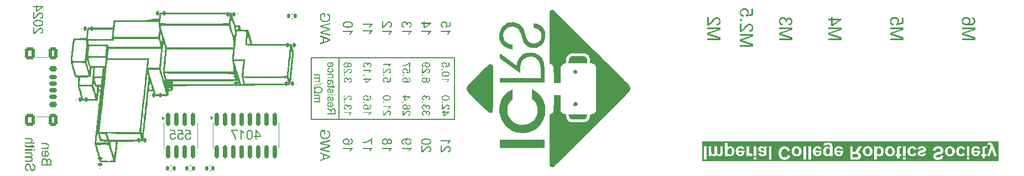
<source format=gbr>
%TF.GenerationSoftware,KiCad,Pcbnew,8.0.2*%
%TF.CreationDate,2024-06-03T00:30:19+01:00*%
%TF.ProjectId,Ruler_V2_KiCad,52756c65-725f-4563-925f-4b694361642e,rev?*%
%TF.SameCoordinates,Original*%
%TF.FileFunction,Legend,Bot*%
%TF.FilePolarity,Positive*%
%FSLAX46Y46*%
G04 Gerber Fmt 4.6, Leading zero omitted, Abs format (unit mm)*
G04 Created by KiCad (PCBNEW 8.0.2) date 2024-06-03 00:30:19*
%MOMM*%
%LPD*%
G01*
G04 APERTURE LIST*
G04 Aperture macros list*
%AMRoundRect*
0 Rectangle with rounded corners*
0 $1 Rounding radius*
0 $2 $3 $4 $5 $6 $7 $8 $9 X,Y pos of 4 corners*
0 Add a 4 corners polygon primitive as box body*
4,1,4,$2,$3,$4,$5,$6,$7,$8,$9,$2,$3,0*
0 Add four circle primitives for the rounded corners*
1,1,$1+$1,$2,$3*
1,1,$1+$1,$4,$5*
1,1,$1+$1,$6,$7*
1,1,$1+$1,$8,$9*
0 Add four rect primitives between the rounded corners*
20,1,$1+$1,$2,$3,$4,$5,0*
20,1,$1+$1,$4,$5,$6,$7,0*
20,1,$1+$1,$6,$7,$8,$9,0*
20,1,$1+$1,$8,$9,$2,$3,0*%
G04 Aperture macros list end*
%ADD10C,0.187500*%
%ADD11C,0.150000*%
%ADD12C,0.400000*%
%ADD13C,0.220000*%
%ADD14C,0.120000*%
%ADD15C,0.100000*%
%ADD16C,0.000000*%
%ADD17RoundRect,0.135000X0.135000X0.185000X-0.135000X0.185000X-0.135000X-0.185000X0.135000X-0.185000X0*%
%ADD18RoundRect,0.175000X0.425000X-0.175000X0.425000X0.175000X-0.425000X0.175000X-0.425000X-0.175000X0*%
%ADD19RoundRect,0.190000X-0.410000X0.190000X-0.410000X-0.190000X0.410000X-0.190000X0.410000X0.190000X0*%
%ADD20RoundRect,0.200000X-0.400000X0.200000X-0.400000X-0.200000X0.400000X-0.200000X0.400000X0.200000X0*%
%ADD21RoundRect,0.175000X-0.425000X0.175000X-0.425000X-0.175000X0.425000X-0.175000X0.425000X0.175000X0*%
%ADD22RoundRect,0.190000X0.410000X-0.190000X0.410000X0.190000X-0.410000X0.190000X-0.410000X-0.190000X0*%
%ADD23RoundRect,0.200000X0.400000X-0.200000X0.400000X0.200000X-0.400000X0.200000X-0.400000X-0.200000X0*%
%ADD24RoundRect,0.250000X0.425000X-0.650000X0.425000X0.650000X-0.425000X0.650000X-0.425000X-0.650000X0*%
%ADD25RoundRect,0.250000X0.500000X-0.650000X0.500000X0.650000X-0.500000X0.650000X-0.500000X-0.650000X0*%
%ADD26RoundRect,0.147500X0.147500X0.172500X-0.147500X0.172500X-0.147500X-0.172500X0.147500X-0.172500X0*%
%ADD27RoundRect,0.147500X-0.147500X-0.172500X0.147500X-0.172500X0.147500X0.172500X-0.147500X0.172500X0*%
%ADD28RoundRect,0.147500X0.172500X-0.147500X0.172500X0.147500X-0.172500X0.147500X-0.172500X-0.147500X0*%
%ADD29RoundRect,0.140000X-0.140000X-0.170000X0.140000X-0.170000X0.140000X0.170000X-0.140000X0.170000X0*%
%ADD30RoundRect,0.150000X-0.150000X0.850000X-0.150000X-0.850000X0.150000X-0.850000X0.150000X0.850000X0*%
%ADD31RoundRect,0.150000X-0.150000X0.825000X-0.150000X-0.825000X0.150000X-0.825000X0.150000X0.825000X0*%
%ADD32C,9.200000*%
%ADD33R,1.700000X1.700000*%
%ADD34O,1.700000X1.700000*%
%ADD35C,5.600000*%
%ADD36R,1.350000X1.350000*%
%ADD37O,1.350000X1.350000*%
%ADD38C,3.800000*%
%ADD39C,4.700000*%
%ADD40C,11.000000*%
%ADD41C,7.500000*%
%ADD42R,1.000000X1.000000*%
%ADD43O,1.000000X1.000000*%
%ADD44R,0.850000X0.850000*%
%ADD45O,0.850000X0.850000*%
G04 APERTURE END LIST*
D10*
G36*
X102664391Y-107723895D02*
G01*
X102469486Y-107707409D01*
X102452806Y-107781981D01*
X102423669Y-107851719D01*
X102378725Y-107912480D01*
X102369102Y-107921732D01*
X102305440Y-107965490D01*
X102232608Y-107989051D01*
X102178959Y-107993539D01*
X102099389Y-107983450D01*
X102027834Y-107953182D01*
X101964292Y-107902735D01*
X101952546Y-107890225D01*
X101907562Y-107826807D01*
X101877301Y-107752782D01*
X101862761Y-107678078D01*
X101859489Y-107616550D01*
X101865076Y-107539683D01*
X101884718Y-107463443D01*
X101918502Y-107398041D01*
X101948882Y-107360462D01*
X102009926Y-107311003D01*
X102081775Y-107279862D01*
X102155677Y-107267497D01*
X102182256Y-107266673D01*
X102257179Y-107274807D01*
X102330139Y-107301576D01*
X102343823Y-107309171D01*
X102404724Y-107354304D01*
X102452101Y-107410708D01*
X102457396Y-107419080D01*
X102631419Y-107396366D01*
X102485239Y-106621871D01*
X101733826Y-106621871D01*
X101733826Y-106797726D01*
X102336862Y-106797726D01*
X102418195Y-107203658D01*
X102349249Y-107164549D01*
X102278701Y-107136613D01*
X102206551Y-107119852D01*
X102132797Y-107114265D01*
X102049206Y-107120857D01*
X101971541Y-107140632D01*
X101899801Y-107173590D01*
X101833987Y-107219732D01*
X101799039Y-107252018D01*
X101745935Y-107315911D01*
X101705874Y-107387378D01*
X101678856Y-107466418D01*
X101666079Y-107540195D01*
X101662752Y-107605926D01*
X101666950Y-107681167D01*
X101682463Y-107763966D01*
X101709406Y-107841401D01*
X101747779Y-107913471D01*
X101782186Y-107961666D01*
X101840451Y-108024292D01*
X101906161Y-108073962D01*
X101979315Y-108110674D01*
X102059913Y-108134429D01*
X102132766Y-108144327D01*
X102178959Y-108145947D01*
X102253641Y-108141890D01*
X102334031Y-108126901D01*
X102407164Y-108100867D01*
X102473038Y-108063789D01*
X102515648Y-108030542D01*
X102567219Y-107976298D01*
X102608132Y-107914867D01*
X102638385Y-107846248D01*
X102657980Y-107770441D01*
X102664391Y-107723895D01*
G37*
G36*
X101496422Y-107723895D02*
G01*
X101301516Y-107707409D01*
X101284837Y-107781981D01*
X101255699Y-107851719D01*
X101210755Y-107912480D01*
X101201133Y-107921732D01*
X101137471Y-107965490D01*
X101064639Y-107989051D01*
X101010989Y-107993539D01*
X100931420Y-107983450D01*
X100859864Y-107953182D01*
X100796323Y-107902735D01*
X100784576Y-107890225D01*
X100739593Y-107826807D01*
X100709331Y-107752782D01*
X100694791Y-107678078D01*
X100691520Y-107616550D01*
X100697107Y-107539683D01*
X100716749Y-107463443D01*
X100750533Y-107398041D01*
X100780913Y-107360462D01*
X100841957Y-107311003D01*
X100913806Y-107279862D01*
X100987708Y-107267497D01*
X101014287Y-107266673D01*
X101089210Y-107274807D01*
X101162169Y-107301576D01*
X101175853Y-107309171D01*
X101236754Y-107354304D01*
X101284131Y-107410708D01*
X101289426Y-107419080D01*
X101463449Y-107396366D01*
X101317270Y-106621871D01*
X100565857Y-106621871D01*
X100565857Y-106797726D01*
X101168892Y-106797726D01*
X101250225Y-107203658D01*
X101181280Y-107164549D01*
X101110732Y-107136613D01*
X101038581Y-107119852D01*
X100964828Y-107114265D01*
X100881237Y-107120857D01*
X100803571Y-107140632D01*
X100731832Y-107173590D01*
X100666017Y-107219732D01*
X100631070Y-107252018D01*
X100577966Y-107315911D01*
X100537904Y-107387378D01*
X100510887Y-107466418D01*
X100498110Y-107540195D01*
X100494782Y-107605926D01*
X100498981Y-107681167D01*
X100514494Y-107763966D01*
X100541436Y-107841401D01*
X100579810Y-107913471D01*
X100614217Y-107961666D01*
X100672482Y-108024292D01*
X100738191Y-108073962D01*
X100811345Y-108110674D01*
X100891944Y-108134429D01*
X100964796Y-108144327D01*
X101010989Y-108145947D01*
X101085672Y-108141890D01*
X101166062Y-108126901D01*
X101239194Y-108100867D01*
X101305069Y-108063789D01*
X101347678Y-108030542D01*
X101399250Y-107976298D01*
X101440162Y-107914867D01*
X101470416Y-107846248D01*
X101490011Y-107770441D01*
X101496422Y-107723895D01*
G37*
G36*
X100328453Y-107723895D02*
G01*
X100133547Y-107707409D01*
X100116867Y-107781981D01*
X100087730Y-107851719D01*
X100042786Y-107912480D01*
X100033163Y-107921732D01*
X99969502Y-107965490D01*
X99896670Y-107989051D01*
X99843020Y-107993539D01*
X99763450Y-107983450D01*
X99691895Y-107953182D01*
X99628354Y-107902735D01*
X99616607Y-107890225D01*
X99571624Y-107826807D01*
X99541362Y-107752782D01*
X99526822Y-107678078D01*
X99523551Y-107616550D01*
X99529138Y-107539683D01*
X99548780Y-107463443D01*
X99582564Y-107398041D01*
X99612943Y-107360462D01*
X99673987Y-107311003D01*
X99745836Y-107279862D01*
X99819739Y-107267497D01*
X99846317Y-107266673D01*
X99921240Y-107274807D01*
X99994200Y-107301576D01*
X100007884Y-107309171D01*
X100068785Y-107354304D01*
X100116162Y-107410708D01*
X100121457Y-107419080D01*
X100295480Y-107396366D01*
X100149301Y-106621871D01*
X99397888Y-106621871D01*
X99397888Y-106797726D01*
X100000923Y-106797726D01*
X100082256Y-107203658D01*
X100013311Y-107164549D01*
X99942763Y-107136613D01*
X99870612Y-107119852D01*
X99796858Y-107114265D01*
X99713267Y-107120857D01*
X99635602Y-107140632D01*
X99563862Y-107173590D01*
X99498048Y-107219732D01*
X99463100Y-107252018D01*
X99409996Y-107315911D01*
X99369935Y-107387378D01*
X99342917Y-107466418D01*
X99330140Y-107540195D01*
X99326813Y-107605926D01*
X99331012Y-107681167D01*
X99346524Y-107763966D01*
X99373467Y-107841401D01*
X99411840Y-107913471D01*
X99446248Y-107961666D01*
X99504512Y-108024292D01*
X99570222Y-108073962D01*
X99643376Y-108110674D01*
X99723975Y-108134429D01*
X99796827Y-108144327D01*
X99843020Y-108145947D01*
X99917703Y-108141890D01*
X99998093Y-108126901D01*
X100071225Y-108100867D01*
X100137099Y-108063789D01*
X100179709Y-108030542D01*
X100231280Y-107976298D01*
X100272193Y-107914867D01*
X100302447Y-107846248D01*
X100322041Y-107770441D01*
X100328453Y-107723895D01*
G37*
G36*
X78653354Y-90873481D02*
G01*
X78477500Y-90873481D01*
X78477500Y-91872190D01*
X78551302Y-91866252D01*
X78606460Y-91850575D01*
X78676343Y-91818760D01*
X78739198Y-91780520D01*
X78801408Y-91733408D01*
X78807594Y-91728209D01*
X78865876Y-91675105D01*
X78921769Y-91617975D01*
X78973831Y-91560323D01*
X79028839Y-91495518D01*
X79036938Y-91485676D01*
X79086540Y-91426622D01*
X79144824Y-91359825D01*
X79198975Y-91300828D01*
X79258502Y-91240326D01*
X79320430Y-91183936D01*
X79359705Y-91153017D01*
X79425666Y-91111044D01*
X79496578Y-91080519D01*
X79571688Y-91066528D01*
X79585019Y-91066189D01*
X79663604Y-91077317D01*
X79732297Y-91110702D01*
X79772597Y-91145323D01*
X79816191Y-91205104D01*
X79841690Y-91276141D01*
X79849167Y-91350487D01*
X79840974Y-91429070D01*
X79813036Y-91503444D01*
X79765270Y-91565177D01*
X79699928Y-91610987D01*
X79627228Y-91636403D01*
X79550968Y-91646063D01*
X79532629Y-91646510D01*
X79552779Y-91837019D01*
X79631265Y-91825925D01*
X79702410Y-91807206D01*
X79776133Y-91775730D01*
X79839864Y-91733876D01*
X79886536Y-91689741D01*
X79931361Y-91629612D01*
X79965176Y-91561102D01*
X79987981Y-91484214D01*
X79998766Y-91411639D01*
X80001575Y-91346457D01*
X79997312Y-91268168D01*
X79981561Y-91184873D01*
X79954205Y-91110238D01*
X79915243Y-91044264D01*
X79880308Y-91002441D01*
X79824484Y-90953049D01*
X79753902Y-90911455D01*
X79676084Y-90885706D01*
X79602057Y-90876174D01*
X79579890Y-90875679D01*
X79506253Y-90881786D01*
X79433584Y-90900107D01*
X79400371Y-90912682D01*
X79333086Y-90947338D01*
X79269055Y-90991235D01*
X79214991Y-91035780D01*
X79154435Y-91093222D01*
X79099403Y-91150361D01*
X79046707Y-91208016D01*
X78988910Y-91273683D01*
X78947545Y-91321911D01*
X78897583Y-91380236D01*
X78847402Y-91437700D01*
X78795711Y-91494839D01*
X78755204Y-91536234D01*
X78698094Y-91584186D01*
X78653354Y-91614270D01*
X78653354Y-90873481D01*
G37*
G36*
X79268879Y-89695553D02*
G01*
X79346854Y-89697949D01*
X79429589Y-89703772D01*
X79513280Y-89714419D01*
X79585385Y-89729325D01*
X79601850Y-89733685D01*
X79672011Y-89755780D01*
X79742421Y-89785089D01*
X79810699Y-89823115D01*
X79854319Y-89854988D01*
X79909532Y-89910355D01*
X79952482Y-89974790D01*
X79978371Y-90034968D01*
X79995774Y-90107941D01*
X80001575Y-90188014D01*
X79998445Y-90247867D01*
X79984535Y-90321540D01*
X79955584Y-90396048D01*
X79912548Y-90461688D01*
X79863501Y-90512589D01*
X79805020Y-90556851D01*
X79737106Y-90594472D01*
X79659757Y-90625453D01*
X79628130Y-90635273D01*
X79547172Y-90654432D01*
X79469797Y-90666668D01*
X79385055Y-90675040D01*
X79308809Y-90679065D01*
X79227447Y-90680407D01*
X79149444Y-90679093D01*
X79075626Y-90675152D01*
X78983715Y-90665810D01*
X78899245Y-90651796D01*
X78822217Y-90633112D01*
X78752630Y-90609756D01*
X78676113Y-90573993D01*
X78611222Y-90530931D01*
X78557809Y-90480922D01*
X78509461Y-90414244D01*
X78476154Y-90338589D01*
X78459578Y-90266599D01*
X78454052Y-90188014D01*
X78606460Y-90188014D01*
X78607548Y-90211565D01*
X78626897Y-90284952D01*
X78670431Y-90350468D01*
X78730291Y-90402703D01*
X78746746Y-90413262D01*
X78819710Y-90444853D01*
X78901283Y-90465289D01*
X78982681Y-90477636D01*
X79056584Y-90484448D01*
X79138295Y-90488535D01*
X79227814Y-90489898D01*
X79250940Y-90489804D01*
X79338859Y-90487554D01*
X79419439Y-90482305D01*
X79509844Y-90471525D01*
X79588782Y-90456058D01*
X79668372Y-90431312D01*
X79740357Y-90393910D01*
X79747052Y-90389097D01*
X79802307Y-90335416D01*
X79838541Y-90264714D01*
X79849167Y-90189845D01*
X79848082Y-90165901D01*
X79828791Y-90091484D01*
X79785385Y-90025366D01*
X79725703Y-89972958D01*
X79709332Y-89962399D01*
X79636550Y-89930808D01*
X79554994Y-89910372D01*
X79473512Y-89898025D01*
X79399478Y-89891213D01*
X79317578Y-89887125D01*
X79227814Y-89885763D01*
X79204747Y-89885848D01*
X79117337Y-89887892D01*
X79037702Y-89892660D01*
X78949089Y-89902453D01*
X78872623Y-89916503D01*
X78796897Y-89938982D01*
X78730657Y-89972958D01*
X78708462Y-89989664D01*
X78654974Y-90044072D01*
X78618588Y-90112072D01*
X78606460Y-90188014D01*
X78454052Y-90188014D01*
X78457195Y-90127787D01*
X78471163Y-90053735D01*
X78500233Y-89978967D01*
X78543445Y-89913240D01*
X78592790Y-89862224D01*
X78651431Y-89817986D01*
X78719369Y-89780525D01*
X78796603Y-89749842D01*
X78828279Y-89740086D01*
X78909203Y-89721055D01*
X78986379Y-89708901D01*
X79070769Y-89700585D01*
X79146604Y-89696586D01*
X79227447Y-89695254D01*
X79268879Y-89695553D01*
G37*
G36*
X78653354Y-88537543D02*
G01*
X78477500Y-88537543D01*
X78477500Y-89536252D01*
X78551302Y-89530314D01*
X78606460Y-89514636D01*
X78676343Y-89482821D01*
X78739198Y-89444582D01*
X78801408Y-89397470D01*
X78807594Y-89392270D01*
X78865876Y-89339166D01*
X78921769Y-89282036D01*
X78973831Y-89224384D01*
X79028839Y-89159579D01*
X79036938Y-89149737D01*
X79086540Y-89090684D01*
X79144824Y-89023887D01*
X79198975Y-88964889D01*
X79258502Y-88904388D01*
X79320430Y-88847998D01*
X79359705Y-88817078D01*
X79425666Y-88775106D01*
X79496578Y-88744580D01*
X79571688Y-88730589D01*
X79585019Y-88730250D01*
X79663604Y-88741378D01*
X79732297Y-88774763D01*
X79772597Y-88809385D01*
X79816191Y-88869166D01*
X79841690Y-88940203D01*
X79849167Y-89014549D01*
X79840974Y-89093131D01*
X79813036Y-89167505D01*
X79765270Y-89229238D01*
X79699928Y-89275048D01*
X79627228Y-89300465D01*
X79550968Y-89310125D01*
X79532629Y-89310571D01*
X79552779Y-89501081D01*
X79631265Y-89489987D01*
X79702410Y-89471268D01*
X79776133Y-89439792D01*
X79839864Y-89397938D01*
X79886536Y-89353802D01*
X79931361Y-89293673D01*
X79965176Y-89225164D01*
X79987981Y-89148275D01*
X79998766Y-89075701D01*
X80001575Y-89010519D01*
X79997312Y-88932230D01*
X79981561Y-88848935D01*
X79954205Y-88774300D01*
X79915243Y-88708325D01*
X79880308Y-88666503D01*
X79824484Y-88617110D01*
X79753902Y-88575516D01*
X79676084Y-88549768D01*
X79602057Y-88540236D01*
X79579890Y-88539741D01*
X79506253Y-88545848D01*
X79433584Y-88564168D01*
X79400371Y-88576744D01*
X79333086Y-88611399D01*
X79269055Y-88655296D01*
X79214991Y-88699842D01*
X79154435Y-88757283D01*
X79099403Y-88814422D01*
X79046707Y-88872077D01*
X78988910Y-88937744D01*
X78947545Y-88985972D01*
X78897583Y-89044297D01*
X78847402Y-89101762D01*
X78795711Y-89158901D01*
X78755204Y-89200295D01*
X78698094Y-89248248D01*
X78653354Y-89278331D01*
X78653354Y-88537543D01*
G37*
G36*
X79016788Y-87564479D02*
G01*
X80001575Y-87564479D01*
X80001575Y-87715787D01*
X79016788Y-88405285D01*
X78846795Y-88405285D01*
X78846795Y-88222836D01*
X79016788Y-88222836D01*
X79701889Y-87749859D01*
X79016788Y-87749859D01*
X79016788Y-88222836D01*
X78846795Y-88222836D01*
X78846795Y-87749859D01*
X78477500Y-87749859D01*
X78477500Y-87564479D01*
X78846795Y-87564479D01*
X78846795Y-87360414D01*
X79016788Y-87360414D01*
X79016788Y-87564479D01*
G37*
G36*
X80200809Y-110972914D02*
G01*
X80280114Y-110982982D01*
X80352335Y-111007433D01*
X80417472Y-111046266D01*
X80435510Y-111060630D01*
X80488289Y-111116558D01*
X80529763Y-111184865D01*
X80557423Y-111256925D01*
X80585656Y-111207169D01*
X80635647Y-111145156D01*
X80694809Y-111098290D01*
X80727207Y-111080361D01*
X80800052Y-111054240D01*
X80876526Y-111045533D01*
X80934151Y-111050228D01*
X81008821Y-111071094D01*
X81075095Y-111104884D01*
X81129764Y-111146415D01*
X81178659Y-111202347D01*
X81215779Y-111269015D01*
X81233623Y-111317975D01*
X81250126Y-111390557D01*
X81258713Y-111464173D01*
X81261575Y-111546353D01*
X81261575Y-112113119D01*
X79737500Y-112113119D01*
X79737500Y-111537194D01*
X79913354Y-111537194D01*
X79913354Y-111913084D01*
X80452643Y-111913084D01*
X80452643Y-111586653D01*
X80628497Y-111586653D01*
X80628497Y-111913084D01*
X81085720Y-111913084D01*
X81085720Y-111611200D01*
X81084392Y-111535843D01*
X81078997Y-111458456D01*
X81064471Y-111381489D01*
X81041280Y-111332155D01*
X80986069Y-111278541D01*
X80928463Y-111252770D01*
X80853445Y-111242637D01*
X80789001Y-111250000D01*
X80721188Y-111281106D01*
X80676216Y-111329099D01*
X80646083Y-111396144D01*
X80637582Y-111434468D01*
X80630215Y-111510905D01*
X80628497Y-111586653D01*
X80452643Y-111586653D01*
X80452643Y-111563939D01*
X80450994Y-111496001D01*
X80443343Y-111416420D01*
X80426264Y-111343021D01*
X80390544Y-111274511D01*
X80335406Y-111222854D01*
X80331331Y-111220194D01*
X80260096Y-111189122D01*
X80182998Y-111179623D01*
X80120898Y-111185373D01*
X80050741Y-111209664D01*
X80014652Y-111232058D01*
X79963546Y-111285868D01*
X79940555Y-111330678D01*
X79920682Y-111401273D01*
X79914757Y-111463574D01*
X79913354Y-111537194D01*
X79737500Y-111537194D01*
X79737600Y-111519327D01*
X79740530Y-111443280D01*
X79748544Y-111367145D01*
X79763145Y-111293562D01*
X79771864Y-111263244D01*
X79800059Y-111192119D01*
X79839349Y-111127965D01*
X79859802Y-111103983D01*
X79919147Y-111053834D01*
X79982964Y-111017323D01*
X80030431Y-110997769D01*
X80105152Y-110978912D01*
X80184098Y-110972627D01*
X80200809Y-110972914D01*
G37*
G36*
X80347754Y-109784485D02*
G01*
X80426424Y-109793322D01*
X80499029Y-109808957D01*
X80578151Y-109836691D01*
X80648540Y-109874215D01*
X80710197Y-109921528D01*
X80762116Y-109976431D01*
X80809112Y-110047647D01*
X80841487Y-110126577D01*
X80857600Y-110200371D01*
X80862971Y-110279832D01*
X80862372Y-110307849D01*
X80853399Y-110387932D01*
X80833659Y-110462065D01*
X80803150Y-110530248D01*
X80761874Y-110592480D01*
X80709830Y-110648761D01*
X80658942Y-110689712D01*
X80589871Y-110729692D01*
X80512067Y-110759676D01*
X80440560Y-110777028D01*
X80362988Y-110787440D01*
X80279352Y-110790910D01*
X80230118Y-110789674D01*
X80152728Y-110782117D01*
X80067556Y-110763982D01*
X79990783Y-110735955D01*
X79922408Y-110698037D01*
X79862430Y-110650226D01*
X79844462Y-110632253D01*
X79797515Y-110573679D01*
X79761000Y-110508124D01*
X79734918Y-110435588D01*
X79719269Y-110356072D01*
X79714052Y-110269574D01*
X79714413Y-110246025D01*
X79721355Y-110167774D01*
X79737133Y-110096009D01*
X79765984Y-110021934D01*
X79806376Y-109956332D01*
X79812219Y-109948737D01*
X79864220Y-109893410D01*
X79925563Y-109847746D01*
X79996249Y-109811745D01*
X80065762Y-109788171D01*
X80089209Y-109980146D01*
X80041272Y-110000016D01*
X79973205Y-110040769D01*
X79919583Y-110094452D01*
X79904279Y-110117730D01*
X79875227Y-110190620D01*
X79866460Y-110268475D01*
X79866825Y-110285426D01*
X79879597Y-110364903D01*
X79910617Y-110435578D01*
X79959883Y-110497452D01*
X80011929Y-110538165D01*
X80082798Y-110571814D01*
X80156741Y-110590922D01*
X80229893Y-110599302D01*
X80229893Y-110589043D01*
X80382301Y-110589043D01*
X80409799Y-110586578D01*
X80485959Y-110571029D01*
X80559432Y-110539408D01*
X80621170Y-110492690D01*
X80626670Y-110487200D01*
X80672065Y-110427938D01*
X80701833Y-110353576D01*
X80710563Y-110277634D01*
X80708811Y-110243190D01*
X80692061Y-110171677D01*
X80652648Y-110101939D01*
X80598456Y-110047923D01*
X80534399Y-110011121D01*
X80457758Y-109988519D01*
X80382301Y-109977948D01*
X80382301Y-110589043D01*
X80229893Y-110589043D01*
X80229893Y-109783042D01*
X80280451Y-109782309D01*
X80347754Y-109784485D01*
G37*
G36*
X79737500Y-109561025D02*
G01*
X80839523Y-109561025D01*
X80839523Y-109394330D01*
X80684918Y-109394330D01*
X80745428Y-109345355D01*
X80793419Y-109288834D01*
X80833585Y-109213352D01*
X80854450Y-109140477D01*
X80862797Y-109060055D01*
X80862971Y-109045917D01*
X80857045Y-108968206D01*
X80839268Y-108895817D01*
X80827067Y-108864200D01*
X80791624Y-108799496D01*
X80740470Y-108745297D01*
X80733278Y-108740003D01*
X80665570Y-108703047D01*
X80595525Y-108682117D01*
X80518615Y-108674113D01*
X80437806Y-108671949D01*
X80414174Y-108671859D01*
X79737500Y-108671859D01*
X79737500Y-108857240D01*
X80409412Y-108857240D01*
X80487001Y-108860279D01*
X80561093Y-108872628D01*
X80580137Y-108878855D01*
X80642104Y-108919041D01*
X80670629Y-108955791D01*
X80698180Y-109023759D01*
X80704701Y-109085118D01*
X80695740Y-109162664D01*
X80668856Y-109232591D01*
X80628864Y-109289549D01*
X80568120Y-109334951D01*
X80490631Y-109361436D01*
X80415415Y-109372618D01*
X80340535Y-109375645D01*
X79737500Y-109375645D01*
X79737500Y-109561025D01*
G37*
G36*
X77716488Y-112987630D02*
G01*
X77733340Y-112799319D01*
X77657006Y-112785844D01*
X77585188Y-112761664D01*
X77539167Y-112737037D01*
X77482326Y-112688261D01*
X77438337Y-112627459D01*
X77416435Y-112584996D01*
X77389945Y-112510980D01*
X77375405Y-112438508D01*
X77369952Y-112361100D01*
X77369907Y-112353087D01*
X77373933Y-112277662D01*
X77387509Y-112202589D01*
X77403979Y-112151221D01*
X77438951Y-112082979D01*
X77490769Y-112026285D01*
X77498135Y-112020795D01*
X77564972Y-111987349D01*
X77628927Y-111977930D01*
X77703618Y-111991029D01*
X77753857Y-112019329D01*
X77803316Y-112073826D01*
X77839380Y-112143600D01*
X77843982Y-112155251D01*
X77867684Y-112228971D01*
X77889194Y-112308485D01*
X77908809Y-112386439D01*
X77917988Y-112424162D01*
X77936741Y-112497818D01*
X77958099Y-112572681D01*
X77981821Y-112643641D01*
X78013243Y-112715788D01*
X78055991Y-112783597D01*
X78105146Y-112838420D01*
X78155392Y-112876988D01*
X78221750Y-112909360D01*
X78293878Y-112926791D01*
X78345169Y-112930111D01*
X78422691Y-112922448D01*
X78496577Y-112899461D01*
X78560591Y-112865264D01*
X78618608Y-112818710D01*
X78667180Y-112760564D01*
X78706307Y-112690826D01*
X78712998Y-112675488D01*
X78738147Y-112603189D01*
X78755065Y-112526428D01*
X78763752Y-112445203D01*
X78765022Y-112398150D01*
X78761610Y-112316726D01*
X78751375Y-112240247D01*
X78734316Y-112168714D01*
X78710434Y-112102128D01*
X78675848Y-112034695D01*
X78627834Y-111970781D01*
X78569731Y-111918460D01*
X78550333Y-111905024D01*
X78481439Y-111868008D01*
X78407107Y-111843515D01*
X78327337Y-111831543D01*
X78310730Y-111830652D01*
X78296076Y-112022260D01*
X78372061Y-112036770D01*
X78443302Y-112066623D01*
X78505633Y-112116155D01*
X78515162Y-112127040D01*
X78554188Y-112190982D01*
X78576954Y-112262724D01*
X78587361Y-112337783D01*
X78589167Y-112390090D01*
X78585959Y-112464732D01*
X78574436Y-112538532D01*
X78548247Y-112613522D01*
X78522123Y-112654605D01*
X78468198Y-112705060D01*
X78395389Y-112734492D01*
X78360922Y-112737403D01*
X78286184Y-112722657D01*
X78226100Y-112678419D01*
X78186121Y-112609107D01*
X78159010Y-112533819D01*
X78138436Y-112462086D01*
X78117657Y-112377267D01*
X78100700Y-112304862D01*
X78081225Y-112227822D01*
X78059709Y-112151520D01*
X78033953Y-112074900D01*
X78020570Y-112042777D01*
X77983575Y-111974065D01*
X77936420Y-111910567D01*
X77877194Y-111856339D01*
X77865598Y-111848237D01*
X77797741Y-111812361D01*
X77723131Y-111791376D01*
X77649443Y-111785223D01*
X77575011Y-111791985D01*
X77503298Y-111812271D01*
X77434304Y-111846081D01*
X77420832Y-111854465D01*
X77358392Y-111903417D01*
X77305255Y-111964174D01*
X77265385Y-112028951D01*
X77253770Y-112052669D01*
X77224902Y-112127965D01*
X77207174Y-112199177D01*
X77196910Y-112274419D01*
X77194052Y-112343562D01*
X77196203Y-112418167D01*
X77204150Y-112499313D01*
X77217952Y-112574114D01*
X77240895Y-112651829D01*
X77255235Y-112687578D01*
X77289650Y-112753088D01*
X77337509Y-112817865D01*
X77395047Y-112873194D01*
X77438784Y-112904832D01*
X77510371Y-112943227D01*
X77587058Y-112969799D01*
X77659507Y-112983491D01*
X77716488Y-112987630D01*
G37*
G36*
X77217500Y-111543789D02*
G01*
X78319523Y-111543789D01*
X78319523Y-111377826D01*
X78167116Y-111377826D01*
X78226334Y-111330528D01*
X78275394Y-111271985D01*
X78294610Y-111241172D01*
X78324080Y-111173577D01*
X78339948Y-111099389D01*
X78342971Y-111046266D01*
X78337083Y-110967838D01*
X78317231Y-110894130D01*
X78293145Y-110846964D01*
X78241904Y-110787518D01*
X78175376Y-110745744D01*
X78153560Y-110737054D01*
X78217930Y-110685663D01*
X78268982Y-110628759D01*
X78311710Y-110555404D01*
X78336312Y-110474546D01*
X78342971Y-110399267D01*
X78337292Y-110322467D01*
X78317328Y-110247345D01*
X78278287Y-110177879D01*
X78252112Y-110148673D01*
X78185966Y-110102499D01*
X78110039Y-110075563D01*
X78029507Y-110063250D01*
X77972943Y-110061112D01*
X77217500Y-110061112D01*
X77217500Y-110245760D01*
X77913225Y-110245760D01*
X77988668Y-110248284D01*
X78061528Y-110259504D01*
X78074792Y-110263712D01*
X78135858Y-110304848D01*
X78154293Y-110329291D01*
X78181108Y-110398421D01*
X78184701Y-110440299D01*
X78175523Y-110515008D01*
X78144577Y-110585942D01*
X78107032Y-110631908D01*
X78042847Y-110675293D01*
X77965338Y-110699107D01*
X77890193Y-110707442D01*
X77859003Y-110708112D01*
X77217500Y-110708112D01*
X77217500Y-110893858D01*
X77935207Y-110893858D01*
X78013485Y-110899226D01*
X78087019Y-110919412D01*
X78122053Y-110939288D01*
X78169039Y-110998822D01*
X78184456Y-111074656D01*
X78184701Y-111087299D01*
X78174260Y-111162770D01*
X78142936Y-111232379D01*
X78091828Y-111289623D01*
X78026279Y-111326820D01*
X78021303Y-111328733D01*
X77944680Y-111347946D01*
X77869776Y-111356061D01*
X77790493Y-111358408D01*
X77217500Y-111358408D01*
X77217500Y-111543789D01*
G37*
G36*
X78530549Y-109794399D02*
G01*
X78741575Y-109794399D01*
X78741575Y-109609019D01*
X78530549Y-109609019D01*
X78530549Y-109794399D01*
G37*
G36*
X77217500Y-109794399D02*
G01*
X78319523Y-109794399D01*
X78319523Y-109609019D01*
X77217500Y-109609019D01*
X77217500Y-109794399D01*
G37*
G36*
X77387493Y-108924650D02*
G01*
X77217500Y-108897906D01*
X77199914Y-108972095D01*
X77194052Y-109037857D01*
X77199373Y-109112517D01*
X77220531Y-109183820D01*
X77226292Y-109194661D01*
X77274921Y-109251390D01*
X77311655Y-109273063D01*
X77386794Y-109289104D01*
X77465419Y-109294342D01*
X77534038Y-109295411D01*
X78172978Y-109295411D01*
X78172978Y-109431699D01*
X78319523Y-109431699D01*
X78319523Y-109295411D01*
X78585504Y-109295411D01*
X78694680Y-109111130D01*
X78319523Y-109111130D01*
X78319523Y-108924650D01*
X78172978Y-108924650D01*
X78172978Y-109111130D01*
X77519017Y-109111130D01*
X77442971Y-109107772D01*
X77414603Y-109101604D01*
X77377601Y-109069731D01*
X77364045Y-109005983D01*
X77383302Y-108933956D01*
X77387493Y-108924650D01*
G37*
G36*
X77217500Y-108746231D02*
G01*
X78741575Y-108746231D01*
X78741575Y-108560851D01*
X78193860Y-108560851D01*
X78251961Y-108500849D01*
X78295791Y-108434326D01*
X78325351Y-108361282D01*
X78340641Y-108281715D01*
X78342971Y-108233321D01*
X78337256Y-108153465D01*
X78320113Y-108081141D01*
X78294610Y-108021929D01*
X78249509Y-107957464D01*
X78192193Y-107909930D01*
X78161620Y-107893701D01*
X78087105Y-107870036D01*
X78008559Y-107858659D01*
X77934954Y-107855018D01*
X77915057Y-107854867D01*
X77217500Y-107854867D01*
X77217500Y-108040613D01*
X77916523Y-108040613D01*
X77996743Y-108046517D01*
X78067713Y-108066647D01*
X78120587Y-108101064D01*
X78164415Y-108163244D01*
X78183136Y-108238187D01*
X78184701Y-108271423D01*
X78175202Y-108346529D01*
X78146705Y-108417289D01*
X78141470Y-108426395D01*
X78094442Y-108485305D01*
X78029195Y-108528089D01*
X78024600Y-108530076D01*
X77949437Y-108551113D01*
X77875326Y-108559378D01*
X77821268Y-108560851D01*
X77217500Y-108560851D01*
X77217500Y-108746231D01*
G37*
D11*
X143000000Y-105000000D02*
X121000000Y-105000000D01*
X143000000Y-95500000D02*
X121000000Y-95500000D01*
X143000000Y-95500000D02*
X143000000Y-105000000D01*
X125250000Y-105000000D02*
X125250000Y-95500000D01*
X121000000Y-95500000D02*
X121000000Y-105000000D01*
D10*
G36*
X134877500Y-109381751D02*
G01*
X134877500Y-109567131D01*
X136065252Y-109567131D01*
X136016618Y-109623288D01*
X135972036Y-109685084D01*
X135935560Y-109742986D01*
X135898408Y-109808810D01*
X135864814Y-109876175D01*
X135838839Y-109938258D01*
X136026418Y-109938258D01*
X136059609Y-109872013D01*
X136101106Y-109800898D01*
X136146403Y-109734684D01*
X136195502Y-109673369D01*
X136201906Y-109666049D01*
X136252991Y-109612057D01*
X136309531Y-109561496D01*
X136371198Y-109517962D01*
X136401575Y-109501186D01*
X136401575Y-109381751D01*
X134877500Y-109381751D01*
G37*
G36*
X135702861Y-107919472D02*
G01*
X135784305Y-107922257D01*
X135859310Y-107928138D01*
X135940815Y-107939279D01*
X136024182Y-107957909D01*
X136094928Y-107982606D01*
X136147775Y-108008434D01*
X136210824Y-108049284D01*
X136271627Y-108103998D01*
X136321707Y-108167986D01*
X136344716Y-108206728D01*
X136376304Y-108279574D01*
X136395257Y-108356419D01*
X136401575Y-108437264D01*
X136399377Y-108487209D01*
X136384951Y-108569463D01*
X136357062Y-108645160D01*
X136315708Y-108714300D01*
X136260891Y-108776883D01*
X136195047Y-108829702D01*
X136120612Y-108869548D01*
X136049974Y-108893376D01*
X135973025Y-108907673D01*
X135889764Y-108912438D01*
X135822046Y-108909272D01*
X135746380Y-108897113D01*
X135665820Y-108871402D01*
X135593569Y-108833280D01*
X135529628Y-108782745D01*
X135497686Y-108749332D01*
X135452035Y-108686533D01*
X135419427Y-108618229D01*
X135399862Y-108544421D01*
X135393340Y-108465107D01*
X135396681Y-108420045D01*
X135545748Y-108420045D01*
X135545838Y-108427974D01*
X135556657Y-108502935D01*
X135589385Y-108576302D01*
X135638072Y-108634734D01*
X135655869Y-108650317D01*
X135722215Y-108691189D01*
X135799366Y-108715031D01*
X135878040Y-108721929D01*
X135937576Y-108718709D01*
X136010265Y-108704398D01*
X136082898Y-108674613D01*
X136145853Y-108630338D01*
X136158363Y-108618718D01*
X136208810Y-108556887D01*
X136239078Y-108488831D01*
X136249167Y-108414549D01*
X136237825Y-108336507D01*
X136203798Y-108266604D01*
X136153180Y-108210118D01*
X136114815Y-108181232D01*
X136048380Y-108149110D01*
X135971280Y-108130434D01*
X135893794Y-108125121D01*
X135854055Y-108126421D01*
X135772763Y-108138847D01*
X135702715Y-108164430D01*
X135638072Y-108208286D01*
X135632392Y-108213506D01*
X135585508Y-108270665D01*
X135554764Y-108343952D01*
X135545748Y-108420045D01*
X135396681Y-108420045D01*
X135398421Y-108396579D01*
X135415745Y-108324751D01*
X135445364Y-108256646D01*
X135473345Y-108211011D01*
X135522701Y-108152089D01*
X135580919Y-108104605D01*
X135544282Y-108103506D01*
X135473886Y-108106225D01*
X135397277Y-108115497D01*
X135321533Y-108131350D01*
X135288401Y-108140382D01*
X135217862Y-108164759D01*
X135147510Y-108200592D01*
X135089808Y-108247487D01*
X135044928Y-108306105D01*
X135042561Y-108310156D01*
X135014912Y-108380509D01*
X135006460Y-108455948D01*
X135007370Y-108480392D01*
X135024891Y-108557108D01*
X135064712Y-108620079D01*
X135108253Y-108655879D01*
X135178733Y-108688165D01*
X135252657Y-108706175D01*
X135235804Y-108884594D01*
X135224548Y-108883088D01*
X135150189Y-108867650D01*
X135074695Y-108839532D01*
X135009322Y-108800239D01*
X134954070Y-108749772D01*
X134947916Y-108742679D01*
X134905721Y-108681376D01*
X134876029Y-108611968D01*
X134858838Y-108534453D01*
X134854052Y-108459978D01*
X134859662Y-108379287D01*
X134876492Y-108303907D01*
X134904542Y-108233840D01*
X134943811Y-108169085D01*
X134949524Y-108161383D01*
X135000999Y-108104093D01*
X135062731Y-108054496D01*
X135134722Y-108012593D01*
X135206128Y-107982239D01*
X135262818Y-107964086D01*
X135338449Y-107946363D01*
X135422375Y-107933071D01*
X135498650Y-107925378D01*
X135580685Y-107920763D01*
X135668480Y-107919225D01*
X135702861Y-107919472D01*
G37*
G36*
X138369151Y-98560753D02*
G01*
X138427994Y-98568404D01*
X138487557Y-98587672D01*
X138540995Y-98618275D01*
X138560449Y-98633616D01*
X138602993Y-98679263D01*
X138633843Y-98729253D01*
X138657645Y-98787682D01*
X138673894Y-98750518D01*
X138708144Y-98697054D01*
X138754365Y-98653739D01*
X138782986Y-98636494D01*
X138841720Y-98615706D01*
X138902376Y-98609482D01*
X138966508Y-98615527D01*
X139025548Y-98633662D01*
X139079495Y-98663887D01*
X139128350Y-98706202D01*
X139144954Y-98724826D01*
X139181247Y-98779803D01*
X139203476Y-98834250D01*
X139216814Y-98894615D01*
X139221260Y-98960899D01*
X139220905Y-98980329D01*
X139214073Y-99044493D01*
X139198545Y-99102682D01*
X139170152Y-99161868D01*
X139130401Y-99213250D01*
X139082444Y-99254668D01*
X139029138Y-99284252D01*
X138970483Y-99302002D01*
X138906480Y-99307919D01*
X138869075Y-99305787D01*
X138810500Y-99292213D01*
X138754951Y-99263369D01*
X138721659Y-99234531D01*
X138684482Y-99184323D01*
X138657645Y-99126495D01*
X138651814Y-99146768D01*
X138628972Y-99202237D01*
X138594185Y-99254461D01*
X138549494Y-99296782D01*
X138529042Y-99310795D01*
X138472702Y-99337654D01*
X138415633Y-99351843D01*
X138352537Y-99356572D01*
X138313858Y-99354859D01*
X138250093Y-99343620D01*
X138191321Y-99321889D01*
X138137541Y-99289668D01*
X138088755Y-99246956D01*
X138052897Y-99203319D01*
X138020439Y-99146287D01*
X137998079Y-99082665D01*
X137986951Y-99022884D01*
X137983242Y-98958261D01*
X137983325Y-98956502D01*
X138105168Y-98956502D01*
X138105294Y-98965040D01*
X138114267Y-99026808D01*
X138137408Y-99084583D01*
X138141579Y-99091871D01*
X138179502Y-99139299D01*
X138229145Y-99173976D01*
X138232849Y-99175816D01*
X138289302Y-99196398D01*
X138351364Y-99203872D01*
X138357797Y-99203805D01*
X138418407Y-99195767D01*
X138477277Y-99171455D01*
X138523702Y-99135288D01*
X138532078Y-99126538D01*
X138565852Y-99078561D01*
X138586117Y-99023544D01*
X138592872Y-98961485D01*
X138592787Y-98957382D01*
X138714798Y-98957382D01*
X138717435Y-98994407D01*
X138734223Y-99050571D01*
X138769899Y-99100996D01*
X138795534Y-99122467D01*
X138851255Y-99148349D01*
X138912048Y-99156098D01*
X138935600Y-99154731D01*
X138995835Y-99136362D01*
X139044233Y-99100117D01*
X139065703Y-99074237D01*
X139091585Y-99018807D01*
X139099334Y-98959140D01*
X139097345Y-98928575D01*
X139079392Y-98869067D01*
X139042767Y-98818749D01*
X139016885Y-98796708D01*
X138962121Y-98770137D01*
X138903842Y-98762183D01*
X138874922Y-98764110D01*
X138818201Y-98781505D01*
X138769606Y-98816991D01*
X138748250Y-98842442D01*
X138722505Y-98897522D01*
X138714798Y-98957382D01*
X138592787Y-98957382D01*
X138592599Y-98948252D01*
X138583062Y-98886280D01*
X138559901Y-98831291D01*
X138523116Y-98783285D01*
X138514252Y-98774625D01*
X138465606Y-98739706D01*
X138409747Y-98718755D01*
X138346675Y-98711771D01*
X138340135Y-98711839D01*
X138278700Y-98719979D01*
X138219453Y-98744603D01*
X138173165Y-98781234D01*
X138168981Y-98785593D01*
X138131729Y-98838304D01*
X138111808Y-98893797D01*
X138105168Y-98956502D01*
X137983325Y-98956502D01*
X137985810Y-98904079D01*
X137995675Y-98843519D01*
X138016534Y-98779013D01*
X138047463Y-98721126D01*
X138088461Y-98669859D01*
X138115540Y-98644168D01*
X138166653Y-98607451D01*
X138222506Y-98581224D01*
X138283100Y-98565488D01*
X138348434Y-98560243D01*
X138369151Y-98560753D01*
G37*
G36*
X138002000Y-98337200D02*
G01*
X138170820Y-98337200D01*
X138170820Y-98168087D01*
X138002000Y-98168087D01*
X138002000Y-98337200D01*
G37*
G36*
X138142683Y-97173920D02*
G01*
X138002000Y-97173920D01*
X138002000Y-97972888D01*
X138061041Y-97968137D01*
X138105168Y-97955595D01*
X138161075Y-97930143D01*
X138211358Y-97899552D01*
X138261126Y-97861862D01*
X138266075Y-97857703D01*
X138312700Y-97815219D01*
X138357415Y-97769515D01*
X138399065Y-97723394D01*
X138443071Y-97671550D01*
X138449550Y-97663676D01*
X138489232Y-97616434D01*
X138535859Y-97562996D01*
X138579180Y-97515798D01*
X138626802Y-97467397D01*
X138676344Y-97422284D01*
X138707764Y-97397549D01*
X138760533Y-97363971D01*
X138817262Y-97339551D01*
X138877350Y-97328358D01*
X138888015Y-97328087D01*
X138950883Y-97336989D01*
X139005838Y-97363697D01*
X139038078Y-97391394D01*
X139072953Y-97439219D01*
X139093352Y-97496048D01*
X139099334Y-97555525D01*
X139092779Y-97618391D01*
X139070428Y-97677891D01*
X139032216Y-97727277D01*
X138979942Y-97763925D01*
X138921782Y-97784258D01*
X138860775Y-97791986D01*
X138846103Y-97792343D01*
X138862223Y-97944751D01*
X138925012Y-97935876D01*
X138981928Y-97920901D01*
X139040906Y-97895720D01*
X139091891Y-97862236D01*
X139129229Y-97826928D01*
X139165089Y-97778825D01*
X139192141Y-97724018D01*
X139210385Y-97662506D01*
X139219013Y-97604447D01*
X139221260Y-97552301D01*
X139217849Y-97489670D01*
X139205249Y-97423034D01*
X139183364Y-97363326D01*
X139152195Y-97310547D01*
X139124247Y-97277089D01*
X139079587Y-97237574D01*
X139023121Y-97204299D01*
X138960867Y-97183701D01*
X138901646Y-97176075D01*
X138883912Y-97175679D01*
X138825002Y-97180564D01*
X138766867Y-97195221D01*
X138740297Y-97205281D01*
X138686469Y-97233006D01*
X138635244Y-97268124D01*
X138591993Y-97303760D01*
X138543548Y-97349713D01*
X138499522Y-97395424D01*
X138457365Y-97441548D01*
X138411128Y-97494082D01*
X138378036Y-97532664D01*
X138338067Y-97579324D01*
X138297921Y-97625296D01*
X138256569Y-97671007D01*
X138224163Y-97704123D01*
X138178475Y-97742485D01*
X138142683Y-97766551D01*
X138142683Y-97173920D01*
G37*
G36*
X138662289Y-96225088D02*
G01*
X138727444Y-96227317D01*
X138787448Y-96232021D01*
X138852652Y-96240934D01*
X138919346Y-96255838D01*
X138975942Y-96275595D01*
X139018220Y-96296258D01*
X139068659Y-96328938D01*
X139117301Y-96372709D01*
X139157366Y-96423899D01*
X139175773Y-96454893D01*
X139201043Y-96513170D01*
X139216206Y-96574646D01*
X139221260Y-96639322D01*
X139219501Y-96679278D01*
X139207961Y-96745081D01*
X139185649Y-96805638D01*
X139152566Y-96860951D01*
X139108713Y-96911017D01*
X139056037Y-96953272D01*
X138996490Y-96985149D01*
X138939979Y-97004211D01*
X138878420Y-97015649D01*
X138811811Y-97019461D01*
X138757636Y-97016928D01*
X138697104Y-97007201D01*
X138632656Y-96986633D01*
X138574855Y-96956135D01*
X138523702Y-96915707D01*
X138498148Y-96888976D01*
X138461628Y-96838737D01*
X138435541Y-96784094D01*
X138419889Y-96725047D01*
X138414672Y-96661597D01*
X138417345Y-96625546D01*
X138536598Y-96625546D01*
X138536670Y-96631890D01*
X138545326Y-96691859D01*
X138571508Y-96750552D01*
X138610457Y-96797298D01*
X138624695Y-96809764D01*
X138677772Y-96842462D01*
X138739493Y-96861536D01*
X138802432Y-96867054D01*
X138850061Y-96864478D01*
X138908212Y-96853029D01*
X138966319Y-96829201D01*
X139016682Y-96793781D01*
X139026691Y-96784486D01*
X139067048Y-96735021D01*
X139091262Y-96680575D01*
X139099334Y-96621150D01*
X139090260Y-96558716D01*
X139063039Y-96502794D01*
X139022544Y-96457605D01*
X138991852Y-96434497D01*
X138938704Y-96408798D01*
X138877024Y-96393858D01*
X138815035Y-96389608D01*
X138783244Y-96390647D01*
X138718210Y-96400588D01*
X138662172Y-96421054D01*
X138610457Y-96456140D01*
X138605913Y-96460316D01*
X138568407Y-96506042D01*
X138543811Y-96564673D01*
X138536598Y-96625546D01*
X138417345Y-96625546D01*
X138418737Y-96606774D01*
X138432596Y-96549311D01*
X138456291Y-96494828D01*
X138478676Y-96458319D01*
X138518161Y-96411182D01*
X138564735Y-96373195D01*
X138535426Y-96372315D01*
X138479109Y-96374491D01*
X138417821Y-96381908D01*
X138357226Y-96394590D01*
X138330721Y-96401816D01*
X138274289Y-96421318D01*
X138218008Y-96449985D01*
X138171846Y-96487500D01*
X138135942Y-96534395D01*
X138134049Y-96537635D01*
X138111930Y-96593918D01*
X138105168Y-96654269D01*
X138105896Y-96673824D01*
X138119913Y-96735197D01*
X138151769Y-96785574D01*
X138186602Y-96814214D01*
X138242986Y-96840042D01*
X138302125Y-96854451D01*
X138288643Y-96997186D01*
X138279639Y-96995981D01*
X138220151Y-96983631D01*
X138159756Y-96961136D01*
X138107457Y-96929702D01*
X138063256Y-96889329D01*
X138058333Y-96883654D01*
X138024577Y-96834612D01*
X138000823Y-96779085D01*
X137987070Y-96717073D01*
X137983242Y-96657493D01*
X137987730Y-96592940D01*
X138001193Y-96532636D01*
X138023633Y-96476583D01*
X138055049Y-96424779D01*
X138059619Y-96418617D01*
X138100799Y-96372785D01*
X138150185Y-96333108D01*
X138207777Y-96299585D01*
X138264903Y-96275302D01*
X138310254Y-96260779D01*
X138370759Y-96246601D01*
X138437900Y-96235967D01*
X138498920Y-96229813D01*
X138564548Y-96226121D01*
X138634784Y-96224890D01*
X138662289Y-96225088D01*
G37*
G36*
X128877500Y-109381751D02*
G01*
X128877500Y-109567131D01*
X130065252Y-109567131D01*
X130016618Y-109623288D01*
X129972036Y-109685084D01*
X129935560Y-109742986D01*
X129898408Y-109808810D01*
X129864814Y-109876175D01*
X129838839Y-109938258D01*
X130026418Y-109938258D01*
X130059609Y-109872013D01*
X130101106Y-109800898D01*
X130146403Y-109734684D01*
X130195502Y-109673369D01*
X130201906Y-109666049D01*
X130252991Y-109612057D01*
X130309531Y-109561496D01*
X130371198Y-109517962D01*
X130401575Y-109501186D01*
X130401575Y-109381751D01*
X128877500Y-109381751D01*
G37*
G36*
X130202273Y-108899982D02*
G01*
X130378128Y-108899982D01*
X130378128Y-107922156D01*
X130233780Y-107922156D01*
X130172222Y-107976196D01*
X130103503Y-108030056D01*
X130040767Y-108074801D01*
X129973057Y-108119421D01*
X129900375Y-108163916D01*
X129822719Y-108208286D01*
X129742325Y-108250913D01*
X129661197Y-108290410D01*
X129579336Y-108326777D01*
X129496741Y-108360012D01*
X129413413Y-108390118D01*
X129329351Y-108417092D01*
X129295521Y-108427005D01*
X129222668Y-108446471D01*
X129147264Y-108463104D01*
X129069310Y-108476903D01*
X128988806Y-108487868D01*
X128905751Y-108495999D01*
X128877500Y-108498080D01*
X128877500Y-108688956D01*
X128959775Y-108684480D01*
X129035991Y-108675817D01*
X129117461Y-108662696D01*
X129189367Y-108648358D01*
X129264923Y-108630925D01*
X129312008Y-108618980D01*
X129391236Y-108596607D01*
X129469551Y-108571389D01*
X129546955Y-108543326D01*
X129623446Y-108512420D01*
X129699025Y-108478669D01*
X129773691Y-108442074D01*
X129803302Y-108426639D01*
X129875446Y-108387099D01*
X129943959Y-108346790D01*
X130008840Y-108305712D01*
X130070090Y-108263865D01*
X130138796Y-108212632D01*
X130202273Y-108160292D01*
X130202273Y-108899982D01*
G37*
D12*
G36*
X204361105Y-110358838D02*
G01*
X204460568Y-110361947D01*
X204566165Y-110370362D01*
X204624494Y-110381933D01*
X204709565Y-110431909D01*
X204738311Y-110465464D01*
X204775778Y-110560819D01*
X204779832Y-110613475D01*
X204762676Y-110713372D01*
X204725611Y-110774187D01*
X204645379Y-110830853D01*
X204572226Y-110851367D01*
X204473430Y-110856496D01*
X204374387Y-110857879D01*
X204275715Y-110858206D01*
X203958200Y-110858206D01*
X203958200Y-110357997D01*
X204259107Y-110357997D01*
X204361105Y-110358838D01*
G37*
G36*
X208080043Y-109438969D02*
G01*
X208165164Y-109495564D01*
X208200209Y-109534410D01*
X208251382Y-109628858D01*
X208277451Y-109729232D01*
X208288686Y-109835905D01*
X208290091Y-109895401D01*
X208285743Y-110002962D01*
X208270127Y-110108772D01*
X208238983Y-110205986D01*
X208199232Y-110273000D01*
X208124242Y-110343846D01*
X208026724Y-110383697D01*
X207967202Y-110389260D01*
X207869680Y-110373323D01*
X207778760Y-110320089D01*
X207736148Y-110275931D01*
X207683863Y-110184443D01*
X207657227Y-110088895D01*
X207645748Y-109988328D01*
X207644313Y-109932526D01*
X207647725Y-109834575D01*
X207659983Y-109737115D01*
X207687842Y-109637013D01*
X207715632Y-109581304D01*
X207777413Y-109503380D01*
X207858204Y-109446709D01*
X207961840Y-109420734D01*
X207982345Y-109420104D01*
X208080043Y-109438969D01*
G37*
G36*
X185222690Y-109438969D02*
G01*
X185309499Y-109495564D01*
X185344452Y-109534410D01*
X185391593Y-109620162D01*
X185419092Y-109721811D01*
X185431663Y-109831629D01*
X185433845Y-109909567D01*
X185429427Y-110010179D01*
X185413559Y-110110395D01*
X185381913Y-110204307D01*
X185341521Y-110271046D01*
X185266462Y-110343083D01*
X185171195Y-110383603D01*
X185113887Y-110389260D01*
X185014442Y-110372979D01*
X184928598Y-110324139D01*
X184878925Y-110273489D01*
X184825806Y-110180678D01*
X184798745Y-110085078D01*
X184787082Y-109985244D01*
X184785625Y-109930083D01*
X184790276Y-109822482D01*
X184806984Y-109715481D01*
X184840304Y-109615468D01*
X184882833Y-109544668D01*
X184955022Y-109473749D01*
X185045227Y-109429957D01*
X185120726Y-109420104D01*
X185222690Y-109438969D01*
G37*
G36*
X186981015Y-110142777D02*
G01*
X186948591Y-110238764D01*
X186904675Y-110301332D01*
X186825615Y-110361439D01*
X186725759Y-110388487D01*
X186703908Y-110389260D01*
X186601954Y-110371588D01*
X186516642Y-110318574D01*
X186495324Y-110296936D01*
X186442116Y-110210642D01*
X186417615Y-110111667D01*
X186414236Y-110045366D01*
X186991137Y-110045366D01*
X186981015Y-110142777D01*
G37*
G36*
X190148709Y-109436346D02*
G01*
X190239985Y-109481076D01*
X190245918Y-109485073D01*
X190314535Y-109555751D01*
X190337753Y-109606217D01*
X190351107Y-109704371D01*
X190352896Y-109785003D01*
X190352896Y-109857787D01*
X190257031Y-109832020D01*
X190156761Y-109809649D01*
X190117934Y-109801612D01*
X190020606Y-109779562D01*
X189926022Y-109747902D01*
X189907886Y-109738108D01*
X189842818Y-109663920D01*
X189832170Y-109609148D01*
X189860800Y-109512953D01*
X189892742Y-109475792D01*
X189981242Y-109427935D01*
X190046615Y-109420104D01*
X190148709Y-109436346D01*
G37*
G36*
X195442243Y-109434823D02*
G01*
X195535987Y-109484454D01*
X195597278Y-109544668D01*
X195651374Y-109633845D01*
X195682930Y-109732948D01*
X195697356Y-109836026D01*
X195699860Y-109907613D01*
X195693449Y-110016912D01*
X195674215Y-110112777D01*
X195637249Y-110204568D01*
X195597278Y-110264207D01*
X195521317Y-110335404D01*
X195425284Y-110379368D01*
X195344243Y-110389260D01*
X195246127Y-110374483D01*
X195151994Y-110324658D01*
X195090230Y-110264207D01*
X195035877Y-110175574D01*
X195004170Y-110077368D01*
X194989676Y-109975412D01*
X194987160Y-109904682D01*
X194993602Y-109794071D01*
X195012927Y-109697198D01*
X195050069Y-109604638D01*
X195090230Y-109544668D01*
X195166748Y-109473749D01*
X195263125Y-109429957D01*
X195344243Y-109420104D01*
X195442243Y-109434823D01*
G37*
G36*
X198802369Y-110142777D02*
G01*
X198769945Y-110238764D01*
X198726029Y-110301332D01*
X198646969Y-110361439D01*
X198547113Y-110388487D01*
X198525262Y-110389260D01*
X198423307Y-110371588D01*
X198337996Y-110318574D01*
X198316678Y-110296936D01*
X198263470Y-110210642D01*
X198238969Y-110111667D01*
X198235590Y-110045366D01*
X198812491Y-110045366D01*
X198802369Y-110142777D01*
G37*
G36*
X200223841Y-109467854D02*
G01*
X200311379Y-109517313D01*
X200362945Y-109568604D01*
X200414465Y-109652896D01*
X200444518Y-109747603D01*
X200458257Y-109846773D01*
X200460642Y-109915917D01*
X200456154Y-110015127D01*
X200440034Y-110113969D01*
X200407886Y-110206627D01*
X200366853Y-110272512D01*
X200289939Y-110343655D01*
X200199149Y-110381963D01*
X200130914Y-110389260D01*
X200033667Y-110373186D01*
X199943665Y-110319493D01*
X199901814Y-110274954D01*
X199850642Y-110182170D01*
X199824573Y-110085132D01*
X199813337Y-109982916D01*
X199811933Y-109926175D01*
X199816234Y-109824775D01*
X199831682Y-109724346D01*
X199862491Y-109631069D01*
X199901814Y-109565673D01*
X199975431Y-109496018D01*
X200068360Y-109456837D01*
X200124075Y-109451367D01*
X200223841Y-109467854D01*
G37*
G36*
X202069361Y-110142777D02*
G01*
X202036938Y-110238764D01*
X201993022Y-110301332D01*
X201913961Y-110361439D01*
X201814106Y-110388487D01*
X201792254Y-110389260D01*
X201690300Y-110371588D01*
X201604988Y-110318574D01*
X201583671Y-110296936D01*
X201530462Y-110210642D01*
X201505961Y-110111667D01*
X201502582Y-110045366D01*
X202079484Y-110045366D01*
X202069361Y-110142777D01*
G37*
G36*
X206329613Y-109434823D02*
G01*
X206423356Y-109484454D01*
X206484648Y-109544668D01*
X206538744Y-109633845D01*
X206570300Y-109732948D01*
X206584725Y-109836026D01*
X206587230Y-109907613D01*
X206580818Y-110016912D01*
X206561584Y-110112777D01*
X206524618Y-110204568D01*
X206484648Y-110264207D01*
X206408686Y-110335404D01*
X206312653Y-110379368D01*
X206231612Y-110389260D01*
X206133496Y-110374483D01*
X206039363Y-110324658D01*
X205977599Y-110264207D01*
X205923246Y-110175574D01*
X205891540Y-110077368D01*
X205877045Y-109975412D01*
X205874529Y-109904682D01*
X205880971Y-109794071D01*
X205900297Y-109697198D01*
X205937438Y-109604638D01*
X205977599Y-109544668D01*
X206054117Y-109473749D01*
X206150494Y-109429957D01*
X206231612Y-109420104D01*
X206329613Y-109434823D01*
G37*
G36*
X209749012Y-109434823D02*
G01*
X209842756Y-109484454D01*
X209904047Y-109544668D01*
X209958143Y-109633845D01*
X209989699Y-109732948D01*
X210004125Y-109836026D01*
X210006629Y-109907613D01*
X210000218Y-110016912D01*
X209980984Y-110112777D01*
X209944018Y-110204568D01*
X209904047Y-110264207D01*
X209828086Y-110335404D01*
X209732053Y-110379368D01*
X209651012Y-110389260D01*
X209552896Y-110374483D01*
X209458763Y-110324658D01*
X209396999Y-110264207D01*
X209342646Y-110175574D01*
X209310939Y-110077368D01*
X209296445Y-109975412D01*
X209293929Y-109904682D01*
X209300371Y-109794071D01*
X209319696Y-109697198D01*
X209356838Y-109604638D01*
X209396999Y-109544668D01*
X209473517Y-109473749D01*
X209569894Y-109429957D01*
X209651012Y-109420104D01*
X209749012Y-109434823D01*
G37*
G36*
X218926682Y-109434823D02*
G01*
X219020425Y-109484454D01*
X219081717Y-109544668D01*
X219135813Y-109633845D01*
X219167369Y-109732948D01*
X219181794Y-109836026D01*
X219184299Y-109907613D01*
X219177887Y-110016912D01*
X219158653Y-110112777D01*
X219121688Y-110204568D01*
X219081717Y-110264207D01*
X219005755Y-110335404D01*
X218909722Y-110379368D01*
X218828681Y-110389260D01*
X218730565Y-110374483D01*
X218636432Y-110324658D01*
X218574669Y-110264207D01*
X218520315Y-110175574D01*
X218488609Y-110077368D01*
X218474114Y-109975412D01*
X218471598Y-109904682D01*
X218478040Y-109794071D01*
X218497366Y-109697198D01*
X218534507Y-109604638D01*
X218574669Y-109544668D01*
X218651186Y-109473749D01*
X218747563Y-109429957D01*
X218828681Y-109420104D01*
X218926682Y-109434823D01*
G37*
G36*
X223066430Y-110142777D02*
G01*
X223034007Y-110238764D01*
X222990091Y-110301332D01*
X222911030Y-110361439D01*
X222811175Y-110388487D01*
X222789323Y-110389260D01*
X222687369Y-110371588D01*
X222602058Y-110318574D01*
X222580740Y-110296936D01*
X222527531Y-110210642D01*
X222503030Y-110111667D01*
X222499651Y-110045366D01*
X223076553Y-110045366D01*
X223066430Y-110142777D01*
G37*
G36*
X226238970Y-111455585D02*
G01*
X180915880Y-111455585D01*
X180915880Y-111202100D01*
X181138102Y-111202100D01*
X181544522Y-111202100D01*
X188769714Y-111202100D01*
X189156106Y-111202100D01*
X191104675Y-111202100D01*
X191491068Y-111202100D01*
X191491068Y-110184096D01*
X192591626Y-110184096D01*
X192595679Y-110305179D01*
X192607838Y-110419302D01*
X192628102Y-110526463D01*
X192656472Y-110626664D01*
X192692949Y-110719904D01*
X192749943Y-110826664D01*
X192819602Y-110922549D01*
X192851012Y-110957857D01*
X192936206Y-111037227D01*
X193029366Y-111103143D01*
X193130493Y-111155608D01*
X193239587Y-111194620D01*
X193356647Y-111220180D01*
X193456031Y-111230942D01*
X193533915Y-111233363D01*
X193646073Y-111227710D01*
X193751434Y-111210752D01*
X193781604Y-111202100D01*
X196390091Y-111202100D01*
X196776483Y-111202100D01*
X197167760Y-111202100D01*
X197554152Y-111202100D01*
X197554152Y-110858206D01*
X203551779Y-110858206D01*
X203551779Y-111202100D01*
X204407606Y-111202100D01*
X204522473Y-111200177D01*
X204624906Y-111194406D01*
X204728697Y-111182812D01*
X204826593Y-111163151D01*
X204876553Y-111147390D01*
X204970376Y-111099675D01*
X205050347Y-111031758D01*
X205111026Y-110952484D01*
X205157394Y-110860902D01*
X205186588Y-110761402D01*
X205198610Y-110653983D01*
X205198953Y-110631549D01*
X205190618Y-110522006D01*
X205165614Y-110422477D01*
X205123940Y-110332962D01*
X205065597Y-110253461D01*
X204990889Y-110185836D01*
X204899634Y-110131950D01*
X204806211Y-110096070D01*
X204700120Y-110070708D01*
X204667481Y-110065394D01*
X204752672Y-110010207D01*
X204833101Y-109945921D01*
X204854127Y-109925198D01*
X205478856Y-109925198D01*
X205486352Y-110033004D01*
X205508840Y-110138800D01*
X205541416Y-110231155D01*
X205573622Y-110299378D01*
X205625951Y-110384405D01*
X205696645Y-110467288D01*
X205779858Y-110536647D01*
X205842289Y-110575373D01*
X205931743Y-110617047D01*
X206026204Y-110646814D01*
X206125672Y-110664674D01*
X206230147Y-110670628D01*
X206330723Y-110665356D01*
X206443700Y-110645115D01*
X206548263Y-110609692D01*
X206644411Y-110559088D01*
X206732143Y-110493302D01*
X206772854Y-110454717D01*
X206844736Y-110369732D01*
X206901746Y-110276710D01*
X206943883Y-110175650D01*
X206971149Y-110066554D01*
X206982509Y-109969501D01*
X206984368Y-109908590D01*
X206979145Y-109807553D01*
X206959086Y-109693614D01*
X206923984Y-109587643D01*
X206873838Y-109489641D01*
X206808648Y-109399607D01*
X206770412Y-109357578D01*
X206686480Y-109283206D01*
X206594786Y-109224221D01*
X206495329Y-109180624D01*
X206454950Y-109170000D01*
X207261340Y-109170000D01*
X207261340Y-109932526D01*
X207261340Y-111202100D01*
X207647244Y-111202100D01*
X211628890Y-111202100D01*
X212015283Y-111202100D01*
X212015283Y-110858206D01*
X211628890Y-110858206D01*
X211628890Y-111202100D01*
X207647244Y-111202100D01*
X207647244Y-110467418D01*
X207716589Y-110536477D01*
X207803310Y-110598988D01*
X207896295Y-110642051D01*
X207995544Y-110665666D01*
X208070272Y-110670628D01*
X208182541Y-110661348D01*
X208285975Y-110633508D01*
X208380573Y-110587109D01*
X208466335Y-110522151D01*
X208511375Y-110476699D01*
X208570640Y-110398033D01*
X208617643Y-110307484D01*
X208652385Y-110205051D01*
X208674865Y-110090734D01*
X208684231Y-109986392D01*
X208685640Y-109925198D01*
X208898255Y-109925198D01*
X208905752Y-110033004D01*
X208928240Y-110138800D01*
X208960816Y-110231155D01*
X208993022Y-110299378D01*
X209045351Y-110384405D01*
X209116045Y-110467288D01*
X209199258Y-110536647D01*
X209261689Y-110575373D01*
X209351143Y-110617047D01*
X209445604Y-110646814D01*
X209545072Y-110664674D01*
X209649546Y-110670628D01*
X209750122Y-110665356D01*
X209863100Y-110645115D01*
X209967663Y-110609692D01*
X210063810Y-110559088D01*
X210151543Y-110493302D01*
X210192254Y-110454717D01*
X210264136Y-110369732D01*
X210271328Y-110357997D01*
X210537613Y-110357997D01*
X210537613Y-110639364D01*
X210714934Y-110639364D01*
X210714934Y-110920732D01*
X211102303Y-111139574D01*
X211102303Y-110639364D01*
X211366085Y-110639364D01*
X211628890Y-110639364D01*
X212015283Y-110639364D01*
X212015283Y-109903217D01*
X212321563Y-109903217D01*
X212326226Y-110012713D01*
X212340215Y-110114363D01*
X212369313Y-110225983D01*
X212411839Y-110326304D01*
X212467796Y-110415325D01*
X212512561Y-110468394D01*
X212588925Y-110537122D01*
X212674769Y-110591630D01*
X212770092Y-110631919D01*
X212874895Y-110657988D01*
X212989178Y-110669838D01*
X213029379Y-110670628D01*
X213140640Y-110665438D01*
X213241475Y-110649871D01*
X213343950Y-110619371D01*
X213432809Y-110575316D01*
X213452896Y-110562184D01*
X213534379Y-110492494D01*
X213595066Y-110415497D01*
X213644701Y-110324333D01*
X213679065Y-110232944D01*
X213298535Y-110170418D01*
X213267149Y-110265795D01*
X213211096Y-110334061D01*
X213121880Y-110378694D01*
X213034752Y-110389260D01*
X212934849Y-110374285D01*
X212845070Y-110324264D01*
X212804675Y-110282770D01*
X212755728Y-110192646D01*
X212730792Y-110093749D01*
X212720045Y-109986832D01*
X212718702Y-109926664D01*
X212721759Y-109828335D01*
X212733052Y-109728074D01*
X212756148Y-109632552D01*
X212800303Y-109541743D01*
X212805652Y-109534410D01*
X212879612Y-109464755D01*
X212970333Y-109427248D01*
X213040126Y-109420104D01*
X213140021Y-109435858D01*
X213219888Y-109483119D01*
X213276711Y-109562724D01*
X213309031Y-109655311D01*
X213319051Y-109701472D01*
X213698116Y-109638946D01*
X213679186Y-109576420D01*
X213828053Y-109576420D01*
X214215422Y-109638946D01*
X214252913Y-109544424D01*
X214315562Y-109475792D01*
X214406420Y-109434026D01*
X214510765Y-109420322D01*
X214527565Y-109420104D01*
X214629299Y-109427867D01*
X214727295Y-109459401D01*
X214752756Y-109475303D01*
X214802765Y-109562551D01*
X214803559Y-109578374D01*
X214776204Y-109651158D01*
X214681966Y-109693030D01*
X214646755Y-109701960D01*
X214535350Y-109727453D01*
X214434630Y-109752397D01*
X214323757Y-109782803D01*
X214229581Y-109812351D01*
X214125783Y-109852275D01*
X214054710Y-109890516D01*
X213979056Y-109955668D01*
X213919782Y-110042831D01*
X213887866Y-110144677D01*
X213881786Y-110220732D01*
X213893610Y-110323064D01*
X213929082Y-110415735D01*
X213988201Y-110498747D01*
X214031263Y-110540690D01*
X214116534Y-110597538D01*
X214208027Y-110633956D01*
X214315274Y-110657938D01*
X214419739Y-110668597D01*
X214495813Y-110670628D01*
X214602694Y-110667021D01*
X214713714Y-110653698D01*
X214810008Y-110630556D01*
X214902027Y-110592088D01*
X214940823Y-110568046D01*
X215015755Y-110502538D01*
X215076235Y-110421420D01*
X215122264Y-110324691D01*
X215141591Y-110264207D01*
X214777181Y-110201681D01*
X214734527Y-110294593D01*
X214688276Y-110340900D01*
X214597567Y-110380003D01*
X214502652Y-110389260D01*
X214400505Y-110383283D01*
X214302136Y-110356722D01*
X214284299Y-110346762D01*
X214240335Y-110268115D01*
X214278925Y-110198262D01*
X214373653Y-110158418D01*
X214471778Y-110130193D01*
X214583883Y-110102240D01*
X214639428Y-110089330D01*
X214748490Y-110062001D01*
X214844500Y-110032406D01*
X214940016Y-109995013D01*
X215027425Y-109948500D01*
X215070272Y-109917383D01*
X215138966Y-109836824D01*
X215143106Y-109826524D01*
X216198674Y-109826524D01*
X216594348Y-109857787D01*
X216620202Y-109757092D01*
X216662525Y-109664241D01*
X216725609Y-109585247D01*
X216738939Y-109573489D01*
X216823171Y-109521760D01*
X216925411Y-109491503D01*
X217033985Y-109482630D01*
X217136793Y-109489083D01*
X217233078Y-109511389D01*
X217323684Y-109559189D01*
X217330007Y-109564207D01*
X217398128Y-109641251D01*
X217428782Y-109735418D01*
X217429658Y-109755694D01*
X217404017Y-109852783D01*
X217387648Y-109875373D01*
X217305793Y-109934658D01*
X217241591Y-109961346D01*
X217143884Y-109991239D01*
X217044240Y-110018554D01*
X216946811Y-110044179D01*
X216915771Y-110052205D01*
X216818405Y-110079191D01*
X216714129Y-110113904D01*
X216623557Y-110151158D01*
X216535210Y-110197834D01*
X216457083Y-110255415D01*
X216384755Y-110332461D01*
X216330191Y-110416567D01*
X216293393Y-110507732D01*
X216274359Y-110605957D01*
X216271458Y-110665254D01*
X216281733Y-110769683D01*
X216312556Y-110869378D01*
X216358409Y-110955903D01*
X216420548Y-111034433D01*
X216497665Y-111100274D01*
X216589762Y-111153425D01*
X216609979Y-111162533D01*
X216707910Y-111196772D01*
X216803913Y-111217800D01*
X216908342Y-111229974D01*
X217006629Y-111233363D01*
X217120508Y-111229201D01*
X217225227Y-111216714D01*
X217292335Y-111202100D01*
X221431821Y-111202100D01*
X221818214Y-111202100D01*
X221818214Y-110858206D01*
X221431821Y-110858206D01*
X221431821Y-111202100D01*
X217292335Y-111202100D01*
X217320787Y-111195904D01*
X217423369Y-111159943D01*
X217512762Y-111111995D01*
X217577181Y-111062882D01*
X217652451Y-110982850D01*
X217710284Y-110891925D01*
X217750679Y-110790108D01*
X217771424Y-110694166D01*
X217778925Y-110608101D01*
X217372017Y-110608101D01*
X217344150Y-110708691D01*
X217290281Y-110796006D01*
X217260154Y-110823524D01*
X217168471Y-110868604D01*
X217063691Y-110887151D01*
X217002233Y-110889469D01*
X216899155Y-110882504D01*
X216802960Y-110858755D01*
X216724773Y-110818150D01*
X216665394Y-110735993D01*
X216660293Y-110695052D01*
X216694365Y-110601537D01*
X216720865Y-110575373D01*
X216809365Y-110526440D01*
X216902788Y-110492368D01*
X217007123Y-110461604D01*
X217094557Y-110439085D01*
X217200488Y-110411871D01*
X217295531Y-110384451D01*
X217392653Y-110352201D01*
X217485503Y-110314999D01*
X217533705Y-110291563D01*
X217616490Y-110239155D01*
X217693559Y-110169055D01*
X217755966Y-110085910D01*
X217801855Y-109989027D01*
X217817837Y-109925198D01*
X218075925Y-109925198D01*
X218083421Y-110033004D01*
X218105909Y-110138800D01*
X218138485Y-110231155D01*
X218170691Y-110299378D01*
X218223020Y-110384405D01*
X218293714Y-110467288D01*
X218376927Y-110536647D01*
X218439358Y-110575373D01*
X218528812Y-110617047D01*
X218623273Y-110646814D01*
X218722741Y-110664674D01*
X218827216Y-110670628D01*
X218927792Y-110665356D01*
X219040769Y-110645115D01*
X219145332Y-110609692D01*
X219241480Y-110559088D01*
X219329212Y-110493302D01*
X219369923Y-110454717D01*
X219441805Y-110369732D01*
X219498815Y-110276710D01*
X219540952Y-110175650D01*
X219568218Y-110066554D01*
X219579579Y-109969501D01*
X219581438Y-109908590D01*
X219581160Y-109903217D01*
X219789532Y-109903217D01*
X219794195Y-110012713D01*
X219808185Y-110114363D01*
X219837282Y-110225983D01*
X219879809Y-110326304D01*
X219935765Y-110415325D01*
X219980530Y-110468394D01*
X220056894Y-110537122D01*
X220142738Y-110591630D01*
X220238062Y-110631919D01*
X220342865Y-110657988D01*
X220457147Y-110669838D01*
X220497348Y-110670628D01*
X220608609Y-110665438D01*
X220709444Y-110649871D01*
X220744746Y-110639364D01*
X221431821Y-110639364D01*
X221818214Y-110639364D01*
X221818214Y-109893447D01*
X222097139Y-109893447D01*
X222101766Y-110003461D01*
X222107453Y-110045366D01*
X222115648Y-110105747D01*
X222144522Y-110218290D01*
X222186723Y-110319704D01*
X222242250Y-110409990D01*
X222286671Y-110463998D01*
X222361284Y-110534220D01*
X222442971Y-110589913D01*
X222531735Y-110631077D01*
X222627573Y-110657713D01*
X222730487Y-110669820D01*
X222766364Y-110670628D01*
X222864679Y-110665368D01*
X222973810Y-110645172D01*
X223073289Y-110609830D01*
X223163117Y-110559340D01*
X223243294Y-110493704D01*
X223279763Y-110455205D01*
X223343550Y-110366368D01*
X223347534Y-110357997D01*
X223607537Y-110357997D01*
X223607537Y-110639364D01*
X223784857Y-110639364D01*
X223784857Y-110920732D01*
X224172226Y-111139574D01*
X224172226Y-110639364D01*
X224436008Y-110639364D01*
X224516120Y-110639364D01*
X224926936Y-110639364D01*
X225276204Y-109598890D01*
X225616678Y-110639364D01*
X226016748Y-110639364D01*
X225501396Y-109223244D01*
X225409560Y-108952623D01*
X225369009Y-108862597D01*
X225318170Y-108773820D01*
X225312352Y-108765533D01*
X225246194Y-108691422D01*
X225206839Y-108660997D01*
X225116629Y-108615998D01*
X225059805Y-108598471D01*
X224960559Y-108580938D01*
X224862456Y-108576001D01*
X224759009Y-108580724D01*
X224657493Y-108594892D01*
X224644103Y-108597494D01*
X224609909Y-108877397D01*
X224706406Y-108861202D01*
X224773552Y-108857369D01*
X224871169Y-108871961D01*
X224955154Y-108925062D01*
X224972366Y-108945785D01*
X225023323Y-109031977D01*
X225060091Y-109128590D01*
X225071528Y-109170000D01*
X224516120Y-110639364D01*
X224436008Y-110639364D01*
X224436008Y-110357997D01*
X224172226Y-110357997D01*
X224172226Y-109720034D01*
X224172942Y-109614619D01*
X224176698Y-109515708D01*
X224179553Y-109493866D01*
X224214236Y-109440621D01*
X224279204Y-109420104D01*
X224375715Y-109437651D01*
X224434543Y-109457229D01*
X224467760Y-109189539D01*
X224370914Y-109160615D01*
X224265756Y-109143698D01*
X224162945Y-109138736D01*
X224063538Y-109147773D01*
X223974389Y-109174884D01*
X223887149Y-109228274D01*
X223851291Y-109268185D01*
X223810308Y-109360659D01*
X223797069Y-109423035D01*
X223787910Y-109527693D01*
X223785286Y-109628949D01*
X223784857Y-109702937D01*
X223784857Y-110357997D01*
X223607537Y-110357997D01*
X223347534Y-110357997D01*
X223393496Y-110261422D01*
X223424544Y-110161661D01*
X223445980Y-110050714D01*
X223457803Y-109928581D01*
X223460341Y-109822820D01*
X223460014Y-109795261D01*
X222492812Y-109795261D01*
X222503603Y-109691859D01*
X222534757Y-109595968D01*
X222586113Y-109518778D01*
X222666000Y-109454891D01*
X222760399Y-109423573D01*
X222808863Y-109420104D01*
X222906016Y-109435775D01*
X222960782Y-109464556D01*
X223026498Y-109541302D01*
X223054571Y-109607683D01*
X223439498Y-109545157D01*
X223396999Y-109451673D01*
X223336343Y-109360663D01*
X223262086Y-109284645D01*
X223205024Y-109242295D01*
X223108798Y-109192235D01*
X223012559Y-109161491D01*
X222906244Y-109143692D01*
X222804955Y-109138736D01*
X222690728Y-109144831D01*
X222586186Y-109163113D01*
X222491327Y-109193584D01*
X222390279Y-109246237D01*
X222303176Y-109316442D01*
X222241242Y-109388353D01*
X222185093Y-109480977D01*
X222142734Y-109583606D01*
X222117403Y-109679536D01*
X222102205Y-109782816D01*
X222097139Y-109893447D01*
X221818214Y-109893447D01*
X221818214Y-109170000D01*
X221431821Y-109170000D01*
X221431821Y-110639364D01*
X220744746Y-110639364D01*
X220811920Y-110619371D01*
X220900778Y-110575316D01*
X220920865Y-110562184D01*
X221002348Y-110492494D01*
X221063035Y-110415497D01*
X221112670Y-110324333D01*
X221147034Y-110232944D01*
X220766504Y-110170418D01*
X220735119Y-110265795D01*
X220679065Y-110334061D01*
X220589849Y-110378694D01*
X220502722Y-110389260D01*
X220402819Y-110374285D01*
X220313040Y-110324264D01*
X220272645Y-110282770D01*
X220223697Y-110192646D01*
X220198761Y-110093749D01*
X220188015Y-109986832D01*
X220186671Y-109926664D01*
X220189728Y-109828335D01*
X220201022Y-109728074D01*
X220224118Y-109632552D01*
X220268272Y-109541743D01*
X220273622Y-109534410D01*
X220347582Y-109464755D01*
X220438302Y-109427248D01*
X220508095Y-109420104D01*
X220607990Y-109435858D01*
X220687858Y-109483119D01*
X220744680Y-109562724D01*
X220777000Y-109655311D01*
X220787020Y-109701472D01*
X221166085Y-109638946D01*
X221135037Y-109536390D01*
X221093610Y-109445429D01*
X221033557Y-109355670D01*
X220959948Y-109281054D01*
X220939428Y-109264766D01*
X220848508Y-109209628D01*
X220757233Y-109174305D01*
X220655018Y-109151044D01*
X220541864Y-109139844D01*
X220490021Y-109138736D01*
X220374588Y-109145863D01*
X220268256Y-109167244D01*
X220171026Y-109202879D01*
X220082899Y-109252767D01*
X220003873Y-109316910D01*
X219979553Y-109341458D01*
X219914976Y-109423123D01*
X219863759Y-109515710D01*
X219825904Y-109619219D01*
X219801409Y-109733651D01*
X219791203Y-109837354D01*
X219789532Y-109903217D01*
X219581160Y-109903217D01*
X219576214Y-109807553D01*
X219556156Y-109693614D01*
X219521053Y-109587643D01*
X219470907Y-109489641D01*
X219405717Y-109399607D01*
X219367481Y-109357578D01*
X219283549Y-109283206D01*
X219191855Y-109224221D01*
X219092398Y-109180624D01*
X218985180Y-109152414D01*
X218870199Y-109139591D01*
X218830147Y-109138736D01*
X218730923Y-109144415D01*
X218634020Y-109161451D01*
X218539436Y-109189844D01*
X218447174Y-109229595D01*
X218361750Y-109280550D01*
X218278639Y-109350501D01*
X218209285Y-109433822D01*
X218170691Y-109496796D01*
X218129231Y-109589517D01*
X218099616Y-109691824D01*
X218083421Y-109789207D01*
X218076295Y-109893930D01*
X218076168Y-109904682D01*
X218075925Y-109925198D01*
X217817837Y-109925198D01*
X217827043Y-109888430D01*
X217836252Y-109787695D01*
X217836567Y-109763998D01*
X217827169Y-109657457D01*
X217798976Y-109555209D01*
X217751988Y-109457254D01*
X217740335Y-109438178D01*
X217679906Y-109358906D01*
X217606881Y-109291999D01*
X217521259Y-109237456D01*
X217468248Y-109212498D01*
X217374917Y-109180227D01*
X217270778Y-109157177D01*
X217170791Y-109144571D01*
X217062529Y-109139025D01*
X217030077Y-109138736D01*
X216915032Y-109143018D01*
X216808646Y-109155862D01*
X216710918Y-109177269D01*
X216605073Y-109214260D01*
X216511696Y-109263582D01*
X216443405Y-109314103D01*
X216372440Y-109385698D01*
X216313048Y-109468594D01*
X216265232Y-109562790D01*
X216228991Y-109668285D01*
X216207631Y-109764831D01*
X216198674Y-109826524D01*
X215143106Y-109826524D01*
X215179145Y-109736872D01*
X215190928Y-109629176D01*
X215177675Y-109520649D01*
X215137914Y-109420932D01*
X215080319Y-109339691D01*
X215023378Y-109283328D01*
X214942384Y-109226988D01*
X214846009Y-109184486D01*
X214751161Y-109159070D01*
X214645013Y-109143820D01*
X214527565Y-109138736D01*
X214420019Y-109142875D01*
X214321233Y-109155292D01*
X214217051Y-109180239D01*
X214124791Y-109216453D01*
X214055199Y-109256461D01*
X213975973Y-109320606D01*
X213911706Y-109395314D01*
X213862400Y-109480585D01*
X213828053Y-109576420D01*
X213679186Y-109576420D01*
X213667067Y-109536390D01*
X213625641Y-109445429D01*
X213565587Y-109355670D01*
X213491979Y-109281054D01*
X213471458Y-109264766D01*
X213380539Y-109209628D01*
X213289264Y-109174305D01*
X213187049Y-109151044D01*
X213073895Y-109139844D01*
X213022052Y-109138736D01*
X212906618Y-109145863D01*
X212800287Y-109167244D01*
X212703057Y-109202879D01*
X212614929Y-109252767D01*
X212535903Y-109316910D01*
X212511584Y-109341458D01*
X212447007Y-109423123D01*
X212395790Y-109515710D01*
X212357934Y-109619219D01*
X212333439Y-109733651D01*
X212323233Y-109837354D01*
X212321563Y-109903217D01*
X212015283Y-109903217D01*
X212015283Y-109170000D01*
X211628890Y-109170000D01*
X211628890Y-110639364D01*
X211366085Y-110639364D01*
X211366085Y-110357997D01*
X211102303Y-110357997D01*
X211102303Y-109720034D01*
X211103018Y-109614619D01*
X211106775Y-109515708D01*
X211109630Y-109493866D01*
X211144313Y-109440621D01*
X211209281Y-109420104D01*
X211305791Y-109437651D01*
X211364620Y-109457229D01*
X211397837Y-109189539D01*
X211300991Y-109160615D01*
X211195833Y-109143698D01*
X211093022Y-109138736D01*
X210993615Y-109147773D01*
X210904466Y-109174884D01*
X210817226Y-109228274D01*
X210781368Y-109268185D01*
X210740385Y-109360659D01*
X210727146Y-109423035D01*
X210717987Y-109527693D01*
X210715363Y-109628949D01*
X210714934Y-109702937D01*
X210714934Y-110357997D01*
X210537613Y-110357997D01*
X210271328Y-110357997D01*
X210321146Y-110276710D01*
X210363283Y-110175650D01*
X210390549Y-110066554D01*
X210401909Y-109969501D01*
X210403768Y-109908590D01*
X210398545Y-109807553D01*
X210378486Y-109693614D01*
X210343384Y-109587643D01*
X210293238Y-109489641D01*
X210228048Y-109399607D01*
X210189812Y-109357578D01*
X210105880Y-109283206D01*
X210014186Y-109224221D01*
X209914729Y-109180624D01*
X209807510Y-109152414D01*
X209692529Y-109139591D01*
X209652477Y-109138736D01*
X209553254Y-109144415D01*
X209456350Y-109161451D01*
X209361767Y-109189844D01*
X209269505Y-109229595D01*
X209184081Y-109280550D01*
X209100970Y-109350501D01*
X209031616Y-109433822D01*
X208993022Y-109496796D01*
X208951561Y-109589517D01*
X208921947Y-109691824D01*
X208905752Y-109789207D01*
X208898626Y-109893930D01*
X208898498Y-109904682D01*
X208898255Y-109925198D01*
X208685640Y-109925198D01*
X208685764Y-109919825D01*
X208681423Y-109806786D01*
X208668400Y-109702144D01*
X208646695Y-109605897D01*
X208609188Y-109501483D01*
X208559180Y-109409159D01*
X208507955Y-109341458D01*
X208438598Y-109272564D01*
X208350909Y-109210204D01*
X208255927Y-109167244D01*
X208153652Y-109143686D01*
X208076134Y-109138736D01*
X207975093Y-109148894D01*
X207875181Y-109179369D01*
X207829449Y-109200286D01*
X207742964Y-109255034D01*
X207665959Y-109326956D01*
X207619888Y-109384445D01*
X207619888Y-109170000D01*
X207261340Y-109170000D01*
X206454950Y-109170000D01*
X206388111Y-109152414D01*
X206273129Y-109139591D01*
X206233077Y-109138736D01*
X206133854Y-109144415D01*
X206036950Y-109161451D01*
X205942367Y-109189844D01*
X205850105Y-109229595D01*
X205764681Y-109280550D01*
X205681570Y-109350501D01*
X205612216Y-109433822D01*
X205573622Y-109496796D01*
X205532162Y-109589517D01*
X205502547Y-109691824D01*
X205486352Y-109789207D01*
X205479226Y-109893930D01*
X205479099Y-109904682D01*
X205478856Y-109925198D01*
X204854127Y-109925198D01*
X204884857Y-109894912D01*
X204951006Y-109814354D01*
X205007960Y-109734304D01*
X205063906Y-109649433D01*
X205116399Y-109565673D01*
X205362596Y-109170000D01*
X204876064Y-109170000D01*
X204581996Y-109616964D01*
X204526681Y-109697764D01*
X204463773Y-109786745D01*
X204402569Y-109867832D01*
X204367551Y-109908590D01*
X204288951Y-109971682D01*
X204245429Y-109991632D01*
X204148932Y-110009802D01*
X204049442Y-110014081D01*
X204040754Y-110014103D01*
X203958200Y-110014103D01*
X203958200Y-109170000D01*
X203551779Y-109170000D01*
X203551779Y-110858206D01*
X197554152Y-110858206D01*
X197554152Y-109893447D01*
X197833077Y-109893447D01*
X197837705Y-110003461D01*
X197843392Y-110045366D01*
X197851586Y-110105747D01*
X197880461Y-110218290D01*
X197922661Y-110319704D01*
X197978188Y-110409990D01*
X198022610Y-110463998D01*
X198097222Y-110534220D01*
X198178910Y-110589913D01*
X198267673Y-110631077D01*
X198363512Y-110657713D01*
X198466426Y-110669820D01*
X198502303Y-110670628D01*
X198600618Y-110665368D01*
X198709748Y-110645172D01*
X198809228Y-110609830D01*
X198899056Y-110559340D01*
X198979232Y-110493704D01*
X199015701Y-110455205D01*
X199079489Y-110366368D01*
X199129435Y-110261422D01*
X199160482Y-110161661D01*
X199181918Y-110050714D01*
X199193741Y-109928581D01*
X199194139Y-109912009D01*
X199416260Y-109912009D01*
X199416809Y-109926175D01*
X199420565Y-110023016D01*
X199433481Y-110125531D01*
X199460345Y-110237341D01*
X199499609Y-110336923D01*
X199551272Y-110424278D01*
X199592603Y-110475722D01*
X199674057Y-110551666D01*
X199763693Y-110608958D01*
X199861510Y-110647597D01*
X199967508Y-110667582D01*
X200031752Y-110670628D01*
X200129903Y-110662676D01*
X200235991Y-110633301D01*
X200333010Y-110582280D01*
X200420959Y-110509615D01*
X200478227Y-110444459D01*
X200478227Y-110639364D01*
X200839707Y-110639364D01*
X200839707Y-109893447D01*
X201100070Y-109893447D01*
X201104697Y-110003461D01*
X201110384Y-110045366D01*
X201118579Y-110105747D01*
X201147453Y-110218290D01*
X201189653Y-110319704D01*
X201245181Y-110409990D01*
X201289602Y-110463998D01*
X201364215Y-110534220D01*
X201445902Y-110589913D01*
X201534666Y-110631077D01*
X201630504Y-110657713D01*
X201733418Y-110669820D01*
X201769295Y-110670628D01*
X201867610Y-110665368D01*
X201976741Y-110645172D01*
X202076220Y-110609830D01*
X202166048Y-110559340D01*
X202246225Y-110493704D01*
X202282694Y-110455205D01*
X202346481Y-110366368D01*
X202396427Y-110261422D01*
X202427475Y-110161661D01*
X202448910Y-110050714D01*
X202460734Y-109928581D01*
X202463272Y-109822820D01*
X202462945Y-109795261D01*
X201495743Y-109795261D01*
X201506534Y-109691859D01*
X201537688Y-109595968D01*
X201589044Y-109518778D01*
X201668931Y-109454891D01*
X201763330Y-109423573D01*
X201811793Y-109420104D01*
X201908947Y-109435775D01*
X201963712Y-109464556D01*
X202029429Y-109541302D01*
X202057502Y-109607683D01*
X202442428Y-109545157D01*
X202399930Y-109451673D01*
X202339274Y-109360663D01*
X202265017Y-109284645D01*
X202207955Y-109242295D01*
X202111729Y-109192235D01*
X202015490Y-109161491D01*
X201909175Y-109143692D01*
X201807886Y-109138736D01*
X201693659Y-109144831D01*
X201589116Y-109163113D01*
X201494258Y-109193584D01*
X201393210Y-109246237D01*
X201306107Y-109316442D01*
X201244173Y-109388353D01*
X201188023Y-109480977D01*
X201145665Y-109583606D01*
X201120334Y-109679536D01*
X201105136Y-109782816D01*
X201100070Y-109893447D01*
X200839707Y-109893447D01*
X200839707Y-109322407D01*
X200837673Y-109215000D01*
X200830369Y-109107647D01*
X200815802Y-109006509D01*
X200797209Y-108934061D01*
X200756955Y-108838788D01*
X200700802Y-108756562D01*
X200677530Y-108732316D01*
X200594253Y-108670600D01*
X200503675Y-108628399D01*
X200472366Y-108617522D01*
X200375960Y-108593883D01*
X200274294Y-108580907D01*
X200171374Y-108576163D01*
X200147034Y-108576001D01*
X200036431Y-108578935D01*
X199936346Y-108587736D01*
X199830129Y-108606043D01*
X199725353Y-108638080D01*
X199630854Y-108688775D01*
X199620935Y-108696168D01*
X199546081Y-108768863D01*
X199491641Y-108861599D01*
X199467446Y-108966929D01*
X199466085Y-109000983D01*
X199467062Y-109044947D01*
X199908165Y-108982421D01*
X199954132Y-108895753D01*
X199958967Y-108892540D01*
X200052581Y-108862315D01*
X200132380Y-108857369D01*
X200235007Y-108863688D01*
X200333539Y-108889363D01*
X200359037Y-108902309D01*
X200425145Y-108975239D01*
X200435729Y-108999030D01*
X200451667Y-109095931D01*
X200453803Y-109174396D01*
X200453803Y-109385422D01*
X200385596Y-109312212D01*
X200297991Y-109245944D01*
X200201737Y-109200293D01*
X200096834Y-109175259D01*
X200016608Y-109170000D01*
X199910643Y-109178792D01*
X199813299Y-109205170D01*
X199724576Y-109249134D01*
X199644474Y-109310683D01*
X199572993Y-109389818D01*
X199551082Y-109420104D01*
X199498548Y-109511263D01*
X199458918Y-109611631D01*
X199432191Y-109721208D01*
X199419551Y-109822462D01*
X199416260Y-109912009D01*
X199194139Y-109912009D01*
X199196279Y-109822820D01*
X199195953Y-109795261D01*
X198228751Y-109795261D01*
X198239541Y-109691859D01*
X198270695Y-109595968D01*
X198322052Y-109518778D01*
X198401939Y-109454891D01*
X198496338Y-109423573D01*
X198544801Y-109420104D01*
X198641955Y-109435775D01*
X198696720Y-109464556D01*
X198762437Y-109541302D01*
X198790509Y-109607683D01*
X199175436Y-109545157D01*
X199132938Y-109451673D01*
X199072282Y-109360663D01*
X198998024Y-109284645D01*
X198940963Y-109242295D01*
X198844737Y-109192235D01*
X198748497Y-109161491D01*
X198642183Y-109143692D01*
X198540893Y-109138736D01*
X198426667Y-109144831D01*
X198322124Y-109163113D01*
X198227265Y-109193584D01*
X198126218Y-109246237D01*
X198039114Y-109316442D01*
X197977181Y-109388353D01*
X197921031Y-109480977D01*
X197878673Y-109583606D01*
X197853342Y-109679536D01*
X197838144Y-109782816D01*
X197833077Y-109893447D01*
X197554152Y-109893447D01*
X197554152Y-109170000D01*
X197167760Y-109170000D01*
X197167760Y-111202100D01*
X196776483Y-111202100D01*
X196776483Y-109170000D01*
X196390091Y-109170000D01*
X196390091Y-111202100D01*
X193781604Y-111202100D01*
X193849997Y-111182487D01*
X193941762Y-111142917D01*
X194026730Y-111092041D01*
X194104899Y-111029859D01*
X194134264Y-111001821D01*
X194198622Y-110925739D01*
X194254431Y-110834759D01*
X194296252Y-110742929D01*
X194331528Y-110639693D01*
X194340405Y-110608101D01*
X193937893Y-110545575D01*
X193904199Y-110647149D01*
X193852150Y-110732908D01*
X193788904Y-110797145D01*
X193705219Y-110849709D01*
X193609989Y-110880453D01*
X193513398Y-110889469D01*
X193406786Y-110879516D01*
X193310677Y-110849658D01*
X193225070Y-110799893D01*
X193149965Y-110730223D01*
X193089057Y-110638235D01*
X193050038Y-110537459D01*
X193027197Y-110436011D01*
X193014146Y-110320652D01*
X193010747Y-110213893D01*
X193014098Y-110100907D01*
X193024151Y-109998559D01*
X193045063Y-109889783D01*
X193075626Y-109796326D01*
X193123480Y-109706654D01*
X193148011Y-109674605D01*
X193221803Y-109604294D01*
X193305914Y-109554071D01*
X193400345Y-109523938D01*
X193505094Y-109513893D01*
X193611223Y-109526361D01*
X193706616Y-109563765D01*
X193784020Y-109619406D01*
X193850547Y-109697182D01*
X193899409Y-109787411D01*
X193934084Y-109883704D01*
X193951570Y-109951577D01*
X194034725Y-109925198D01*
X194591486Y-109925198D01*
X194598983Y-110033004D01*
X194621471Y-110138800D01*
X194654047Y-110231155D01*
X194686253Y-110299378D01*
X194738582Y-110384405D01*
X194809276Y-110467288D01*
X194892489Y-110536647D01*
X194954920Y-110575373D01*
X195044374Y-110617047D01*
X195138835Y-110646814D01*
X195238302Y-110664674D01*
X195342777Y-110670628D01*
X195443353Y-110665356D01*
X195556331Y-110645115D01*
X195660894Y-110609692D01*
X195757041Y-110559088D01*
X195844774Y-110493302D01*
X195885485Y-110454717D01*
X195957367Y-110369732D01*
X196014377Y-110276710D01*
X196056514Y-110175650D01*
X196083780Y-110066554D01*
X196095140Y-109969501D01*
X196096999Y-109908590D01*
X196091776Y-109807553D01*
X196071717Y-109693614D01*
X196036615Y-109587643D01*
X195986469Y-109489641D01*
X195921279Y-109399607D01*
X195883043Y-109357578D01*
X195799111Y-109283206D01*
X195707417Y-109224221D01*
X195607960Y-109180624D01*
X195500741Y-109152414D01*
X195385760Y-109139591D01*
X195345708Y-109138736D01*
X195246485Y-109144415D01*
X195149581Y-109161451D01*
X195054998Y-109189844D01*
X194962735Y-109229595D01*
X194877312Y-109280550D01*
X194794201Y-109350501D01*
X194724847Y-109433822D01*
X194686253Y-109496796D01*
X194644792Y-109589517D01*
X194615178Y-109691824D01*
X194598983Y-109789207D01*
X194591857Y-109893930D01*
X194591729Y-109904682D01*
X194591486Y-109925198D01*
X194034725Y-109925198D01*
X194345778Y-109826524D01*
X194314451Y-109726602D01*
X194277256Y-109635051D01*
X194224878Y-109536242D01*
X194164050Y-109449488D01*
X194094773Y-109374789D01*
X194043894Y-109331688D01*
X193960941Y-109276739D01*
X193869985Y-109233159D01*
X193771027Y-109200948D01*
X193664066Y-109180105D01*
X193549102Y-109170631D01*
X193509002Y-109170000D01*
X193410969Y-109174243D01*
X193294696Y-109191483D01*
X193185388Y-109221985D01*
X193083044Y-109265748D01*
X192987666Y-109322773D01*
X192899252Y-109393060D01*
X192849546Y-109441598D01*
X192775243Y-109531338D01*
X192713534Y-109630809D01*
X192664418Y-109740013D01*
X192634193Y-109834382D01*
X192612028Y-109934980D01*
X192597923Y-110041805D01*
X192591878Y-110154859D01*
X192591626Y-110184096D01*
X191491068Y-110184096D01*
X191491068Y-109170000D01*
X191104675Y-109170000D01*
X191104675Y-111202100D01*
X189156106Y-111202100D01*
X189156106Y-110858206D01*
X188769714Y-110858206D01*
X188769714Y-111202100D01*
X181544522Y-111202100D01*
X181544522Y-110639364D01*
X181896232Y-110639364D01*
X182252338Y-110639364D01*
X182252338Y-110440062D01*
X182326521Y-110518418D01*
X182405821Y-110580563D01*
X182504807Y-110632575D01*
X182610758Y-110662522D01*
X182707118Y-110670628D01*
X182807044Y-110662865D01*
X182903514Y-110636937D01*
X182950384Y-110615429D01*
X183033465Y-110556711D01*
X183097885Y-110482765D01*
X183119400Y-110449344D01*
X183193703Y-110524906D01*
X183272265Y-110584532D01*
X183327006Y-110615429D01*
X183419917Y-110651168D01*
X183517665Y-110668687D01*
X183564410Y-110670628D01*
X183669070Y-110662835D01*
X183769946Y-110636560D01*
X183836497Y-110604682D01*
X183917637Y-110541340D01*
X183980073Y-110457682D01*
X184002582Y-110412219D01*
X184028517Y-110316827D01*
X184039469Y-110217337D01*
X184042638Y-110108381D01*
X184042638Y-109930083D01*
X184403629Y-109930083D01*
X184403629Y-110639364D01*
X184763643Y-110639364D01*
X184763643Y-110424919D01*
X184828622Y-110507287D01*
X184903200Y-110571012D01*
X184953175Y-110602728D01*
X185046575Y-110644104D01*
X185147257Y-110666384D01*
X185218423Y-110670628D01*
X185325884Y-110661044D01*
X185426004Y-110632293D01*
X185518786Y-110584375D01*
X185604227Y-110517289D01*
X185649756Y-110470348D01*
X185710017Y-110389880D01*
X185757810Y-110298317D01*
X185793136Y-110195661D01*
X185815994Y-110081911D01*
X185825518Y-109978644D01*
X185827076Y-109912986D01*
X185826306Y-109893447D01*
X186011724Y-109893447D01*
X186016351Y-110003461D01*
X186022038Y-110045366D01*
X186030233Y-110105747D01*
X186059107Y-110218290D01*
X186101307Y-110319704D01*
X186156834Y-110409990D01*
X186201256Y-110463998D01*
X186275868Y-110534220D01*
X186357556Y-110589913D01*
X186446319Y-110631077D01*
X186542158Y-110657713D01*
X186645072Y-110669820D01*
X186680949Y-110670628D01*
X186779264Y-110665368D01*
X186888395Y-110645172D01*
X186904743Y-110639364D01*
X187665248Y-110639364D01*
X188023796Y-110639364D01*
X188023796Y-110431758D01*
X188079381Y-110513780D01*
X188146220Y-110590883D01*
X188188904Y-110624710D01*
X188283557Y-110663049D01*
X188356455Y-110670628D01*
X188453999Y-110659499D01*
X188511173Y-110639364D01*
X188769714Y-110639364D01*
X189156106Y-110639364D01*
X189156106Y-109576908D01*
X189445778Y-109576908D01*
X189449004Y-109609148D01*
X189455533Y-109674395D01*
X189487857Y-109769284D01*
X189504885Y-109800635D01*
X189565673Y-109878092D01*
X189644599Y-109937785D01*
X189670481Y-109951577D01*
X189763607Y-109988923D01*
X189861466Y-110017211D01*
X189965283Y-110040468D01*
X189977739Y-110042923D01*
X190088188Y-110065226D01*
X190194953Y-110089857D01*
X190290248Y-110116471D01*
X190352896Y-110139155D01*
X190352896Y-110178722D01*
X190339096Y-110276175D01*
X190297697Y-110340900D01*
X190205236Y-110380003D01*
X190100009Y-110389213D01*
X190090579Y-110389260D01*
X189988844Y-110376122D01*
X189929379Y-110347739D01*
X189865914Y-110271222D01*
X189836078Y-110201681D01*
X189485834Y-110264207D01*
X189520700Y-110361050D01*
X189572623Y-110453940D01*
X189637993Y-110529829D01*
X189689044Y-110570976D01*
X189781428Y-110619148D01*
X189882102Y-110648732D01*
X189984517Y-110664399D01*
X190082943Y-110670238D01*
X190117934Y-110670628D01*
X190224654Y-110667682D01*
X190331105Y-110657104D01*
X190431084Y-110636006D01*
X190502373Y-110609078D01*
X190586682Y-110558245D01*
X190658303Y-110487132D01*
X190680181Y-110452763D01*
X190711735Y-110359729D01*
X190725842Y-110260652D01*
X190731506Y-110151498D01*
X190731961Y-110105450D01*
X190727565Y-109652135D01*
X190729033Y-109551362D01*
X190734815Y-109450024D01*
X190746127Y-109366859D01*
X190772749Y-109271727D01*
X190812348Y-109176551D01*
X190815492Y-109170000D01*
X190433985Y-109170000D01*
X190403562Y-109265414D01*
X190396860Y-109289190D01*
X190383182Y-109336573D01*
X190306887Y-109269208D01*
X190219892Y-109212043D01*
X190171179Y-109188073D01*
X190077314Y-109156130D01*
X189978289Y-109140471D01*
X189930844Y-109138736D01*
X189824202Y-109146491D01*
X189718461Y-109173754D01*
X189627791Y-109220646D01*
X189575715Y-109262812D01*
X189512904Y-109337821D01*
X189467223Y-109433400D01*
X189447808Y-109530433D01*
X189445778Y-109576908D01*
X189156106Y-109576908D01*
X189156106Y-109170000D01*
X188769714Y-109170000D01*
X188769714Y-110639364D01*
X188511173Y-110639364D01*
X188548796Y-110626114D01*
X188610468Y-110591493D01*
X188490789Y-110231967D01*
X188402310Y-110277548D01*
X188309560Y-110295471D01*
X188213650Y-110276537D01*
X188171807Y-110251507D01*
X188110937Y-110168884D01*
X188083391Y-110092749D01*
X188065036Y-109984437D01*
X188057322Y-109884557D01*
X188053166Y-109779782D01*
X188051435Y-109678958D01*
X188051151Y-109612568D01*
X188051151Y-109170000D01*
X187665248Y-109170000D01*
X187665248Y-110639364D01*
X186904743Y-110639364D01*
X186987874Y-110609830D01*
X187077702Y-110559340D01*
X187157879Y-110493704D01*
X187194348Y-110455205D01*
X187258135Y-110366368D01*
X187308081Y-110261422D01*
X187339129Y-110161661D01*
X187360564Y-110050714D01*
X187372388Y-109928581D01*
X187374925Y-109822820D01*
X187374599Y-109795261D01*
X186407397Y-109795261D01*
X186418188Y-109691859D01*
X186449341Y-109595968D01*
X186500698Y-109518778D01*
X186580585Y-109454891D01*
X186674984Y-109423573D01*
X186723447Y-109420104D01*
X186820601Y-109435775D01*
X186875366Y-109464556D01*
X186941083Y-109541302D01*
X186969156Y-109607683D01*
X187354082Y-109545157D01*
X187311584Y-109451673D01*
X187250928Y-109360663D01*
X187176670Y-109284645D01*
X187119609Y-109242295D01*
X187023383Y-109192235D01*
X186927143Y-109161491D01*
X186820829Y-109143692D01*
X186719539Y-109138736D01*
X186605313Y-109144831D01*
X186500770Y-109163113D01*
X186405912Y-109193584D01*
X186304864Y-109246237D01*
X186217761Y-109316442D01*
X186155827Y-109388353D01*
X186099677Y-109480977D01*
X186057319Y-109583606D01*
X186031988Y-109679536D01*
X186016790Y-109782816D01*
X186011724Y-109893447D01*
X185826306Y-109893447D01*
X185822711Y-109802187D01*
X185809616Y-109699379D01*
X185782380Y-109586556D01*
X185742572Y-109485239D01*
X185690193Y-109395428D01*
X185648290Y-109341946D01*
X185578750Y-109272887D01*
X185490847Y-109210376D01*
X185395652Y-109167313D01*
X185293163Y-109143698D01*
X185215492Y-109138736D01*
X185114125Y-109147899D01*
X185014856Y-109178053D01*
X184996162Y-109186608D01*
X184908286Y-109242013D01*
X184829838Y-109310340D01*
X184789532Y-109351716D01*
X184789532Y-108607264D01*
X184403629Y-108607264D01*
X184403629Y-109930083D01*
X184042638Y-109930083D01*
X184042638Y-109170000D01*
X183656246Y-109170000D01*
X183656246Y-110019476D01*
X183653742Y-110120318D01*
X183643572Y-110218807D01*
X183616190Y-110305240D01*
X183543211Y-110370798D01*
X183451570Y-110389260D01*
X183353835Y-110369606D01*
X183298674Y-110338946D01*
X183230960Y-110267350D01*
X183195604Y-110190935D01*
X183175362Y-110093330D01*
X183166813Y-109992904D01*
X183164341Y-109883677D01*
X183164341Y-109170000D01*
X182778437Y-109170000D01*
X182778437Y-109984794D01*
X182777155Y-110083620D01*
X182771204Y-110188101D01*
X182757920Y-110264696D01*
X182706954Y-110348081D01*
X182693929Y-110358485D01*
X182599132Y-110388508D01*
X182576692Y-110389260D01*
X182476910Y-110371867D01*
X182415980Y-110339923D01*
X182345410Y-110266588D01*
X182313398Y-110198750D01*
X182292361Y-110094686D01*
X182284547Y-109991846D01*
X182282624Y-109892470D01*
X182282624Y-109170000D01*
X181896232Y-109170000D01*
X181896232Y-110639364D01*
X181544522Y-110639364D01*
X181544522Y-109170000D01*
X181138102Y-109170000D01*
X181138102Y-111202100D01*
X180915880Y-111202100D01*
X180915880Y-108353779D01*
X226238970Y-108353779D01*
X226238970Y-111455585D01*
G37*
D10*
G36*
X141053354Y-109105512D02*
G01*
X140877500Y-109105512D01*
X140877500Y-110104221D01*
X140951302Y-110098283D01*
X141006460Y-110082606D01*
X141076343Y-110050791D01*
X141139198Y-110012551D01*
X141201408Y-109965439D01*
X141207594Y-109960240D01*
X141265876Y-109907136D01*
X141321769Y-109850006D01*
X141373831Y-109792354D01*
X141428839Y-109727549D01*
X141436938Y-109717707D01*
X141486540Y-109658653D01*
X141544824Y-109591856D01*
X141598975Y-109532859D01*
X141658502Y-109472357D01*
X141720430Y-109415967D01*
X141759705Y-109385048D01*
X141825666Y-109343075D01*
X141896578Y-109312550D01*
X141971688Y-109298559D01*
X141985019Y-109298220D01*
X142063604Y-109309348D01*
X142132297Y-109342733D01*
X142172597Y-109377354D01*
X142216191Y-109437135D01*
X142241690Y-109508172D01*
X142249167Y-109582518D01*
X142240974Y-109661101D01*
X142213036Y-109735475D01*
X142165270Y-109797208D01*
X142099928Y-109843018D01*
X142027228Y-109868434D01*
X141950968Y-109878094D01*
X141932629Y-109878541D01*
X141952779Y-110069050D01*
X142031265Y-110057956D01*
X142102410Y-110039237D01*
X142176133Y-110007761D01*
X142239864Y-109965907D01*
X142286536Y-109921772D01*
X142331361Y-109861643D01*
X142365176Y-109793133D01*
X142387981Y-109716245D01*
X142398766Y-109643670D01*
X142401575Y-109578488D01*
X142397312Y-109500199D01*
X142381561Y-109416904D01*
X142354205Y-109342269D01*
X142315243Y-109276295D01*
X142280308Y-109234472D01*
X142224484Y-109185080D01*
X142153902Y-109143486D01*
X142076084Y-109117737D01*
X142002057Y-109108205D01*
X141979890Y-109107710D01*
X141906253Y-109113817D01*
X141833584Y-109132138D01*
X141800371Y-109144713D01*
X141733086Y-109179369D01*
X141669055Y-109223266D01*
X141614991Y-109267811D01*
X141554435Y-109325253D01*
X141499403Y-109382392D01*
X141446707Y-109440047D01*
X141388910Y-109505714D01*
X141347545Y-109553942D01*
X141297583Y-109612267D01*
X141247402Y-109669731D01*
X141195711Y-109726870D01*
X141155204Y-109768265D01*
X141098094Y-109816217D01*
X141053354Y-109846301D01*
X141053354Y-109105512D01*
G37*
G36*
X140877500Y-108213781D02*
G01*
X140877500Y-108399162D01*
X142065252Y-108399162D01*
X142016618Y-108455319D01*
X141972036Y-108517115D01*
X141935560Y-108575017D01*
X141898408Y-108640841D01*
X141864814Y-108708205D01*
X141838839Y-108770289D01*
X142026418Y-108770289D01*
X142059609Y-108704044D01*
X142101106Y-108632929D01*
X142146403Y-108566714D01*
X142195502Y-108505400D01*
X142201906Y-108498080D01*
X142252991Y-108444087D01*
X142309531Y-108393527D01*
X142371198Y-108349992D01*
X142401575Y-108333216D01*
X142401575Y-108213781D01*
X140877500Y-108213781D01*
G37*
D11*
G36*
X123840314Y-103416266D02*
G01*
X123858168Y-103428038D01*
X123908361Y-103464158D01*
X123958204Y-103505706D01*
X124001807Y-103548743D01*
X124033590Y-103592452D01*
X124062184Y-103645170D01*
X124067314Y-103613378D01*
X124080991Y-103554569D01*
X124102704Y-103494008D01*
X124135109Y-103435408D01*
X124175610Y-103388129D01*
X124216683Y-103355695D01*
X124275261Y-103325700D01*
X124332780Y-103310093D01*
X124395429Y-103304891D01*
X124407964Y-103305088D01*
X124468615Y-103311980D01*
X124525888Y-103328718D01*
X124579783Y-103355303D01*
X124627038Y-103389947D01*
X124667581Y-103435725D01*
X124696140Y-103489538D01*
X124713606Y-103549668D01*
X124722921Y-103608653D01*
X124727675Y-103668198D01*
X124729260Y-103735149D01*
X124729260Y-104270920D01*
X123510000Y-104270920D01*
X123510000Y-104111185D01*
X124049288Y-104111185D01*
X124049288Y-103925658D01*
X124048921Y-103896899D01*
X124043426Y-103836559D01*
X124038004Y-103818039D01*
X124013062Y-103767389D01*
X124185282Y-103767389D01*
X124185282Y-104111185D01*
X124593265Y-104111185D01*
X124593265Y-103728701D01*
X124592768Y-103704113D01*
X124586581Y-103644767D01*
X124568904Y-103583309D01*
X124536699Y-103532037D01*
X124506620Y-103504724D01*
X124454221Y-103478387D01*
X124393084Y-103469608D01*
X124338962Y-103476692D01*
X124282295Y-103501848D01*
X124238478Y-103541489D01*
X124208436Y-103595931D01*
X124195254Y-103644092D01*
X124187543Y-103703544D01*
X124185282Y-103767389D01*
X124013062Y-103767389D01*
X124011186Y-103763579D01*
X123976741Y-103722857D01*
X123930000Y-103682393D01*
X123914690Y-103670651D01*
X123864324Y-103634393D01*
X123814100Y-103600400D01*
X123762644Y-103566915D01*
X123510000Y-103407180D01*
X123510000Y-103205826D01*
X123840314Y-103416266D01*
G37*
G36*
X123998203Y-102324482D02*
G01*
X124061139Y-102331551D01*
X124119223Y-102344059D01*
X124182521Y-102366247D01*
X124238832Y-102396266D01*
X124288157Y-102434116D01*
X124329693Y-102478039D01*
X124367289Y-102535012D01*
X124393189Y-102598156D01*
X124406080Y-102657191D01*
X124410376Y-102720760D01*
X124409898Y-102743173D01*
X124402719Y-102807240D01*
X124386927Y-102866546D01*
X124362520Y-102921092D01*
X124329499Y-102970878D01*
X124287864Y-103015903D01*
X124247153Y-103048664D01*
X124191896Y-103080647D01*
X124129653Y-103104635D01*
X124072448Y-103118517D01*
X124010390Y-103126846D01*
X123943482Y-103129622D01*
X123904095Y-103128633D01*
X123842182Y-103122588D01*
X123774045Y-103108080D01*
X123712626Y-103085658D01*
X123657926Y-103055323D01*
X123609944Y-103017075D01*
X123595570Y-103002696D01*
X123558012Y-102955837D01*
X123528800Y-102903393D01*
X123507934Y-102845365D01*
X123495415Y-102781751D01*
X123491242Y-102712553D01*
X123491530Y-102693714D01*
X123497084Y-102631113D01*
X123509706Y-102573701D01*
X123532787Y-102514442D01*
X123565101Y-102461960D01*
X123569775Y-102455884D01*
X123611376Y-102411622D01*
X123660450Y-102375091D01*
X123716999Y-102346290D01*
X123772609Y-102327431D01*
X123791367Y-102481011D01*
X123753017Y-102496907D01*
X123698564Y-102529509D01*
X123655666Y-102572455D01*
X123643423Y-102591078D01*
X123620182Y-102649390D01*
X123613168Y-102711674D01*
X123613460Y-102725235D01*
X123623678Y-102788816D01*
X123648493Y-102845357D01*
X123687906Y-102894856D01*
X123729543Y-102927426D01*
X123786238Y-102954345D01*
X123845393Y-102969631D01*
X123903914Y-102976335D01*
X123903914Y-102968129D01*
X124025840Y-102968129D01*
X124047839Y-102966156D01*
X124108767Y-102953717D01*
X124167546Y-102928421D01*
X124216936Y-102891046D01*
X124221336Y-102886654D01*
X124257652Y-102839244D01*
X124281466Y-102779755D01*
X124288450Y-102719001D01*
X124287049Y-102691446D01*
X124273649Y-102634236D01*
X124242118Y-102578445D01*
X124198764Y-102535233D01*
X124147519Y-102505791D01*
X124086206Y-102487709D01*
X124025840Y-102479252D01*
X124025840Y-102968129D01*
X123903914Y-102968129D01*
X123903914Y-102323328D01*
X123944361Y-102322741D01*
X123998203Y-102324482D01*
G37*
G36*
X123768506Y-102205212D02*
G01*
X123791367Y-102058373D01*
X123732387Y-102042958D01*
X123681236Y-102012306D01*
X123659183Y-101989790D01*
X123629390Y-101936428D01*
X123615370Y-101874034D01*
X123613168Y-101831813D01*
X123617261Y-101773035D01*
X123632978Y-101716102D01*
X123655080Y-101679992D01*
X123700949Y-101642843D01*
X123754145Y-101630460D01*
X123811480Y-101649393D01*
X123834159Y-101674423D01*
X123858395Y-101732370D01*
X123875511Y-101790335D01*
X123884863Y-101825951D01*
X123899969Y-101883647D01*
X123916603Y-101942051D01*
X123936422Y-102003045D01*
X123956378Y-102052218D01*
X123989703Y-102104597D01*
X124036322Y-102145703D01*
X124039616Y-102147766D01*
X124095743Y-102172166D01*
X124157438Y-102180299D01*
X124217322Y-102172772D01*
X124266175Y-102153628D01*
X124314546Y-102119747D01*
X124349120Y-102080648D01*
X124378155Y-102027571D01*
X124392498Y-101986272D01*
X124405331Y-101928351D01*
X124410306Y-101866695D01*
X124410376Y-101858192D01*
X124407514Y-101796202D01*
X124397754Y-101733765D01*
X124381067Y-101677354D01*
X124353819Y-101620733D01*
X124316793Y-101574796D01*
X124301639Y-101562169D01*
X124247183Y-101532425D01*
X124187902Y-101514981D01*
X124167404Y-101511171D01*
X124147766Y-101656252D01*
X124206751Y-101675376D01*
X124251228Y-101713404D01*
X124277945Y-101766483D01*
X124287869Y-101826341D01*
X124288450Y-101847347D01*
X124284433Y-101910744D01*
X124269326Y-101967808D01*
X124254452Y-101993307D01*
X124207374Y-102030836D01*
X124174731Y-102036977D01*
X124122561Y-102018806D01*
X124086785Y-101971297D01*
X124082700Y-101961946D01*
X124065309Y-101905013D01*
X124048250Y-101844188D01*
X124044598Y-101830934D01*
X124026863Y-101766634D01*
X124008380Y-101704311D01*
X123989863Y-101648430D01*
X123975429Y-101611409D01*
X123944804Y-101558807D01*
X123900355Y-101515759D01*
X123897173Y-101513516D01*
X123843614Y-101488061D01*
X123783748Y-101478364D01*
X123769678Y-101478052D01*
X123710405Y-101485211D01*
X123654033Y-101506688D01*
X123628995Y-101521430D01*
X123583918Y-101559183D01*
X123547167Y-101607818D01*
X123527292Y-101646286D01*
X123506767Y-101704866D01*
X123495501Y-101762569D01*
X123491277Y-101824507D01*
X123491242Y-101830934D01*
X123493694Y-101892047D01*
X123502754Y-101956131D01*
X123521283Y-102019855D01*
X123548531Y-102073431D01*
X123560997Y-102090906D01*
X123605732Y-102136089D01*
X123661132Y-102171071D01*
X123719329Y-102193603D01*
X123768506Y-102205212D01*
G37*
G36*
X124560439Y-101305421D02*
G01*
X124729260Y-101305421D01*
X124729260Y-101157117D01*
X124560439Y-101157117D01*
X124560439Y-101305421D01*
G37*
G36*
X123510000Y-101305421D02*
G01*
X124391618Y-101305421D01*
X124391618Y-101157117D01*
X123510000Y-101157117D01*
X123510000Y-101305421D01*
G37*
G36*
X123768506Y-100992986D02*
G01*
X123791367Y-100846147D01*
X123732387Y-100830732D01*
X123681236Y-100800079D01*
X123659183Y-100777563D01*
X123629390Y-100724202D01*
X123615370Y-100661808D01*
X123613168Y-100619587D01*
X123617261Y-100560809D01*
X123632978Y-100503876D01*
X123655080Y-100467766D01*
X123700949Y-100430617D01*
X123754145Y-100418233D01*
X123811480Y-100437167D01*
X123834159Y-100462197D01*
X123858395Y-100520144D01*
X123875511Y-100578109D01*
X123884863Y-100613725D01*
X123899969Y-100671421D01*
X123916603Y-100729825D01*
X123936422Y-100790819D01*
X123956378Y-100839992D01*
X123989703Y-100892371D01*
X124036322Y-100933477D01*
X124039616Y-100935540D01*
X124095743Y-100959940D01*
X124157438Y-100968073D01*
X124217322Y-100960546D01*
X124266175Y-100941402D01*
X124314546Y-100907521D01*
X124349120Y-100868422D01*
X124378155Y-100815345D01*
X124392498Y-100774046D01*
X124405331Y-100716125D01*
X124410306Y-100654469D01*
X124410376Y-100645965D01*
X124407514Y-100583975D01*
X124397754Y-100521539D01*
X124381067Y-100465128D01*
X124353819Y-100408507D01*
X124316793Y-100362570D01*
X124301639Y-100349943D01*
X124247183Y-100320199D01*
X124187902Y-100302755D01*
X124167404Y-100298945D01*
X124147766Y-100444025D01*
X124206751Y-100463150D01*
X124251228Y-100501178D01*
X124277945Y-100554257D01*
X124287869Y-100614115D01*
X124288450Y-100635121D01*
X124284433Y-100698518D01*
X124269326Y-100755582D01*
X124254452Y-100781081D01*
X124207374Y-100818610D01*
X124174731Y-100824751D01*
X124122561Y-100806580D01*
X124086785Y-100759071D01*
X124082700Y-100749720D01*
X124065309Y-100692787D01*
X124048250Y-100631962D01*
X124044598Y-100618708D01*
X124026863Y-100554408D01*
X124008380Y-100492085D01*
X123989863Y-100436204D01*
X123975429Y-100399182D01*
X123944804Y-100346581D01*
X123900355Y-100303533D01*
X123897173Y-100301290D01*
X123843614Y-100275835D01*
X123783748Y-100266138D01*
X123769678Y-100265826D01*
X123710405Y-100272985D01*
X123654033Y-100294462D01*
X123628995Y-100309203D01*
X123583918Y-100346957D01*
X123547167Y-100395592D01*
X123527292Y-100434060D01*
X123506767Y-100492640D01*
X123495501Y-100550343D01*
X123491277Y-100612281D01*
X123491242Y-100618708D01*
X123493694Y-100679821D01*
X123502754Y-100743905D01*
X123521283Y-100807629D01*
X123548531Y-100861205D01*
X123560997Y-100878680D01*
X123605732Y-100923863D01*
X123661132Y-100958845D01*
X123719329Y-100981377D01*
X123768506Y-100992986D01*
G37*
G36*
X123645994Y-99770208D02*
G01*
X123510000Y-99748813D01*
X123495931Y-99808164D01*
X123491242Y-99860774D01*
X123495498Y-99920501D01*
X123512424Y-99977544D01*
X123517034Y-99986217D01*
X123555937Y-100031600D01*
X123585324Y-100048938D01*
X123645435Y-100061771D01*
X123708335Y-100065961D01*
X123763230Y-100066817D01*
X124274382Y-100066817D01*
X124274382Y-100175847D01*
X124391618Y-100175847D01*
X124391618Y-100066817D01*
X124604403Y-100066817D01*
X124691744Y-99919392D01*
X124391618Y-99919392D01*
X124391618Y-99770208D01*
X124274382Y-99770208D01*
X124274382Y-99919392D01*
X123751214Y-99919392D01*
X123690376Y-99916705D01*
X123667683Y-99911771D01*
X123638080Y-99886272D01*
X123627236Y-99835275D01*
X123642642Y-99777653D01*
X123645994Y-99770208D01*
G37*
G36*
X123558501Y-98893911D02*
G01*
X123615806Y-98909399D01*
X123631971Y-98911597D01*
X123693303Y-98915810D01*
X123754015Y-98917669D01*
X123817707Y-98918549D01*
X123879002Y-98918778D01*
X124078011Y-98918778D01*
X124090191Y-98918806D01*
X124153224Y-98920180D01*
X124215471Y-98926105D01*
X124265231Y-98941460D01*
X124317173Y-98972413D01*
X124319669Y-98974501D01*
X124357987Y-99021120D01*
X124383705Y-99075289D01*
X124385346Y-99079708D01*
X124400974Y-99139120D01*
X124408267Y-99197636D01*
X124410376Y-99257298D01*
X124410258Y-99271334D01*
X124406809Y-99331857D01*
X124397375Y-99394047D01*
X124380188Y-99456307D01*
X124365875Y-99491828D01*
X124335595Y-99543781D01*
X124294605Y-99587319D01*
X124260687Y-99610714D01*
X124206880Y-99635705D01*
X124148939Y-99652386D01*
X124129009Y-99507305D01*
X124150441Y-99500894D01*
X124208457Y-99474491D01*
X124253279Y-99433446D01*
X124271827Y-99396953D01*
X124285016Y-99339031D01*
X124288450Y-99278987D01*
X124284486Y-99220226D01*
X124268873Y-99160308D01*
X124238332Y-99109873D01*
X124225496Y-99097799D01*
X124171447Y-99073855D01*
X124111423Y-99067961D01*
X124072735Y-99068547D01*
X124069030Y-99079542D01*
X124053152Y-99138169D01*
X124040127Y-99202855D01*
X124029573Y-99269163D01*
X124021151Y-99333209D01*
X124019792Y-99344063D01*
X124010791Y-99406127D01*
X123998583Y-99465100D01*
X123979443Y-99518239D01*
X123949344Y-99572078D01*
X123911681Y-99614797D01*
X123863175Y-99648575D01*
X123859811Y-99650379D01*
X123802961Y-99671445D01*
X123744473Y-99677884D01*
X123730779Y-99677582D01*
X123666945Y-99667003D01*
X123610840Y-99641312D01*
X123562463Y-99600508D01*
X123531304Y-99557516D01*
X123506891Y-99499208D01*
X123494650Y-99438542D01*
X123491242Y-99378638D01*
X123492753Y-99343174D01*
X123608478Y-99343174D01*
X123609106Y-99364144D01*
X123619811Y-99423377D01*
X123648632Y-99474772D01*
X123690719Y-99506959D01*
X123749162Y-99519615D01*
X123763742Y-99518894D01*
X123820969Y-99499099D01*
X123834331Y-99489181D01*
X123869916Y-99440480D01*
X123874042Y-99430122D01*
X123889539Y-99372016D01*
X123900104Y-99310934D01*
X123910569Y-99244138D01*
X123921959Y-99185055D01*
X123936110Y-99126977D01*
X123955498Y-99068547D01*
X123900397Y-99068547D01*
X123870536Y-99069134D01*
X123808561Y-99075330D01*
X123750334Y-99092581D01*
X123730406Y-99103247D01*
X123681840Y-99142324D01*
X123646287Y-99190767D01*
X123631555Y-99220800D01*
X123613795Y-99281488D01*
X123608478Y-99343174D01*
X123492753Y-99343174D01*
X123493073Y-99335664D01*
X123502691Y-99273812D01*
X123520551Y-99215093D01*
X123524377Y-99205508D01*
X123551233Y-99151972D01*
X123584183Y-99102101D01*
X123620788Y-99056238D01*
X123568423Y-99047398D01*
X123510000Y-99026635D01*
X123510000Y-98871590D01*
X123558501Y-98893911D01*
G37*
G36*
X123510000Y-98693097D02*
G01*
X124391618Y-98693097D01*
X124391618Y-98559741D01*
X124267934Y-98559741D01*
X124316342Y-98520562D01*
X124354735Y-98475344D01*
X124386868Y-98414959D01*
X124403560Y-98356659D01*
X124410237Y-98292321D01*
X124410376Y-98281011D01*
X124405636Y-98218842D01*
X124391415Y-98160930D01*
X124381653Y-98135637D01*
X124353299Y-98083874D01*
X124312376Y-98040514D01*
X124306622Y-98036279D01*
X124252456Y-98006715D01*
X124196420Y-97989971D01*
X124134892Y-97983568D01*
X124070245Y-97981837D01*
X124051339Y-97981764D01*
X123510000Y-97981764D01*
X123510000Y-98130069D01*
X124047529Y-98130069D01*
X124109600Y-98132500D01*
X124168874Y-98142379D01*
X124184110Y-98147361D01*
X124233683Y-98179510D01*
X124256503Y-98208910D01*
X124278544Y-98263285D01*
X124283761Y-98312372D01*
X124276592Y-98374409D01*
X124255085Y-98430350D01*
X124223091Y-98475917D01*
X124174496Y-98512238D01*
X124112505Y-98533426D01*
X124052332Y-98542372D01*
X123992428Y-98544793D01*
X123510000Y-98544793D01*
X123510000Y-98693097D01*
G37*
G36*
X123828883Y-97187487D02*
G01*
X123809832Y-97041527D01*
X123747535Y-97055604D01*
X123691438Y-97076806D01*
X123634917Y-97109760D01*
X123586493Y-97152020D01*
X123575652Y-97164039D01*
X123538722Y-97216100D01*
X123512344Y-97273802D01*
X123496517Y-97337147D01*
X123491324Y-97397201D01*
X123491242Y-97406133D01*
X123495384Y-97471034D01*
X123507810Y-97530990D01*
X123528522Y-97585999D01*
X123563155Y-97643926D01*
X123601816Y-97688220D01*
X123609064Y-97695121D01*
X123656954Y-97732174D01*
X123712036Y-97761561D01*
X123774310Y-97783282D01*
X123831699Y-97795527D01*
X123894082Y-97802447D01*
X123947585Y-97804151D01*
X124008193Y-97801907D01*
X124073268Y-97793847D01*
X124133874Y-97779925D01*
X124190010Y-97760142D01*
X124196713Y-97757256D01*
X124252645Y-97726865D01*
X124300093Y-97688776D01*
X124339055Y-97642990D01*
X124357034Y-97614228D01*
X124382819Y-97558831D01*
X124400166Y-97500791D01*
X124409074Y-97440108D01*
X124410376Y-97405254D01*
X124406912Y-97345303D01*
X124394470Y-97282902D01*
X124372978Y-97227023D01*
X124337983Y-97171953D01*
X124292462Y-97126015D01*
X124237344Y-97090417D01*
X124180292Y-97067455D01*
X124132526Y-97055596D01*
X124110251Y-97199797D01*
X124166076Y-97217843D01*
X124218566Y-97248816D01*
X124243607Y-97273069D01*
X124275794Y-97326809D01*
X124288056Y-97385682D01*
X124288450Y-97399392D01*
X124282052Y-97459196D01*
X124259932Y-97517814D01*
X124222014Y-97568190D01*
X124207557Y-97581695D01*
X124154613Y-97615556D01*
X124095055Y-97636352D01*
X124033296Y-97647365D01*
X123973193Y-97651470D01*
X123951688Y-97651744D01*
X123888494Y-97649363D01*
X123823388Y-97640570D01*
X123760351Y-97622586D01*
X123703929Y-97592238D01*
X123693475Y-97584039D01*
X123651125Y-97537717D01*
X123624461Y-97483381D01*
X123613481Y-97421030D01*
X123613168Y-97407598D01*
X123620587Y-97346173D01*
X123645368Y-97288838D01*
X123665924Y-97261932D01*
X123713707Y-97223986D01*
X123771557Y-97199774D01*
X123828883Y-97187487D01*
G37*
G36*
X123998203Y-96163700D02*
G01*
X124061139Y-96170770D01*
X124119223Y-96183278D01*
X124182521Y-96205466D01*
X124238832Y-96235485D01*
X124288157Y-96273335D01*
X124329693Y-96317257D01*
X124367289Y-96374230D01*
X124393189Y-96437374D01*
X124406080Y-96496409D01*
X124410376Y-96559978D01*
X124409898Y-96582391D01*
X124402719Y-96646458D01*
X124386927Y-96705765D01*
X124362520Y-96760311D01*
X124329499Y-96810096D01*
X124287864Y-96855121D01*
X124247153Y-96887882D01*
X124191896Y-96919866D01*
X124129653Y-96943853D01*
X124072448Y-96957735D01*
X124010390Y-96966064D01*
X123943482Y-96968841D01*
X123904095Y-96967851D01*
X123842182Y-96961806D01*
X123774045Y-96947298D01*
X123712626Y-96924877D01*
X123657926Y-96894542D01*
X123609944Y-96856293D01*
X123595570Y-96841915D01*
X123558012Y-96795056D01*
X123528800Y-96742612D01*
X123507934Y-96684583D01*
X123495415Y-96620970D01*
X123491242Y-96551771D01*
X123491530Y-96532932D01*
X123497084Y-96470331D01*
X123509706Y-96412919D01*
X123532787Y-96353660D01*
X123565101Y-96301178D01*
X123569775Y-96295102D01*
X123611376Y-96250841D01*
X123660450Y-96214310D01*
X123716999Y-96185509D01*
X123772609Y-96166649D01*
X123791367Y-96320229D01*
X123753017Y-96336125D01*
X123698564Y-96368727D01*
X123655666Y-96411674D01*
X123643423Y-96430297D01*
X123620182Y-96488608D01*
X123613168Y-96550892D01*
X123613460Y-96564453D01*
X123623678Y-96628035D01*
X123648493Y-96684575D01*
X123687906Y-96734074D01*
X123729543Y-96766644D01*
X123786238Y-96793563D01*
X123845393Y-96808850D01*
X123903914Y-96815554D01*
X123903914Y-96807347D01*
X124025840Y-96807347D01*
X124047839Y-96805375D01*
X124108767Y-96792935D01*
X124167546Y-96767639D01*
X124216936Y-96730264D01*
X124221336Y-96725873D01*
X124257652Y-96678463D01*
X124281466Y-96618973D01*
X124288450Y-96558219D01*
X124287049Y-96530664D01*
X124273649Y-96473454D01*
X124242118Y-96417664D01*
X124198764Y-96374451D01*
X124147519Y-96345009D01*
X124086206Y-96326928D01*
X124025840Y-96318471D01*
X124025840Y-96807347D01*
X123903914Y-96807347D01*
X123903914Y-96162546D01*
X123944361Y-96161960D01*
X123998203Y-96163700D01*
G37*
G36*
X121494000Y-102398359D02*
G01*
X122375618Y-102398359D01*
X122375618Y-102265588D01*
X122253692Y-102265588D01*
X122301067Y-102227751D01*
X122340315Y-102180916D01*
X122355688Y-102156265D01*
X122379264Y-102102190D01*
X122391958Y-102042839D01*
X122394376Y-102000341D01*
X122389666Y-101937598D01*
X122373784Y-101878632D01*
X122354516Y-101840899D01*
X122313523Y-101793343D01*
X122260301Y-101759923D01*
X122242848Y-101752971D01*
X122294344Y-101711859D01*
X122335186Y-101666335D01*
X122369368Y-101607651D01*
X122389049Y-101542965D01*
X122394376Y-101482741D01*
X122389833Y-101421302D01*
X122373862Y-101361204D01*
X122342630Y-101305631D01*
X122321690Y-101282267D01*
X122268773Y-101245327D01*
X122208031Y-101223779D01*
X122143606Y-101213928D01*
X122098354Y-101212218D01*
X121494000Y-101212218D01*
X121494000Y-101359936D01*
X122050580Y-101359936D01*
X122110934Y-101361955D01*
X122169223Y-101370931D01*
X122179833Y-101374297D01*
X122228687Y-101407206D01*
X122243434Y-101426761D01*
X122264886Y-101482065D01*
X122267761Y-101515567D01*
X122260419Y-101575334D01*
X122235662Y-101632082D01*
X122205625Y-101668854D01*
X122154278Y-101703563D01*
X122092270Y-101722614D01*
X122032155Y-101729281D01*
X122007203Y-101729817D01*
X121494000Y-101729817D01*
X121494000Y-101878415D01*
X122068166Y-101878415D01*
X122130788Y-101882709D01*
X122189615Y-101898858D01*
X122217642Y-101914758D01*
X122255231Y-101962385D01*
X122267565Y-102023053D01*
X122267761Y-102033167D01*
X122259408Y-102093544D01*
X122234348Y-102149231D01*
X122193462Y-102195027D01*
X122141023Y-102224784D01*
X122137042Y-102226314D01*
X122075744Y-102241685D01*
X122015821Y-102248177D01*
X121952394Y-102250055D01*
X121494000Y-102250055D01*
X121494000Y-102398359D01*
G37*
G36*
X121634683Y-101031087D02*
G01*
X121634683Y-100767305D01*
X121675177Y-100812089D01*
X121731710Y-100864948D01*
X121791145Y-100909977D01*
X121853484Y-100947174D01*
X121918727Y-100976541D01*
X121986873Y-100998076D01*
X122057923Y-101011780D01*
X122131875Y-101017653D01*
X122150817Y-101017898D01*
X122211810Y-101015580D01*
X122270371Y-101008625D01*
X122335619Y-100994650D01*
X122397557Y-100974364D01*
X122448012Y-100951953D01*
X122502936Y-100920507D01*
X122552558Y-100883872D01*
X122596878Y-100842048D01*
X122635897Y-100795034D01*
X122655814Y-100765840D01*
X122685507Y-100710810D01*
X122707906Y-100651124D01*
X122723013Y-100586782D01*
X122730157Y-100527925D01*
X122732018Y-100476265D01*
X122729555Y-100415465D01*
X122720457Y-100349480D01*
X122704655Y-100288824D01*
X122682149Y-100233498D01*
X122661969Y-100197242D01*
X122623281Y-100143881D01*
X122576972Y-100095466D01*
X122530201Y-100057160D01*
X122477596Y-100022641D01*
X122461494Y-100013474D01*
X122401949Y-99985380D01*
X122337691Y-99964186D01*
X122278862Y-99951513D01*
X122216571Y-99943908D01*
X122150817Y-99941373D01*
X122076139Y-99945289D01*
X122004363Y-99957035D01*
X121935491Y-99976613D01*
X121869523Y-100004022D01*
X121806458Y-100039261D01*
X121746296Y-100082332D01*
X121689038Y-100133234D01*
X121648000Y-100176549D01*
X121634683Y-100191967D01*
X121634683Y-99928184D01*
X121494000Y-99928184D01*
X121494000Y-100398010D01*
X121625304Y-100398010D01*
X121653271Y-100345579D01*
X121696699Y-100283693D01*
X121747143Y-100230975D01*
X121804603Y-100187426D01*
X121869078Y-100153045D01*
X121940569Y-100127833D01*
X121998792Y-100114940D01*
X122060961Y-100107204D01*
X122127077Y-100104625D01*
X122189156Y-100107151D01*
X122247714Y-100114729D01*
X122313337Y-100130491D01*
X122373890Y-100153527D01*
X122429373Y-100183838D01*
X122463546Y-100208087D01*
X122508567Y-100249069D01*
X122549320Y-100302404D01*
X122577394Y-100361685D01*
X122592789Y-100426913D01*
X122596023Y-100477145D01*
X122591345Y-100538711D01*
X122574063Y-100604470D01*
X122544045Y-100663693D01*
X122501293Y-100716380D01*
X122462960Y-100750013D01*
X122410897Y-100784775D01*
X122354507Y-100812345D01*
X122293789Y-100832723D01*
X122228743Y-100845908D01*
X122159370Y-100851902D01*
X122135284Y-100852302D01*
X122068249Y-100849736D01*
X122005192Y-100842039D01*
X121946112Y-100829210D01*
X121873527Y-100804123D01*
X121808011Y-100769914D01*
X121749567Y-100726582D01*
X121698194Y-100674128D01*
X121653891Y-100612552D01*
X121625304Y-100560382D01*
X121494000Y-100560382D01*
X121494000Y-101031087D01*
X121634683Y-101031087D01*
G37*
G36*
X121475242Y-99855498D02*
G01*
X122732018Y-99505253D01*
X122732018Y-99386551D01*
X121475242Y-99735916D01*
X121475242Y-99855498D01*
G37*
G36*
X121494000Y-99277521D02*
G01*
X122375618Y-99277521D01*
X122375618Y-99144751D01*
X122253692Y-99144751D01*
X122301067Y-99106913D01*
X122340315Y-99060078D01*
X122355688Y-99035428D01*
X122379264Y-98981352D01*
X122391958Y-98922001D01*
X122394376Y-98879503D01*
X122389666Y-98816761D01*
X122373784Y-98757795D01*
X122354516Y-98720061D01*
X122313523Y-98672505D01*
X122260301Y-98639086D01*
X122242848Y-98632134D01*
X122294344Y-98591021D01*
X122335186Y-98545498D01*
X122369368Y-98486814D01*
X122389049Y-98422127D01*
X122394376Y-98361904D01*
X122389833Y-98300464D01*
X122373862Y-98240366D01*
X122342630Y-98184794D01*
X122321690Y-98161429D01*
X122268773Y-98124489D01*
X122208031Y-98102941D01*
X122143606Y-98093091D01*
X122098354Y-98091380D01*
X121494000Y-98091380D01*
X121494000Y-98239098D01*
X122050580Y-98239098D01*
X122110934Y-98241118D01*
X122169223Y-98250094D01*
X122179833Y-98253460D01*
X122228687Y-98286369D01*
X122243434Y-98305923D01*
X122264886Y-98361227D01*
X122267761Y-98394730D01*
X122260419Y-98454497D01*
X122235662Y-98511244D01*
X122205625Y-98548017D01*
X122154278Y-98582725D01*
X122092270Y-98601776D01*
X122032155Y-98608444D01*
X122007203Y-98608980D01*
X121494000Y-98608980D01*
X121494000Y-98757577D01*
X122068166Y-98757577D01*
X122130788Y-98761872D01*
X122189615Y-98778020D01*
X122217642Y-98793921D01*
X122255231Y-98841548D01*
X122267565Y-98902216D01*
X122267761Y-98912329D01*
X122259408Y-98972706D01*
X122234348Y-99028394D01*
X122193462Y-99074189D01*
X122141023Y-99103946D01*
X122137042Y-99105477D01*
X122075744Y-99120848D01*
X122015821Y-99127339D01*
X121952394Y-99129217D01*
X121494000Y-99129217D01*
X121494000Y-99277521D01*
G37*
D10*
G36*
X129002000Y-103875888D02*
G01*
X129002000Y-104024193D01*
X129952202Y-104024193D01*
X129913294Y-104069118D01*
X129877628Y-104118555D01*
X129848448Y-104164876D01*
X129818726Y-104217536D01*
X129791851Y-104271427D01*
X129771071Y-104321094D01*
X129921134Y-104321094D01*
X129947687Y-104268098D01*
X129980884Y-104211206D01*
X130017122Y-104158235D01*
X130056401Y-104109183D01*
X130061525Y-104103327D01*
X130102393Y-104060133D01*
X130147625Y-104019685D01*
X130196958Y-103984857D01*
X130221260Y-103971436D01*
X130221260Y-103875888D01*
X129002000Y-103875888D01*
G37*
G36*
X129450035Y-102711639D02*
G01*
X129509083Y-102721421D01*
X129572270Y-102742105D01*
X129629313Y-102772776D01*
X129680213Y-102813432D01*
X129705904Y-102840140D01*
X129742621Y-102890229D01*
X129768848Y-102944581D01*
X129784584Y-103003197D01*
X129789829Y-103066077D01*
X129787484Y-103107989D01*
X129775175Y-103169208D01*
X129752314Y-103228449D01*
X129725157Y-103274491D01*
X129686292Y-103319781D01*
X129638008Y-103359461D01*
X129660034Y-103359091D01*
X129722253Y-103356182D01*
X129787523Y-103349376D01*
X129852466Y-103337098D01*
X129913221Y-103317549D01*
X129969149Y-103289379D01*
X130020223Y-103251714D01*
X130060353Y-103207054D01*
X130067319Y-103196845D01*
X130091873Y-103141242D01*
X130099334Y-103082490D01*
X130095230Y-103040138D01*
X130073688Y-102983205D01*
X130033681Y-102934186D01*
X130016563Y-102921134D01*
X129963156Y-102895168D01*
X129902376Y-102877912D01*
X129914100Y-102730487D01*
X129923033Y-102731694D01*
X129982152Y-102744134D01*
X130042401Y-102766904D01*
X130094846Y-102798796D01*
X130139487Y-102839810D01*
X130144518Y-102845539D01*
X130179016Y-102895022D01*
X130203292Y-102950988D01*
X130217347Y-103013440D01*
X130221260Y-103073404D01*
X130220717Y-103097021D01*
X130212577Y-103164189D01*
X130194669Y-103225834D01*
X130166992Y-103281957D01*
X130129547Y-103332556D01*
X130082334Y-103377633D01*
X130027738Y-103414869D01*
X129963781Y-103445794D01*
X129905877Y-103465990D01*
X129841983Y-103482146D01*
X129772099Y-103494264D01*
X129696225Y-103502342D01*
X129635389Y-103505750D01*
X129571183Y-103506886D01*
X129495405Y-103505059D01*
X129425169Y-103499577D01*
X129360473Y-103490441D01*
X129301319Y-103477650D01*
X129235169Y-103456523D01*
X129177677Y-103429685D01*
X129120115Y-103389943D01*
X129103541Y-103375057D01*
X129060233Y-103327185D01*
X129026549Y-103274490D01*
X129002490Y-103216973D01*
X128988054Y-103154634D01*
X128983410Y-103089817D01*
X129105168Y-103089817D01*
X129105313Y-103097854D01*
X129115673Y-103156673D01*
X129142390Y-103212916D01*
X129154944Y-103230512D01*
X129198926Y-103273084D01*
X129251420Y-103303774D01*
X129278475Y-103314830D01*
X129338720Y-103330938D01*
X129401190Y-103336307D01*
X129423207Y-103335691D01*
X129484405Y-103326456D01*
X129543865Y-103303198D01*
X129594337Y-103266258D01*
X129598863Y-103261850D01*
X129636221Y-103214498D01*
X129660719Y-103155534D01*
X129667903Y-103095679D01*
X129667831Y-103089375D01*
X129659210Y-103030047D01*
X129633132Y-102972587D01*
X129594337Y-102927444D01*
X129570024Y-102908193D01*
X129513455Y-102879479D01*
X129453489Y-102864796D01*
X129392983Y-102860620D01*
X129352761Y-102862273D01*
X129294060Y-102871793D01*
X129236342Y-102892620D01*
X129182544Y-102928324D01*
X129141740Y-102973186D01*
X129114311Y-103028419D01*
X129105168Y-103089817D01*
X128983410Y-103089817D01*
X128983242Y-103087472D01*
X128983444Y-103073971D01*
X128990537Y-103009176D01*
X129007762Y-102948903D01*
X129035119Y-102893153D01*
X129045303Y-102877376D01*
X129085053Y-102829474D01*
X129133734Y-102788784D01*
X129185182Y-102758331D01*
X129216251Y-102744146D01*
X129274123Y-102724671D01*
X129334500Y-102712986D01*
X129397380Y-102709091D01*
X129450035Y-102711639D01*
G37*
G36*
X129002000Y-102482825D02*
G01*
X129170820Y-102482825D01*
X129170820Y-102313711D01*
X129002000Y-102313711D01*
X129002000Y-102482825D01*
G37*
G36*
X129450035Y-101310662D02*
G01*
X129509083Y-101320444D01*
X129572270Y-101341128D01*
X129629313Y-101371799D01*
X129680213Y-101412455D01*
X129705904Y-101439163D01*
X129742621Y-101489252D01*
X129768848Y-101543604D01*
X129784584Y-101602220D01*
X129789829Y-101665100D01*
X129787484Y-101707012D01*
X129775175Y-101768231D01*
X129752314Y-101827472D01*
X129725157Y-101873514D01*
X129686292Y-101918804D01*
X129638008Y-101958484D01*
X129660034Y-101958114D01*
X129722253Y-101955205D01*
X129787523Y-101948399D01*
X129852466Y-101936121D01*
X129913221Y-101916572D01*
X129969149Y-101888402D01*
X130020223Y-101850737D01*
X130060353Y-101806077D01*
X130067319Y-101795868D01*
X130091873Y-101740265D01*
X130099334Y-101681513D01*
X130095230Y-101639161D01*
X130073688Y-101582228D01*
X130033681Y-101533209D01*
X130016563Y-101520157D01*
X129963156Y-101494191D01*
X129902376Y-101476935D01*
X129914100Y-101329510D01*
X129923033Y-101330717D01*
X129982152Y-101343157D01*
X130042401Y-101365927D01*
X130094846Y-101397819D01*
X130139487Y-101438833D01*
X130144518Y-101444562D01*
X130179016Y-101494045D01*
X130203292Y-101550011D01*
X130217347Y-101612463D01*
X130221260Y-101672427D01*
X130220717Y-101696044D01*
X130212577Y-101763212D01*
X130194669Y-101824857D01*
X130166992Y-101880980D01*
X130129547Y-101931579D01*
X130082334Y-101976656D01*
X130027738Y-102013892D01*
X129963781Y-102044817D01*
X129905877Y-102065013D01*
X129841983Y-102081169D01*
X129772099Y-102093287D01*
X129696225Y-102101365D01*
X129635389Y-102104773D01*
X129571183Y-102105909D01*
X129495405Y-102104082D01*
X129425169Y-102098600D01*
X129360473Y-102089464D01*
X129301319Y-102076673D01*
X129235169Y-102055546D01*
X129177677Y-102028708D01*
X129120115Y-101988966D01*
X129103541Y-101974080D01*
X129060233Y-101926208D01*
X129026549Y-101873513D01*
X129002490Y-101815996D01*
X128988054Y-101753657D01*
X128983410Y-101688840D01*
X129105168Y-101688840D01*
X129105313Y-101696877D01*
X129115673Y-101755696D01*
X129142390Y-101811939D01*
X129154944Y-101829535D01*
X129198926Y-101872107D01*
X129251420Y-101902797D01*
X129278475Y-101913853D01*
X129338720Y-101929961D01*
X129401190Y-101935330D01*
X129423207Y-101934714D01*
X129484405Y-101925479D01*
X129543865Y-101902221D01*
X129594337Y-101865281D01*
X129598863Y-101860873D01*
X129636221Y-101813521D01*
X129660719Y-101754557D01*
X129667903Y-101694702D01*
X129667831Y-101688398D01*
X129659210Y-101629070D01*
X129633132Y-101571610D01*
X129594337Y-101526468D01*
X129570024Y-101507216D01*
X129513455Y-101478502D01*
X129453489Y-101463819D01*
X129392983Y-101459643D01*
X129352761Y-101461296D01*
X129294060Y-101470817D01*
X129236342Y-101491643D01*
X129182544Y-101527347D01*
X129141740Y-101572209D01*
X129114311Y-101627442D01*
X129105168Y-101688840D01*
X128983410Y-101688840D01*
X128983242Y-101686495D01*
X128983444Y-101672994D01*
X128990537Y-101608199D01*
X129007762Y-101547926D01*
X129035119Y-101492176D01*
X129045303Y-101476399D01*
X129085053Y-101428497D01*
X129133734Y-101387807D01*
X129185182Y-101357354D01*
X129216251Y-101343169D01*
X129274123Y-101323694D01*
X129334500Y-101312009D01*
X129397380Y-101308114D01*
X129450035Y-101310662D01*
G37*
G36*
X128877500Y-91303349D02*
G01*
X128877500Y-91488729D01*
X130065252Y-91488729D01*
X130016618Y-91544886D01*
X129972036Y-91606682D01*
X129935560Y-91664584D01*
X129898408Y-91730408D01*
X129864814Y-91797773D01*
X129838839Y-91859856D01*
X130026418Y-91859856D01*
X130059609Y-91793611D01*
X130101106Y-91722496D01*
X130146403Y-91656282D01*
X130195502Y-91594967D01*
X130201906Y-91587647D01*
X130252991Y-91533655D01*
X130309531Y-91483094D01*
X130371198Y-91439560D01*
X130401575Y-91422784D01*
X130401575Y-91303349D01*
X128877500Y-91303349D01*
G37*
G36*
X128877500Y-90292183D02*
G01*
X128877500Y-90477564D01*
X130065252Y-90477564D01*
X130016618Y-90533720D01*
X129972036Y-90595517D01*
X129935560Y-90653419D01*
X129898408Y-90719242D01*
X129864814Y-90786607D01*
X129838839Y-90848691D01*
X130026418Y-90848691D01*
X130059609Y-90782446D01*
X130101106Y-90711331D01*
X130146403Y-90645116D01*
X130195502Y-90583802D01*
X130201906Y-90576482D01*
X130252991Y-90522489D01*
X130309531Y-90471929D01*
X130371198Y-90428394D01*
X130401575Y-90411618D01*
X130401575Y-90292183D01*
X128877500Y-90292183D01*
G37*
D13*
G36*
X200170000Y-92790928D02*
G01*
X202202100Y-92790928D01*
X202202100Y-92389881D01*
X200761067Y-91913119D01*
X200666759Y-91882375D01*
X200566648Y-91850213D01*
X200472584Y-91820812D01*
X200459672Y-91816887D01*
X200557537Y-91785815D01*
X200661550Y-91751630D01*
X200759461Y-91718856D01*
X200785980Y-91709909D01*
X202202100Y-91227773D01*
X202202100Y-90869225D01*
X200170000Y-90869225D01*
X200170000Y-91126168D01*
X201873838Y-91126168D01*
X200170000Y-91711374D01*
X200170000Y-91951709D01*
X201902658Y-92534473D01*
X200170000Y-92534473D01*
X200170000Y-92790928D01*
G37*
G36*
X200889050Y-89512212D02*
G01*
X202202100Y-89512212D01*
X202202100Y-89713956D01*
X200889050Y-90633286D01*
X200662393Y-90633286D01*
X200662393Y-90390020D01*
X200889050Y-90390020D01*
X201802519Y-89759385D01*
X200889050Y-89759385D01*
X200889050Y-90390020D01*
X200662393Y-90390020D01*
X200662393Y-89759385D01*
X200170000Y-89759385D01*
X200170000Y-89512212D01*
X200662393Y-89512212D01*
X200662393Y-89240125D01*
X200889050Y-89240125D01*
X200889050Y-89512212D01*
G37*
D10*
G36*
X126002000Y-103875888D02*
G01*
X126002000Y-104024193D01*
X126952202Y-104024193D01*
X126913294Y-104069118D01*
X126877628Y-104118555D01*
X126848448Y-104164876D01*
X126818726Y-104217536D01*
X126791851Y-104271427D01*
X126771071Y-104321094D01*
X126921134Y-104321094D01*
X126947687Y-104268098D01*
X126980884Y-104211206D01*
X127017122Y-104158235D01*
X127056401Y-104109183D01*
X127061525Y-104103327D01*
X127102393Y-104060133D01*
X127147625Y-104019685D01*
X127196958Y-103984857D01*
X127221260Y-103971436D01*
X127221260Y-103875888D01*
X126002000Y-103875888D01*
G37*
G36*
X126319711Y-103499559D02*
G01*
X126339641Y-103351255D01*
X126281700Y-103336270D01*
X126226896Y-103314070D01*
X126174836Y-103279255D01*
X126159976Y-103264500D01*
X126126577Y-103214587D01*
X126108593Y-103157173D01*
X126105168Y-103114730D01*
X126112266Y-103052356D01*
X126133561Y-102996394D01*
X126169052Y-102946843D01*
X126177854Y-102937703D01*
X126226661Y-102899681D01*
X126282222Y-102875741D01*
X126344539Y-102865884D01*
X126357812Y-102865602D01*
X126418223Y-102872128D01*
X126476541Y-102894381D01*
X126526340Y-102932427D01*
X126564219Y-102982629D01*
X126586375Y-103041351D01*
X126592872Y-103102127D01*
X126586460Y-103162898D01*
X126576459Y-103207054D01*
X126716263Y-103190347D01*
X126714798Y-103166607D01*
X126720547Y-103103607D01*
X126737794Y-103045178D01*
X126763451Y-102996028D01*
X126803134Y-102952809D01*
X126860644Y-102926122D01*
X126913514Y-102920117D01*
X126974216Y-102929259D01*
X127029418Y-102959553D01*
X127046577Y-102975511D01*
X127080735Y-103025602D01*
X127097479Y-103086334D01*
X127099334Y-103117954D01*
X127091750Y-103178761D01*
X127066418Y-103235520D01*
X127045405Y-103262155D01*
X126997375Y-103299648D01*
X126940023Y-103323806D01*
X126883618Y-103336307D01*
X126909997Y-103484611D01*
X126971682Y-103469490D01*
X127026972Y-103447722D01*
X127082330Y-103414703D01*
X127129334Y-103373002D01*
X127139780Y-103361220D01*
X127175428Y-103310057D01*
X127200890Y-103252996D01*
X127216167Y-103190036D01*
X127221180Y-103130108D01*
X127221260Y-103121178D01*
X127217138Y-103060963D01*
X127203084Y-102998230D01*
X127179055Y-102939168D01*
X127146367Y-102886583D01*
X127106338Y-102843279D01*
X127063577Y-102811966D01*
X127007564Y-102784997D01*
X126948996Y-102770476D01*
X126908531Y-102767710D01*
X126847460Y-102774627D01*
X126790936Y-102795378D01*
X126766382Y-102809622D01*
X126718773Y-102850399D01*
X126682469Y-102899975D01*
X126664679Y-102934186D01*
X126646423Y-102877648D01*
X126616187Y-102823746D01*
X126575474Y-102779233D01*
X126561218Y-102767710D01*
X126508261Y-102736334D01*
X126447576Y-102716579D01*
X126386353Y-102708735D01*
X126364554Y-102708212D01*
X126297112Y-102713738D01*
X126234298Y-102730315D01*
X126176113Y-102757944D01*
X126122556Y-102796625D01*
X126094030Y-102823690D01*
X126056379Y-102869127D01*
X126022299Y-102927529D01*
X125998821Y-102991737D01*
X125987137Y-103051394D01*
X125983242Y-103115316D01*
X125987716Y-103182363D01*
X126001137Y-103244249D01*
X126023507Y-103300973D01*
X126054825Y-103352537D01*
X126076738Y-103379685D01*
X126120421Y-103421284D01*
X126169406Y-103454273D01*
X126223693Y-103478650D01*
X126283280Y-103494416D01*
X126319711Y-103499559D01*
G37*
G36*
X126002000Y-102482825D02*
G01*
X126170820Y-102482825D01*
X126170820Y-102313711D01*
X126002000Y-102313711D01*
X126002000Y-102482825D01*
G37*
G36*
X126142683Y-101319545D02*
G01*
X126002000Y-101319545D01*
X126002000Y-102118512D01*
X126061041Y-102113762D01*
X126105168Y-102101220D01*
X126161075Y-102075768D01*
X126211358Y-102045176D01*
X126261126Y-102007487D01*
X126266075Y-102003327D01*
X126312700Y-101960844D01*
X126357415Y-101915140D01*
X126399065Y-101869018D01*
X126443071Y-101817174D01*
X126449550Y-101809301D01*
X126489232Y-101762058D01*
X126535859Y-101708620D01*
X126579180Y-101661422D01*
X126626802Y-101613021D01*
X126676344Y-101567909D01*
X126707764Y-101543174D01*
X126760533Y-101509596D01*
X126817262Y-101485175D01*
X126877350Y-101473982D01*
X126888015Y-101473711D01*
X126950883Y-101482614D01*
X127005838Y-101509322D01*
X127038078Y-101537019D01*
X127072953Y-101584844D01*
X127093352Y-101641673D01*
X127099334Y-101701150D01*
X127092779Y-101764016D01*
X127070428Y-101823515D01*
X127032216Y-101872902D01*
X126979942Y-101909549D01*
X126921782Y-101929883D01*
X126860775Y-101937611D01*
X126846103Y-101937968D01*
X126862223Y-102090375D01*
X126925012Y-102081500D01*
X126981928Y-102066525D01*
X127040906Y-102041344D01*
X127091891Y-102007861D01*
X127129229Y-101972553D01*
X127165089Y-101924449D01*
X127192141Y-101869642D01*
X127210385Y-101808131D01*
X127219013Y-101750071D01*
X127221260Y-101697926D01*
X127217849Y-101635295D01*
X127205249Y-101568659D01*
X127183364Y-101508951D01*
X127152195Y-101456171D01*
X127124247Y-101422713D01*
X127079587Y-101383199D01*
X127023121Y-101349924D01*
X126960867Y-101329325D01*
X126901646Y-101321700D01*
X126883912Y-101321304D01*
X126825002Y-101326189D01*
X126766867Y-101340846D01*
X126740297Y-101350906D01*
X126686469Y-101378630D01*
X126635244Y-101413748D01*
X126591993Y-101449384D01*
X126543548Y-101495338D01*
X126499522Y-101541049D01*
X126457365Y-101587173D01*
X126411128Y-101639706D01*
X126378036Y-101678289D01*
X126338067Y-101724949D01*
X126297921Y-101770920D01*
X126256569Y-101816631D01*
X126224163Y-101849747D01*
X126178475Y-101888109D01*
X126142683Y-101912176D01*
X126142683Y-101319545D01*
G37*
D13*
G36*
X192670000Y-92790928D02*
G01*
X194702100Y-92790928D01*
X194702100Y-92389881D01*
X193261067Y-91913119D01*
X193166759Y-91882375D01*
X193066648Y-91850213D01*
X192972584Y-91820812D01*
X192959672Y-91816887D01*
X193057537Y-91785815D01*
X193161550Y-91751630D01*
X193259461Y-91718856D01*
X193285980Y-91709909D01*
X194702100Y-91227773D01*
X194702100Y-90869225D01*
X192670000Y-90869225D01*
X192670000Y-91126168D01*
X194373838Y-91126168D01*
X192670000Y-91711374D01*
X192670000Y-91951709D01*
X194402658Y-92534473D01*
X192670000Y-92534473D01*
X192670000Y-92790928D01*
G37*
G36*
X193199518Y-90550732D02*
G01*
X193232735Y-90303558D01*
X193136168Y-90278585D01*
X193044827Y-90241585D01*
X192958061Y-90183559D01*
X192933293Y-90158967D01*
X192877629Y-90075779D01*
X192847656Y-89980089D01*
X192841946Y-89909351D01*
X192853777Y-89805395D01*
X192889269Y-89712124D01*
X192948421Y-89629540D01*
X192963091Y-89614305D01*
X193044435Y-89550936D01*
X193137038Y-89511036D01*
X193240898Y-89494607D01*
X193263021Y-89494138D01*
X193363705Y-89505014D01*
X193460902Y-89542103D01*
X193543900Y-89605512D01*
X193607032Y-89689182D01*
X193643958Y-89787052D01*
X193654787Y-89888346D01*
X193644101Y-89989630D01*
X193627431Y-90063224D01*
X193860439Y-90035380D01*
X193857997Y-89995812D01*
X193867578Y-89890812D01*
X193896324Y-89793431D01*
X193939085Y-89711514D01*
X194005224Y-89639483D01*
X194101074Y-89595004D01*
X194189190Y-89584996D01*
X194290361Y-89600233D01*
X194382364Y-89650723D01*
X194410963Y-89677320D01*
X194467892Y-89760804D01*
X194495799Y-89862025D01*
X194498890Y-89914724D01*
X194486250Y-90016069D01*
X194444031Y-90110667D01*
X194409009Y-90155059D01*
X194328958Y-90217547D01*
X194233371Y-90257810D01*
X194139364Y-90278646D01*
X194183328Y-90525819D01*
X194286137Y-90500618D01*
X194378287Y-90464337D01*
X194470550Y-90409306D01*
X194548891Y-90339804D01*
X194566301Y-90320167D01*
X194625713Y-90234896D01*
X194668150Y-90139794D01*
X194693613Y-90034861D01*
X194701967Y-89934980D01*
X194702100Y-89920097D01*
X194695231Y-89819738D01*
X194671806Y-89715184D01*
X194631758Y-89616748D01*
X194577279Y-89529105D01*
X194510564Y-89456933D01*
X194439295Y-89404745D01*
X194345940Y-89359796D01*
X194248327Y-89335594D01*
X194180886Y-89330983D01*
X194079101Y-89342512D01*
X193984894Y-89377098D01*
X193943970Y-89400837D01*
X193864622Y-89468799D01*
X193804115Y-89551425D01*
X193774466Y-89608443D01*
X193744039Y-89514213D01*
X193693645Y-89424378D01*
X193625791Y-89350189D01*
X193602030Y-89330983D01*
X193513769Y-89278691D01*
X193412628Y-89245766D01*
X193310588Y-89232692D01*
X193274256Y-89231821D01*
X193161854Y-89241031D01*
X193057164Y-89268660D01*
X192960189Y-89314708D01*
X192870927Y-89379176D01*
X192823384Y-89424284D01*
X192760633Y-89500013D01*
X192703832Y-89597349D01*
X192664702Y-89704362D01*
X192645228Y-89803790D01*
X192638736Y-89910327D01*
X192646193Y-90022072D01*
X192668563Y-90125215D01*
X192705845Y-90219756D01*
X192758041Y-90305696D01*
X192794563Y-90350942D01*
X192867369Y-90420275D01*
X192949011Y-90475255D01*
X193039488Y-90515884D01*
X193138801Y-90542161D01*
X193199518Y-90550732D01*
G37*
D10*
G36*
X131877500Y-109381751D02*
G01*
X131877500Y-109567131D01*
X133065252Y-109567131D01*
X133016618Y-109623288D01*
X132972036Y-109685084D01*
X132935560Y-109742986D01*
X132898408Y-109808810D01*
X132864814Y-109876175D01*
X132838839Y-109938258D01*
X133026418Y-109938258D01*
X133059609Y-109872013D01*
X133101106Y-109800898D01*
X133146403Y-109734684D01*
X133195502Y-109673369D01*
X133201906Y-109666049D01*
X133252991Y-109612057D01*
X133309531Y-109561496D01*
X133371198Y-109517962D01*
X133401575Y-109501186D01*
X133401575Y-109381751D01*
X131877500Y-109381751D01*
G37*
G36*
X132336438Y-107919862D02*
G01*
X132409993Y-107929426D01*
X132484446Y-107953511D01*
X132551243Y-107991765D01*
X132575561Y-108010942D01*
X132628741Y-108068000D01*
X132667304Y-108130487D01*
X132697056Y-108203523D01*
X132717367Y-108157068D01*
X132760181Y-108090238D01*
X132817957Y-108036095D01*
X132853733Y-108014539D01*
X132927150Y-107988553D01*
X133002971Y-107980774D01*
X133083136Y-107988330D01*
X133156935Y-108010999D01*
X133224369Y-108048780D01*
X133285437Y-108101674D01*
X133306192Y-108124954D01*
X133351559Y-108193675D01*
X133379345Y-108261734D01*
X133396018Y-108337190D01*
X133401575Y-108420045D01*
X133401131Y-108444332D01*
X133392591Y-108524537D01*
X133373182Y-108597273D01*
X133337690Y-108671256D01*
X133288002Y-108735484D01*
X133228056Y-108787256D01*
X133161423Y-108824236D01*
X133088104Y-108846424D01*
X133008100Y-108853820D01*
X132961344Y-108851155D01*
X132888126Y-108834188D01*
X132818689Y-108798132D01*
X132777074Y-108762085D01*
X132730603Y-108699325D01*
X132697056Y-108627040D01*
X132689767Y-108652381D01*
X132661216Y-108721717D01*
X132617731Y-108786997D01*
X132561868Y-108839898D01*
X132536303Y-108857415D01*
X132465878Y-108890989D01*
X132394542Y-108908724D01*
X132315671Y-108914636D01*
X132267323Y-108912495D01*
X132187616Y-108898445D01*
X132114151Y-108871282D01*
X132046927Y-108831006D01*
X131985943Y-108777616D01*
X131941121Y-108723069D01*
X131900549Y-108651780D01*
X131872599Y-108572252D01*
X131858689Y-108497526D01*
X131854052Y-108416747D01*
X131854156Y-108414549D01*
X132006460Y-108414549D01*
X132006617Y-108425221D01*
X132017833Y-108502431D01*
X132046760Y-108574650D01*
X132051973Y-108583759D01*
X132099377Y-108643045D01*
X132161432Y-108686391D01*
X132166062Y-108688690D01*
X132236628Y-108714418D01*
X132314206Y-108723761D01*
X132322246Y-108723677D01*
X132398009Y-108713630D01*
X132471596Y-108683240D01*
X132529628Y-108638031D01*
X132540098Y-108627093D01*
X132582316Y-108567123D01*
X132607646Y-108498351D01*
X132616090Y-108420777D01*
X132615984Y-108415648D01*
X132768497Y-108415648D01*
X132771793Y-108461930D01*
X132792779Y-108532135D01*
X132837374Y-108595167D01*
X132869418Y-108622004D01*
X132939069Y-108654357D01*
X133015061Y-108664043D01*
X133044500Y-108662335D01*
X133119794Y-108639374D01*
X133180291Y-108594068D01*
X133207128Y-108561718D01*
X133239482Y-108492430D01*
X133249167Y-108417846D01*
X133246681Y-108379640D01*
X133224240Y-108305255D01*
X133178459Y-108242358D01*
X133146107Y-108214807D01*
X133077652Y-108181593D01*
X133004802Y-108171650D01*
X132968653Y-108174058D01*
X132897751Y-108195802D01*
X132837008Y-108240160D01*
X132810313Y-108271974D01*
X132778132Y-108340824D01*
X132768497Y-108415648D01*
X132615984Y-108415648D01*
X132615749Y-108404237D01*
X132603828Y-108326771D01*
X132574877Y-108258034D01*
X132528895Y-108198028D01*
X132517816Y-108187203D01*
X132457008Y-108143554D01*
X132387184Y-108117365D01*
X132308344Y-108108635D01*
X132300169Y-108108720D01*
X132223375Y-108118895D01*
X132149316Y-108149675D01*
X132091456Y-108195463D01*
X132086227Y-108200912D01*
X132039661Y-108266801D01*
X132014760Y-108336167D01*
X132006460Y-108414549D01*
X131854156Y-108414549D01*
X131857263Y-108349020D01*
X131869594Y-108273320D01*
X131895667Y-108192687D01*
X131934329Y-108120329D01*
X131985577Y-108056245D01*
X132019426Y-108024131D01*
X132083316Y-107978234D01*
X132153133Y-107945451D01*
X132228875Y-107925781D01*
X132310542Y-107919225D01*
X132336438Y-107919862D01*
G37*
G36*
X135450035Y-98566014D02*
G01*
X135509083Y-98575796D01*
X135572270Y-98596481D01*
X135629313Y-98627151D01*
X135680213Y-98667807D01*
X135705904Y-98694515D01*
X135742621Y-98744604D01*
X135768848Y-98798957D01*
X135784584Y-98857573D01*
X135789829Y-98920452D01*
X135787484Y-98962364D01*
X135775175Y-99023584D01*
X135752314Y-99082825D01*
X135725157Y-99128867D01*
X135686292Y-99174157D01*
X135638008Y-99213837D01*
X135660034Y-99213467D01*
X135722253Y-99210558D01*
X135787523Y-99203752D01*
X135852466Y-99191474D01*
X135913221Y-99171925D01*
X135969149Y-99143755D01*
X136020223Y-99106090D01*
X136060353Y-99061429D01*
X136067319Y-99051220D01*
X136091873Y-98995618D01*
X136099334Y-98936865D01*
X136095230Y-98894514D01*
X136073688Y-98837581D01*
X136033681Y-98788561D01*
X136016563Y-98775509D01*
X135963156Y-98749543D01*
X135902376Y-98732287D01*
X135914100Y-98584863D01*
X135923033Y-98586069D01*
X135982152Y-98598510D01*
X136042401Y-98621279D01*
X136094846Y-98653171D01*
X136139487Y-98694186D01*
X136144518Y-98699915D01*
X136179016Y-98749397D01*
X136203292Y-98805364D01*
X136217347Y-98867815D01*
X136221260Y-98927779D01*
X136220717Y-98951396D01*
X136212577Y-99018565D01*
X136194669Y-99080210D01*
X136166992Y-99136332D01*
X136129547Y-99186932D01*
X136082334Y-99232008D01*
X136027738Y-99269244D01*
X135963781Y-99300169D01*
X135905877Y-99320365D01*
X135841983Y-99336522D01*
X135772099Y-99348639D01*
X135696225Y-99356718D01*
X135635389Y-99360126D01*
X135571183Y-99361262D01*
X135495405Y-99359434D01*
X135425169Y-99353953D01*
X135360473Y-99344816D01*
X135301319Y-99332026D01*
X135235169Y-99310898D01*
X135177677Y-99284061D01*
X135120115Y-99244318D01*
X135103541Y-99229432D01*
X135060233Y-99181560D01*
X135026549Y-99128865D01*
X135002490Y-99071348D01*
X134988054Y-99009009D01*
X134983410Y-98944193D01*
X135105168Y-98944193D01*
X135105313Y-98952230D01*
X135115673Y-99011048D01*
X135142390Y-99067291D01*
X135154944Y-99084888D01*
X135198926Y-99127459D01*
X135251420Y-99158149D01*
X135278475Y-99169205D01*
X135338720Y-99185313D01*
X135401190Y-99190682D01*
X135423207Y-99190067D01*
X135484405Y-99180832D01*
X135543865Y-99157573D01*
X135594337Y-99120634D01*
X135598863Y-99116226D01*
X135636221Y-99068873D01*
X135660719Y-99009909D01*
X135667903Y-98950054D01*
X135667831Y-98943750D01*
X135659210Y-98884422D01*
X135633132Y-98826963D01*
X135594337Y-98781820D01*
X135570024Y-98762569D01*
X135513455Y-98733855D01*
X135453489Y-98719172D01*
X135392983Y-98714995D01*
X135352761Y-98716648D01*
X135294060Y-98726169D01*
X135236342Y-98746996D01*
X135182544Y-98782699D01*
X135141740Y-98827562D01*
X135114311Y-98882795D01*
X135105168Y-98944193D01*
X134983410Y-98944193D01*
X134983242Y-98941848D01*
X134983444Y-98928346D01*
X134990537Y-98863551D01*
X135007762Y-98803279D01*
X135035119Y-98747528D01*
X135045303Y-98731751D01*
X135085053Y-98683849D01*
X135133734Y-98643160D01*
X135185182Y-98612706D01*
X135216251Y-98598521D01*
X135274123Y-98579046D01*
X135334500Y-98567362D01*
X135397380Y-98563467D01*
X135450035Y-98566014D01*
G37*
G36*
X135002000Y-98337200D02*
G01*
X135170820Y-98337200D01*
X135170820Y-98168087D01*
X135002000Y-98168087D01*
X135002000Y-98337200D01*
G37*
G36*
X135320883Y-97953837D02*
G01*
X135334072Y-97797912D01*
X135274415Y-97784568D01*
X135218624Y-97761258D01*
X135170015Y-97725303D01*
X135162614Y-97717605D01*
X135127607Y-97666676D01*
X135108758Y-97608410D01*
X135105168Y-97565491D01*
X135113239Y-97501835D01*
X135137454Y-97444590D01*
X135177811Y-97393757D01*
X135187819Y-97384360D01*
X135238554Y-97348373D01*
X135297773Y-97324164D01*
X135357537Y-97312532D01*
X135406759Y-97309915D01*
X135468253Y-97314384D01*
X135529245Y-97330098D01*
X135581566Y-97357125D01*
X135611630Y-97381429D01*
X135651197Y-97430264D01*
X135676110Y-97487743D01*
X135686002Y-97546865D01*
X135686661Y-97568128D01*
X135680154Y-97628067D01*
X135658738Y-97686435D01*
X135652662Y-97697382D01*
X135616556Y-97746102D01*
X135571433Y-97784004D01*
X135564735Y-97788240D01*
X135582907Y-97927458D01*
X136202502Y-97810515D01*
X136202502Y-97209384D01*
X136061818Y-97209384D01*
X136061818Y-97691813D01*
X135737073Y-97756879D01*
X135768360Y-97701723D01*
X135790709Y-97645285D01*
X135804117Y-97587564D01*
X135808587Y-97528561D01*
X135803314Y-97461688D01*
X135787494Y-97399556D01*
X135761127Y-97342164D01*
X135724213Y-97289513D01*
X135698385Y-97261555D01*
X135647270Y-97219071D01*
X135590097Y-97187023D01*
X135526864Y-97165408D01*
X135467843Y-97155187D01*
X135415258Y-97152525D01*
X135355066Y-97155884D01*
X135288826Y-97168294D01*
X135226878Y-97189848D01*
X135169222Y-97220547D01*
X135130667Y-97248073D01*
X135080565Y-97294684D01*
X135040830Y-97347252D01*
X135011460Y-97405775D01*
X134992456Y-97470254D01*
X134984537Y-97528536D01*
X134983242Y-97565491D01*
X134986487Y-97625237D01*
X134998479Y-97689549D01*
X135019306Y-97748054D01*
X135048968Y-97800754D01*
X135075565Y-97834842D01*
X135118960Y-97876099D01*
X135168106Y-97908829D01*
X135223001Y-97933032D01*
X135283647Y-97948708D01*
X135320883Y-97953837D01*
G37*
G36*
X136061818Y-97009496D02*
G01*
X136202502Y-97009496D01*
X136202502Y-96227235D01*
X136087024Y-96227235D01*
X136037778Y-96270467D01*
X135982802Y-96313555D01*
X135932613Y-96349352D01*
X135878446Y-96385048D01*
X135820300Y-96420644D01*
X135758175Y-96456140D01*
X135693860Y-96490241D01*
X135628958Y-96521839D01*
X135563468Y-96550932D01*
X135497393Y-96577521D01*
X135430730Y-96601605D01*
X135363481Y-96623184D01*
X135336417Y-96631115D01*
X135278134Y-96646688D01*
X135217811Y-96659994D01*
X135155448Y-96671033D01*
X135091044Y-96679805D01*
X135024601Y-96686310D01*
X135002000Y-96687975D01*
X135002000Y-96840675D01*
X135067820Y-96837095D01*
X135128792Y-96830164D01*
X135193969Y-96819668D01*
X135251494Y-96808197D01*
X135311938Y-96794251D01*
X135349606Y-96784695D01*
X135412988Y-96766796D01*
X135475641Y-96746622D01*
X135537564Y-96724172D01*
X135598757Y-96699447D01*
X135659220Y-96672446D01*
X135718953Y-96643170D01*
X135742642Y-96630822D01*
X135800357Y-96599190D01*
X135855167Y-96566943D01*
X135907072Y-96534080D01*
X135956072Y-96500602D01*
X136011037Y-96459617D01*
X136061818Y-96417745D01*
X136061818Y-97009496D01*
G37*
G36*
X137877500Y-91381751D02*
G01*
X137877500Y-91567131D01*
X139065252Y-91567131D01*
X139016618Y-91623288D01*
X138972036Y-91685084D01*
X138935560Y-91742986D01*
X138898408Y-91808810D01*
X138864814Y-91876175D01*
X138838839Y-91938258D01*
X139026418Y-91938258D01*
X139059609Y-91872013D01*
X139101106Y-91800898D01*
X139146403Y-91734684D01*
X139195502Y-91673369D01*
X139201906Y-91666049D01*
X139252991Y-91612057D01*
X139309531Y-91561496D01*
X139371198Y-91517962D01*
X139401575Y-91501186D01*
X139401575Y-91381751D01*
X137877500Y-91381751D01*
G37*
G36*
X138416788Y-90132449D02*
G01*
X139401575Y-90132449D01*
X139401575Y-90283757D01*
X138416788Y-90973255D01*
X138246795Y-90973255D01*
X138246795Y-90790805D01*
X138416788Y-90790805D01*
X139101889Y-90317829D01*
X138416788Y-90317829D01*
X138416788Y-90790805D01*
X138246795Y-90790805D01*
X138246795Y-90317829D01*
X137877500Y-90317829D01*
X137877500Y-90132449D01*
X138246795Y-90132449D01*
X138246795Y-89928384D01*
X138416788Y-89928384D01*
X138416788Y-90132449D01*
G37*
G36*
X135142683Y-103654897D02*
G01*
X135002000Y-103654897D01*
X135002000Y-104453865D01*
X135061041Y-104449114D01*
X135105168Y-104436572D01*
X135161075Y-104411120D01*
X135211358Y-104380529D01*
X135261126Y-104342839D01*
X135266075Y-104338680D01*
X135312700Y-104296196D01*
X135357415Y-104250492D01*
X135399065Y-104204371D01*
X135443071Y-104152527D01*
X135449550Y-104144653D01*
X135489232Y-104097410D01*
X135535859Y-104043973D01*
X135579180Y-103996775D01*
X135626802Y-103948373D01*
X135676344Y-103903261D01*
X135707764Y-103878526D01*
X135760533Y-103844948D01*
X135817262Y-103820528D01*
X135877350Y-103809335D01*
X135888015Y-103809063D01*
X135950883Y-103817966D01*
X136005838Y-103844674D01*
X136038078Y-103872371D01*
X136072953Y-103920196D01*
X136093352Y-103977025D01*
X136099334Y-104036502D01*
X136092779Y-104099368D01*
X136070428Y-104158868D01*
X136032216Y-104208254D01*
X135979942Y-104244902D01*
X135921782Y-104265235D01*
X135860775Y-104272963D01*
X135846103Y-104273320D01*
X135862223Y-104425728D01*
X135925012Y-104416853D01*
X135981928Y-104401878D01*
X136040906Y-104376697D01*
X136091891Y-104343213D01*
X136129229Y-104307905D01*
X136165089Y-104259802D01*
X136192141Y-104204994D01*
X136210385Y-104143483D01*
X136219013Y-104085424D01*
X136221260Y-104033278D01*
X136217849Y-103970647D01*
X136205249Y-103904011D01*
X136183364Y-103844303D01*
X136152195Y-103791524D01*
X136124247Y-103758066D01*
X136079587Y-103718551D01*
X136023121Y-103685276D01*
X135960867Y-103664678D01*
X135901646Y-103657052D01*
X135883912Y-103656656D01*
X135825002Y-103661541D01*
X135766867Y-103676198D01*
X135740297Y-103686258D01*
X135686469Y-103713983D01*
X135635244Y-103749101D01*
X135591993Y-103784737D01*
X135543548Y-103830690D01*
X135499522Y-103876401D01*
X135457365Y-103922525D01*
X135411128Y-103975059D01*
X135378036Y-104013641D01*
X135338067Y-104060301D01*
X135297921Y-104106273D01*
X135256569Y-104151984D01*
X135224163Y-104185100D01*
X135178475Y-104223462D01*
X135142683Y-104247528D01*
X135142683Y-103654897D01*
G37*
G36*
X135450035Y-102711639D02*
G01*
X135509083Y-102721421D01*
X135572270Y-102742105D01*
X135629313Y-102772776D01*
X135680213Y-102813432D01*
X135705904Y-102840140D01*
X135742621Y-102890229D01*
X135768848Y-102944581D01*
X135784584Y-103003197D01*
X135789829Y-103066077D01*
X135787484Y-103107989D01*
X135775175Y-103169208D01*
X135752314Y-103228449D01*
X135725157Y-103274491D01*
X135686292Y-103319781D01*
X135638008Y-103359461D01*
X135660034Y-103359091D01*
X135722253Y-103356182D01*
X135787523Y-103349376D01*
X135852466Y-103337098D01*
X135913221Y-103317549D01*
X135969149Y-103289379D01*
X136020223Y-103251714D01*
X136060353Y-103207054D01*
X136067319Y-103196845D01*
X136091873Y-103141242D01*
X136099334Y-103082490D01*
X136095230Y-103040138D01*
X136073688Y-102983205D01*
X136033681Y-102934186D01*
X136016563Y-102921134D01*
X135963156Y-102895168D01*
X135902376Y-102877912D01*
X135914100Y-102730487D01*
X135923033Y-102731694D01*
X135982152Y-102744134D01*
X136042401Y-102766904D01*
X136094846Y-102798796D01*
X136139487Y-102839810D01*
X136144518Y-102845539D01*
X136179016Y-102895022D01*
X136203292Y-102950988D01*
X136217347Y-103013440D01*
X136221260Y-103073404D01*
X136220717Y-103097021D01*
X136212577Y-103164189D01*
X136194669Y-103225834D01*
X136166992Y-103281957D01*
X136129547Y-103332556D01*
X136082334Y-103377633D01*
X136027738Y-103414869D01*
X135963781Y-103445794D01*
X135905877Y-103465990D01*
X135841983Y-103482146D01*
X135772099Y-103494264D01*
X135696225Y-103502342D01*
X135635389Y-103505750D01*
X135571183Y-103506886D01*
X135495405Y-103505059D01*
X135425169Y-103499577D01*
X135360473Y-103490441D01*
X135301319Y-103477650D01*
X135235169Y-103456523D01*
X135177677Y-103429685D01*
X135120115Y-103389943D01*
X135103541Y-103375057D01*
X135060233Y-103327185D01*
X135026549Y-103274490D01*
X135002490Y-103216973D01*
X134988054Y-103154634D01*
X134983410Y-103089817D01*
X135105168Y-103089817D01*
X135105313Y-103097854D01*
X135115673Y-103156673D01*
X135142390Y-103212916D01*
X135154944Y-103230512D01*
X135198926Y-103273084D01*
X135251420Y-103303774D01*
X135278475Y-103314830D01*
X135338720Y-103330938D01*
X135401190Y-103336307D01*
X135423207Y-103335691D01*
X135484405Y-103326456D01*
X135543865Y-103303198D01*
X135594337Y-103266258D01*
X135598863Y-103261850D01*
X135636221Y-103214498D01*
X135660719Y-103155534D01*
X135667903Y-103095679D01*
X135667831Y-103089375D01*
X135659210Y-103030047D01*
X135633132Y-102972587D01*
X135594337Y-102927444D01*
X135570024Y-102908193D01*
X135513455Y-102879479D01*
X135453489Y-102864796D01*
X135392983Y-102860620D01*
X135352761Y-102862273D01*
X135294060Y-102871793D01*
X135236342Y-102892620D01*
X135182544Y-102928324D01*
X135141740Y-102973186D01*
X135114311Y-103028419D01*
X135105168Y-103089817D01*
X134983410Y-103089817D01*
X134983242Y-103087472D01*
X134983444Y-103073971D01*
X134990537Y-103009176D01*
X135007762Y-102948903D01*
X135035119Y-102893153D01*
X135045303Y-102877376D01*
X135085053Y-102829474D01*
X135133734Y-102788784D01*
X135185182Y-102758331D01*
X135216251Y-102744146D01*
X135274123Y-102724671D01*
X135334500Y-102712986D01*
X135397380Y-102709091D01*
X135450035Y-102711639D01*
G37*
G36*
X135002000Y-102482825D02*
G01*
X135170820Y-102482825D01*
X135170820Y-102313711D01*
X135002000Y-102313711D01*
X135002000Y-102482825D01*
G37*
G36*
X135433430Y-101475470D02*
G01*
X136221260Y-101475470D01*
X136221260Y-101596516D01*
X135433430Y-102148114D01*
X135297436Y-102148114D01*
X135297436Y-102002155D01*
X135433430Y-102002155D01*
X135981511Y-101623774D01*
X135433430Y-101623774D01*
X135433430Y-102002155D01*
X135297436Y-102002155D01*
X135297436Y-101623774D01*
X135002000Y-101623774D01*
X135002000Y-101475470D01*
X135297436Y-101475470D01*
X135297436Y-101312218D01*
X135433430Y-101312218D01*
X135433430Y-101475470D01*
G37*
G36*
X123901575Y-110675383D02*
G01*
X123901575Y-110890805D01*
X122377500Y-111470759D01*
X122377500Y-111258635D01*
X122846446Y-111092671D01*
X122846446Y-111035152D01*
X123010577Y-111035152D01*
X123454244Y-110869189D01*
X123526006Y-110844322D01*
X123598042Y-110822478D01*
X123670353Y-110803656D01*
X123742939Y-110787856D01*
X123727331Y-110783316D01*
X123650509Y-110759304D01*
X123573172Y-110733046D01*
X123498514Y-110706276D01*
X123429331Y-110680512D01*
X123010577Y-110522975D01*
X123010577Y-111035152D01*
X122846446Y-111035152D01*
X122846446Y-110461059D01*
X122377500Y-110284838D01*
X122377500Y-110057326D01*
X123901575Y-110675383D01*
G37*
G36*
X122377500Y-109719538D02*
G01*
X123901575Y-110120341D01*
X123901575Y-109915177D01*
X122901034Y-109685466D01*
X122822586Y-109667583D01*
X122744413Y-109650936D01*
X122666515Y-109635526D01*
X122588892Y-109621353D01*
X122660308Y-109604532D01*
X122732642Y-109587393D01*
X122806407Y-109569710D01*
X122870992Y-109553575D01*
X123901575Y-109265979D01*
X123901575Y-109024912D01*
X123129279Y-108808390D01*
X123057924Y-108788767D01*
X122970259Y-108766234D01*
X122884294Y-108745919D01*
X122800029Y-108727823D01*
X122717463Y-108711945D01*
X122636596Y-108698285D01*
X122588892Y-108691154D01*
X122663905Y-108675583D01*
X122744230Y-108657815D01*
X122818873Y-108640464D01*
X122897582Y-108621430D01*
X122920818Y-108615683D01*
X123901575Y-108379011D01*
X123901575Y-108177877D01*
X122377500Y-108592235D01*
X122377500Y-108784943D01*
X123539973Y-109103313D01*
X123613096Y-109123197D01*
X123687305Y-109142811D01*
X123719125Y-109150574D01*
X123644645Y-109167971D01*
X123568820Y-109187095D01*
X123539973Y-109194905D01*
X122377500Y-109515473D01*
X122377500Y-109719538D01*
G37*
G36*
X122975406Y-107294939D02*
G01*
X123151261Y-107294939D01*
X123152360Y-106655267D01*
X122588525Y-106655267D01*
X122540165Y-106720158D01*
X122497344Y-106785959D01*
X122460062Y-106852673D01*
X122428321Y-106920298D01*
X122412670Y-106959350D01*
X122387025Y-107038095D01*
X122368707Y-107117894D01*
X122357716Y-107198746D01*
X122354052Y-107280651D01*
X122357414Y-107362628D01*
X122367499Y-107441771D01*
X122384307Y-107518081D01*
X122407839Y-107591557D01*
X122438094Y-107662200D01*
X122449673Y-107685117D01*
X122488670Y-107750131D01*
X122533668Y-107808886D01*
X122593752Y-107869521D01*
X122651755Y-107914712D01*
X122715760Y-107953644D01*
X122727011Y-107959524D01*
X122796511Y-107991024D01*
X122869000Y-108016007D01*
X122944477Y-108034473D01*
X123022942Y-108046421D01*
X123104395Y-108051852D01*
X123132210Y-108052214D01*
X123214298Y-108048982D01*
X123294326Y-108039283D01*
X123372293Y-108023118D01*
X123448199Y-108000488D01*
X123522044Y-107971392D01*
X123546202Y-107960257D01*
X123614839Y-107922802D01*
X123676496Y-107879680D01*
X123731171Y-107830890D01*
X123786136Y-107766807D01*
X123831599Y-107695009D01*
X123863348Y-107628184D01*
X123888529Y-107557674D01*
X123907140Y-107483481D01*
X123919183Y-107405604D01*
X123924657Y-107324044D01*
X123925022Y-107296039D01*
X123921748Y-107216125D01*
X123911925Y-107140151D01*
X123895553Y-107068114D01*
X123872632Y-107000016D01*
X123839888Y-106929965D01*
X123795824Y-106862803D01*
X123743674Y-106806875D01*
X123726453Y-106792288D01*
X123662289Y-106748696D01*
X123595059Y-106715582D01*
X123518844Y-106688263D01*
X123482088Y-106677982D01*
X123432629Y-106858233D01*
X123505161Y-106883606D01*
X123571055Y-106915728D01*
X123611414Y-106942863D01*
X123663497Y-106995126D01*
X123702943Y-107058600D01*
X123715828Y-107086845D01*
X123739716Y-107160072D01*
X123752579Y-107239069D01*
X123755029Y-107294939D01*
X123751667Y-107369086D01*
X123740047Y-107444606D01*
X123717677Y-107519330D01*
X123712531Y-107531977D01*
X123676896Y-107601581D01*
X123629804Y-107664775D01*
X123600790Y-107693544D01*
X123542530Y-107738720D01*
X123474650Y-107777228D01*
X123449115Y-107788432D01*
X123376346Y-107813757D01*
X123300554Y-107831846D01*
X123221740Y-107842700D01*
X123139904Y-107846318D01*
X123065311Y-107843870D01*
X122984212Y-107834829D01*
X122909495Y-107819127D01*
X122831917Y-107793023D01*
X122796254Y-107776708D01*
X122731636Y-107737965D01*
X122669561Y-107684964D01*
X122618730Y-107621994D01*
X122591090Y-107574475D01*
X122561758Y-107506950D01*
X122538777Y-107428520D01*
X122526402Y-107347483D01*
X122524045Y-107292009D01*
X122528983Y-107211365D01*
X122543795Y-107132010D01*
X122565568Y-107061692D01*
X122574603Y-107038484D01*
X122606846Y-106966958D01*
X122643801Y-106901832D01*
X122682315Y-106850906D01*
X122975406Y-106850906D01*
X122975406Y-107294939D01*
G37*
G36*
X125877500Y-91381751D02*
G01*
X125877500Y-91567131D01*
X127065252Y-91567131D01*
X127016618Y-91623288D01*
X126972036Y-91685084D01*
X126935560Y-91742986D01*
X126898408Y-91808810D01*
X126864814Y-91876175D01*
X126838839Y-91938258D01*
X127026418Y-91938258D01*
X127059609Y-91872013D01*
X127101106Y-91800898D01*
X127146403Y-91734684D01*
X127195502Y-91673369D01*
X127201906Y-91666049D01*
X127252991Y-91612057D01*
X127309531Y-91561496D01*
X127371198Y-91517962D01*
X127401575Y-91501186D01*
X127401575Y-91381751D01*
X125877500Y-91381751D01*
G37*
G36*
X126668879Y-89927584D02*
G01*
X126746854Y-89929980D01*
X126829589Y-89935803D01*
X126913280Y-89946450D01*
X126985385Y-89961356D01*
X127001850Y-89965716D01*
X127072011Y-89987811D01*
X127142421Y-90017120D01*
X127210699Y-90055146D01*
X127254319Y-90087019D01*
X127309532Y-90142386D01*
X127352482Y-90206821D01*
X127378371Y-90266999D01*
X127395774Y-90339972D01*
X127401575Y-90420045D01*
X127398445Y-90479898D01*
X127384535Y-90553571D01*
X127355584Y-90628079D01*
X127312548Y-90693719D01*
X127263501Y-90744620D01*
X127205020Y-90788882D01*
X127137106Y-90826503D01*
X127059757Y-90857484D01*
X127028130Y-90867304D01*
X126947172Y-90886463D01*
X126869797Y-90898699D01*
X126785055Y-90907071D01*
X126708809Y-90911096D01*
X126627447Y-90912438D01*
X126549444Y-90911124D01*
X126475626Y-90907183D01*
X126383715Y-90897841D01*
X126299245Y-90883827D01*
X126222217Y-90865143D01*
X126152630Y-90841787D01*
X126076113Y-90806024D01*
X126011222Y-90762962D01*
X125957809Y-90712953D01*
X125909461Y-90646275D01*
X125876154Y-90570620D01*
X125859578Y-90498630D01*
X125854052Y-90420045D01*
X126006460Y-90420045D01*
X126007548Y-90443596D01*
X126026897Y-90516983D01*
X126070431Y-90582499D01*
X126130291Y-90634734D01*
X126146746Y-90645293D01*
X126219710Y-90676884D01*
X126301283Y-90697320D01*
X126382681Y-90709667D01*
X126456584Y-90716479D01*
X126538295Y-90720566D01*
X126627814Y-90721929D01*
X126650940Y-90721835D01*
X126738859Y-90719585D01*
X126819439Y-90714336D01*
X126909844Y-90703556D01*
X126988782Y-90688089D01*
X127068372Y-90663343D01*
X127140357Y-90625941D01*
X127147052Y-90621128D01*
X127202307Y-90567447D01*
X127238541Y-90496745D01*
X127249167Y-90421876D01*
X127248082Y-90397932D01*
X127228791Y-90323515D01*
X127185385Y-90257397D01*
X127125703Y-90204989D01*
X127109332Y-90194430D01*
X127036550Y-90162839D01*
X126954994Y-90142403D01*
X126873512Y-90130056D01*
X126799478Y-90123244D01*
X126717578Y-90119156D01*
X126627814Y-90117794D01*
X126604747Y-90117879D01*
X126517337Y-90119923D01*
X126437702Y-90124691D01*
X126349089Y-90134484D01*
X126272623Y-90148534D01*
X126196897Y-90171013D01*
X126130657Y-90204989D01*
X126108462Y-90221695D01*
X126054974Y-90276103D01*
X126018588Y-90344103D01*
X126006460Y-90420045D01*
X125854052Y-90420045D01*
X125857195Y-90359818D01*
X125871163Y-90285766D01*
X125900233Y-90210998D01*
X125943445Y-90145271D01*
X125992790Y-90094255D01*
X126051431Y-90050017D01*
X126119369Y-90012556D01*
X126196603Y-89981873D01*
X126228279Y-89972117D01*
X126309203Y-89953086D01*
X126386379Y-89940932D01*
X126470769Y-89932616D01*
X126546604Y-89928617D01*
X126627447Y-89927285D01*
X126668879Y-89927584D01*
G37*
G36*
X123901575Y-92675383D02*
G01*
X123901575Y-92890805D01*
X122377500Y-93470759D01*
X122377500Y-93258635D01*
X122846446Y-93092671D01*
X122846446Y-93035152D01*
X123010577Y-93035152D01*
X123454244Y-92869189D01*
X123526006Y-92844322D01*
X123598042Y-92822478D01*
X123670353Y-92803656D01*
X123742939Y-92787856D01*
X123727331Y-92783316D01*
X123650509Y-92759304D01*
X123573172Y-92733046D01*
X123498514Y-92706276D01*
X123429331Y-92680512D01*
X123010577Y-92522975D01*
X123010577Y-93035152D01*
X122846446Y-93035152D01*
X122846446Y-92461059D01*
X122377500Y-92284838D01*
X122377500Y-92057326D01*
X123901575Y-92675383D01*
G37*
G36*
X122377500Y-91719538D02*
G01*
X123901575Y-92120341D01*
X123901575Y-91915177D01*
X122901034Y-91685466D01*
X122822586Y-91667583D01*
X122744413Y-91650936D01*
X122666515Y-91635526D01*
X122588892Y-91621353D01*
X122660308Y-91604532D01*
X122732642Y-91587393D01*
X122806407Y-91569710D01*
X122870992Y-91553575D01*
X123901575Y-91265979D01*
X123901575Y-91024912D01*
X123129279Y-90808390D01*
X123057924Y-90788767D01*
X122970259Y-90766234D01*
X122884294Y-90745919D01*
X122800029Y-90727823D01*
X122717463Y-90711945D01*
X122636596Y-90698285D01*
X122588892Y-90691154D01*
X122663905Y-90675583D01*
X122744230Y-90657815D01*
X122818873Y-90640464D01*
X122897582Y-90621430D01*
X122920818Y-90615683D01*
X123901575Y-90379011D01*
X123901575Y-90177877D01*
X122377500Y-90592235D01*
X122377500Y-90784943D01*
X123539973Y-91103313D01*
X123613096Y-91123197D01*
X123687305Y-91142811D01*
X123719125Y-91150574D01*
X123644645Y-91167971D01*
X123568820Y-91187095D01*
X123539973Y-91194905D01*
X122377500Y-91515473D01*
X122377500Y-91719538D01*
G37*
G36*
X122975406Y-89294939D02*
G01*
X123151261Y-89294939D01*
X123152360Y-88655267D01*
X122588525Y-88655267D01*
X122540165Y-88720158D01*
X122497344Y-88785959D01*
X122460062Y-88852673D01*
X122428321Y-88920298D01*
X122412670Y-88959350D01*
X122387025Y-89038095D01*
X122368707Y-89117894D01*
X122357716Y-89198746D01*
X122354052Y-89280651D01*
X122357414Y-89362628D01*
X122367499Y-89441771D01*
X122384307Y-89518081D01*
X122407839Y-89591557D01*
X122438094Y-89662200D01*
X122449673Y-89685117D01*
X122488670Y-89750131D01*
X122533668Y-89808886D01*
X122593752Y-89869521D01*
X122651755Y-89914712D01*
X122715760Y-89953644D01*
X122727011Y-89959524D01*
X122796511Y-89991024D01*
X122869000Y-90016007D01*
X122944477Y-90034473D01*
X123022942Y-90046421D01*
X123104395Y-90051852D01*
X123132210Y-90052214D01*
X123214298Y-90048982D01*
X123294326Y-90039283D01*
X123372293Y-90023118D01*
X123448199Y-90000488D01*
X123522044Y-89971392D01*
X123546202Y-89960257D01*
X123614839Y-89922802D01*
X123676496Y-89879680D01*
X123731171Y-89830890D01*
X123786136Y-89766807D01*
X123831599Y-89695009D01*
X123863348Y-89628184D01*
X123888529Y-89557674D01*
X123907140Y-89483481D01*
X123919183Y-89405604D01*
X123924657Y-89324044D01*
X123925022Y-89296039D01*
X123921748Y-89216125D01*
X123911925Y-89140151D01*
X123895553Y-89068114D01*
X123872632Y-89000016D01*
X123839888Y-88929965D01*
X123795824Y-88862803D01*
X123743674Y-88806875D01*
X123726453Y-88792288D01*
X123662289Y-88748696D01*
X123595059Y-88715582D01*
X123518844Y-88688263D01*
X123482088Y-88677982D01*
X123432629Y-88858233D01*
X123505161Y-88883606D01*
X123571055Y-88915728D01*
X123611414Y-88942863D01*
X123663497Y-88995126D01*
X123702943Y-89058600D01*
X123715828Y-89086845D01*
X123739716Y-89160072D01*
X123752579Y-89239069D01*
X123755029Y-89294939D01*
X123751667Y-89369086D01*
X123740047Y-89444606D01*
X123717677Y-89519330D01*
X123712531Y-89531977D01*
X123676896Y-89601581D01*
X123629804Y-89664775D01*
X123600790Y-89693544D01*
X123542530Y-89738720D01*
X123474650Y-89777228D01*
X123449115Y-89788432D01*
X123376346Y-89813757D01*
X123300554Y-89831846D01*
X123221740Y-89842700D01*
X123139904Y-89846318D01*
X123065311Y-89843870D01*
X122984212Y-89834829D01*
X122909495Y-89819127D01*
X122831917Y-89793023D01*
X122796254Y-89776708D01*
X122731636Y-89737965D01*
X122669561Y-89684964D01*
X122618730Y-89621994D01*
X122591090Y-89574475D01*
X122561758Y-89506950D01*
X122538777Y-89428520D01*
X122526402Y-89347483D01*
X122524045Y-89292009D01*
X122528983Y-89211365D01*
X122543795Y-89132010D01*
X122565568Y-89061692D01*
X122574603Y-89038484D01*
X122606846Y-88966958D01*
X122643801Y-88901832D01*
X122682315Y-88850906D01*
X122975406Y-88850906D01*
X122975406Y-89294939D01*
G37*
G36*
X131877500Y-91381751D02*
G01*
X131877500Y-91567131D01*
X133065252Y-91567131D01*
X133016618Y-91623288D01*
X132972036Y-91685084D01*
X132935560Y-91742986D01*
X132898408Y-91808810D01*
X132864814Y-91876175D01*
X132838839Y-91938258D01*
X133026418Y-91938258D01*
X133059609Y-91872013D01*
X133101106Y-91800898D01*
X133146403Y-91734684D01*
X133195502Y-91673369D01*
X133201906Y-91666049D01*
X133252991Y-91612057D01*
X133309531Y-91561496D01*
X133371198Y-91517962D01*
X133401575Y-91501186D01*
X133401575Y-91381751D01*
X131877500Y-91381751D01*
G37*
G36*
X132053354Y-89937543D02*
G01*
X131877500Y-89937543D01*
X131877500Y-90936252D01*
X131951302Y-90930314D01*
X132006460Y-90914636D01*
X132076343Y-90882821D01*
X132139198Y-90844582D01*
X132201408Y-90797470D01*
X132207594Y-90792271D01*
X132265876Y-90739166D01*
X132321769Y-90682037D01*
X132373831Y-90624384D01*
X132428839Y-90559579D01*
X132436938Y-90549738D01*
X132486540Y-90490684D01*
X132544824Y-90423887D01*
X132598975Y-90364890D01*
X132658502Y-90304388D01*
X132720430Y-90247998D01*
X132759705Y-90217079D01*
X132825666Y-90175106D01*
X132896578Y-90144580D01*
X132971688Y-90130590D01*
X132985019Y-90130250D01*
X133063604Y-90141379D01*
X133132297Y-90174764D01*
X133172597Y-90209385D01*
X133216191Y-90269166D01*
X133241690Y-90340203D01*
X133249167Y-90414549D01*
X133240974Y-90493131D01*
X133213036Y-90567505D01*
X133165270Y-90629239D01*
X133099928Y-90675048D01*
X133027228Y-90700465D01*
X132950968Y-90710125D01*
X132932629Y-90710571D01*
X132952779Y-90901081D01*
X133031265Y-90889987D01*
X133102410Y-90871268D01*
X133176133Y-90839792D01*
X133239864Y-90797938D01*
X133286536Y-90753802D01*
X133331361Y-90693673D01*
X133365176Y-90625164D01*
X133387981Y-90548275D01*
X133398766Y-90475701D01*
X133401575Y-90410519D01*
X133397312Y-90332230D01*
X133381561Y-90248935D01*
X133354205Y-90174300D01*
X133315243Y-90108325D01*
X133280308Y-90066503D01*
X133224484Y-90017110D01*
X133153902Y-89975517D01*
X133076084Y-89949768D01*
X133002057Y-89940236D01*
X132979890Y-89939741D01*
X132906253Y-89945848D01*
X132833584Y-89964169D01*
X132800371Y-89976744D01*
X132733086Y-90011400D01*
X132669055Y-90055297D01*
X132614991Y-90099842D01*
X132554435Y-90157284D01*
X132499403Y-90214423D01*
X132446707Y-90272078D01*
X132388910Y-90337744D01*
X132347545Y-90385973D01*
X132297583Y-90444298D01*
X132247402Y-90501762D01*
X132195711Y-90558901D01*
X132155204Y-90600296D01*
X132098094Y-90648248D01*
X132053354Y-90678331D01*
X132053354Y-89937543D01*
G37*
D13*
G36*
X209670000Y-92790928D02*
G01*
X211702100Y-92790928D01*
X211702100Y-92389881D01*
X210261067Y-91913119D01*
X210166759Y-91882375D01*
X210066648Y-91850213D01*
X209972584Y-91820812D01*
X209959672Y-91816887D01*
X210057537Y-91785815D01*
X210161550Y-91751630D01*
X210259461Y-91718856D01*
X210285980Y-91709909D01*
X211702100Y-91227773D01*
X211702100Y-90869225D01*
X209670000Y-90869225D01*
X209670000Y-91126168D01*
X211373838Y-91126168D01*
X209670000Y-91711374D01*
X209670000Y-91951709D01*
X211402658Y-92534473D01*
X209670000Y-92534473D01*
X209670000Y-92790928D01*
G37*
G36*
X210201472Y-90552198D02*
G01*
X210223454Y-90292323D01*
X210124025Y-90270084D01*
X210031041Y-90231234D01*
X209950026Y-90171309D01*
X209937690Y-90158478D01*
X209879346Y-90073596D01*
X209847930Y-89976487D01*
X209841946Y-89904954D01*
X209855399Y-89798861D01*
X209895756Y-89703454D01*
X209963018Y-89618732D01*
X209979699Y-89603070D01*
X210064257Y-89543092D01*
X210162956Y-89502743D01*
X210262561Y-89483357D01*
X210344598Y-89478995D01*
X210447089Y-89486444D01*
X210548742Y-89512633D01*
X210635944Y-89557679D01*
X210686050Y-89598185D01*
X210751995Y-89679577D01*
X210793517Y-89775376D01*
X210810003Y-89873912D01*
X210811102Y-89909351D01*
X210800256Y-90009248D01*
X210764564Y-90106527D01*
X210754438Y-90124773D01*
X210694260Y-90205974D01*
X210619055Y-90269143D01*
X210607892Y-90276203D01*
X210638178Y-90508234D01*
X211670837Y-90313328D01*
X211670837Y-89311444D01*
X211436364Y-89311444D01*
X211436364Y-90115491D01*
X210895122Y-90223935D01*
X210947267Y-90132008D01*
X210984515Y-90037944D01*
X211006863Y-89941743D01*
X211014312Y-89843405D01*
X211005523Y-89731951D01*
X210979156Y-89628397D01*
X210935212Y-89532744D01*
X210873689Y-89444991D01*
X210830642Y-89398394D01*
X210745450Y-89327589D01*
X210650161Y-89274174D01*
X210544774Y-89238150D01*
X210446406Y-89221114D01*
X210358764Y-89216678D01*
X210258443Y-89222276D01*
X210148044Y-89242960D01*
X210044798Y-89278883D01*
X209948704Y-89330048D01*
X209884445Y-89375924D01*
X209800942Y-89453611D01*
X209734716Y-89541223D01*
X209685767Y-89638762D01*
X209654093Y-89746227D01*
X209640896Y-89843363D01*
X209638736Y-89904954D01*
X209644146Y-90004531D01*
X209664131Y-90111718D01*
X209698843Y-90209227D01*
X209748281Y-90297060D01*
X209792609Y-90353872D01*
X209864934Y-90422634D01*
X209946843Y-90477185D01*
X210038335Y-90517523D01*
X210139411Y-90543649D01*
X210201472Y-90552198D01*
G37*
G36*
X220670000Y-92790928D02*
G01*
X222702100Y-92790928D01*
X222702100Y-92389881D01*
X221261067Y-91913119D01*
X221166759Y-91882375D01*
X221066648Y-91850213D01*
X220972584Y-91820812D01*
X220959672Y-91816887D01*
X221057537Y-91785815D01*
X221161550Y-91751630D01*
X221259461Y-91718856D01*
X221285980Y-91709909D01*
X222702100Y-91227773D01*
X222702100Y-90869225D01*
X220670000Y-90869225D01*
X220670000Y-91126168D01*
X222373838Y-91126168D01*
X220670000Y-91711374D01*
X220670000Y-91951709D01*
X222402658Y-92534473D01*
X220670000Y-92534473D01*
X220670000Y-92790928D01*
G37*
G36*
X221416725Y-89237532D02*
G01*
X221515139Y-89253835D01*
X221620450Y-89288310D01*
X221715522Y-89339427D01*
X221800355Y-89407187D01*
X221843174Y-89451700D01*
X221904369Y-89535182D01*
X221948080Y-89625769D01*
X221974307Y-89723463D01*
X221983049Y-89828262D01*
X221979141Y-89898115D01*
X221958625Y-90000148D01*
X221920523Y-90098883D01*
X221875262Y-90175619D01*
X221810488Y-90251103D01*
X221730013Y-90317236D01*
X221766724Y-90316620D01*
X221870423Y-90311771D01*
X221979206Y-90300428D01*
X222087443Y-90279965D01*
X222188702Y-90247383D01*
X222281915Y-90200433D01*
X222367038Y-90137658D01*
X222433921Y-90063224D01*
X222445532Y-90046209D01*
X222486455Y-89953537D01*
X222498890Y-89855617D01*
X222492051Y-89785031D01*
X222456147Y-89690143D01*
X222389469Y-89608443D01*
X222360939Y-89586690D01*
X222271927Y-89543414D01*
X222170628Y-89514654D01*
X222190167Y-89268946D01*
X222205056Y-89270957D01*
X222303587Y-89291691D01*
X222404002Y-89329640D01*
X222491410Y-89382793D01*
X222565812Y-89451151D01*
X222574197Y-89460700D01*
X222631694Y-89543170D01*
X222672154Y-89636448D01*
X222695578Y-89740533D01*
X222702100Y-89840474D01*
X222701196Y-89879835D01*
X222687629Y-89991782D01*
X222657781Y-90094525D01*
X222611654Y-90188062D01*
X222549246Y-90272395D01*
X222470558Y-90347522D01*
X222379563Y-90409582D01*
X222272969Y-90461124D01*
X222176463Y-90494783D01*
X222069973Y-90521711D01*
X221953499Y-90541907D01*
X221827043Y-90555371D01*
X221725649Y-90561051D01*
X221618639Y-90562944D01*
X221492342Y-90559899D01*
X221375281Y-90550763D01*
X221267456Y-90535536D01*
X221168866Y-90514218D01*
X221058615Y-90479005D01*
X220962795Y-90434276D01*
X220866859Y-90368039D01*
X220839235Y-90343229D01*
X220767056Y-90263442D01*
X220710916Y-90175617D01*
X220670816Y-90079756D01*
X220646756Y-89975857D01*
X220639016Y-89867829D01*
X220841946Y-89867829D01*
X220842189Y-89881224D01*
X220859455Y-89979255D01*
X220903984Y-90072993D01*
X220924907Y-90102321D01*
X220998210Y-90173274D01*
X221085701Y-90224424D01*
X221130792Y-90242851D01*
X221231200Y-90269697D01*
X221335317Y-90278646D01*
X221372012Y-90277620D01*
X221474009Y-90262228D01*
X221573108Y-90223464D01*
X221657229Y-90161898D01*
X221664772Y-90154551D01*
X221727035Y-90075630D01*
X221767865Y-89977357D01*
X221779839Y-89877599D01*
X221779719Y-89867092D01*
X221765351Y-89768212D01*
X221721887Y-89672446D01*
X221657229Y-89597208D01*
X221616707Y-89565123D01*
X221522426Y-89517266D01*
X221422481Y-89492794D01*
X221321639Y-89485833D01*
X221254601Y-89488588D01*
X221156767Y-89504456D01*
X221060571Y-89539168D01*
X220970907Y-89598674D01*
X220902900Y-89673444D01*
X220857185Y-89765500D01*
X220841946Y-89867829D01*
X220639016Y-89867829D01*
X220638736Y-89863921D01*
X220639074Y-89841419D01*
X220650895Y-89733427D01*
X220679603Y-89632973D01*
X220725198Y-89540055D01*
X220742171Y-89513760D01*
X220808422Y-89433923D01*
X220889557Y-89366108D01*
X220975303Y-89315352D01*
X221027085Y-89291710D01*
X221123539Y-89259252D01*
X221224166Y-89239778D01*
X221328967Y-89233286D01*
X221416725Y-89237532D01*
G37*
D10*
G36*
X132142683Y-103654897D02*
G01*
X132002000Y-103654897D01*
X132002000Y-104453865D01*
X132061041Y-104449114D01*
X132105168Y-104436572D01*
X132161075Y-104411120D01*
X132211358Y-104380529D01*
X132261126Y-104342839D01*
X132266075Y-104338680D01*
X132312700Y-104296196D01*
X132357415Y-104250492D01*
X132399065Y-104204371D01*
X132443071Y-104152527D01*
X132449550Y-104144653D01*
X132489232Y-104097410D01*
X132535859Y-104043973D01*
X132579180Y-103996775D01*
X132626802Y-103948373D01*
X132676344Y-103903261D01*
X132707764Y-103878526D01*
X132760533Y-103844948D01*
X132817262Y-103820528D01*
X132877350Y-103809335D01*
X132888015Y-103809063D01*
X132950883Y-103817966D01*
X133005838Y-103844674D01*
X133038078Y-103872371D01*
X133072953Y-103920196D01*
X133093352Y-103977025D01*
X133099334Y-104036502D01*
X133092779Y-104099368D01*
X133070428Y-104158868D01*
X133032216Y-104208254D01*
X132979942Y-104244902D01*
X132921782Y-104265235D01*
X132860775Y-104272963D01*
X132846103Y-104273320D01*
X132862223Y-104425728D01*
X132925012Y-104416853D01*
X132981928Y-104401878D01*
X133040906Y-104376697D01*
X133091891Y-104343213D01*
X133129229Y-104307905D01*
X133165089Y-104259802D01*
X133192141Y-104204994D01*
X133210385Y-104143483D01*
X133219013Y-104085424D01*
X133221260Y-104033278D01*
X133217849Y-103970647D01*
X133205249Y-103904011D01*
X133183364Y-103844303D01*
X133152195Y-103791524D01*
X133124247Y-103758066D01*
X133079587Y-103718551D01*
X133023121Y-103685276D01*
X132960867Y-103664678D01*
X132901646Y-103657052D01*
X132883912Y-103656656D01*
X132825002Y-103661541D01*
X132766867Y-103676198D01*
X132740297Y-103686258D01*
X132686469Y-103713983D01*
X132635244Y-103749101D01*
X132591993Y-103784737D01*
X132543548Y-103830690D01*
X132499522Y-103876401D01*
X132457365Y-103922525D01*
X132411128Y-103975059D01*
X132378036Y-104013641D01*
X132338067Y-104060301D01*
X132297921Y-104106273D01*
X132256569Y-104151984D01*
X132224163Y-104185100D01*
X132178475Y-104223462D01*
X132142683Y-104247528D01*
X132142683Y-103654897D01*
G37*
G36*
X132002000Y-102941513D02*
G01*
X132002000Y-103089817D01*
X132952202Y-103089817D01*
X132913294Y-103134743D01*
X132877628Y-103184179D01*
X132848448Y-103230501D01*
X132818726Y-103283160D01*
X132791851Y-103337052D01*
X132771071Y-103386719D01*
X132921134Y-103386719D01*
X132947687Y-103333723D01*
X132980884Y-103276831D01*
X133017122Y-103223859D01*
X133056401Y-103174808D01*
X133061525Y-103168952D01*
X133102393Y-103125757D01*
X133147625Y-103085309D01*
X133196958Y-103050482D01*
X133221260Y-103037061D01*
X133221260Y-102941513D01*
X132002000Y-102941513D01*
G37*
G36*
X132002000Y-102482825D02*
G01*
X132170820Y-102482825D01*
X132170820Y-102313711D01*
X132002000Y-102313711D01*
X132002000Y-102482825D01*
G37*
G36*
X132635103Y-101311578D02*
G01*
X132697483Y-101313495D01*
X132763671Y-101318153D01*
X132830624Y-101326671D01*
X132888308Y-101338596D01*
X132901480Y-101342083D01*
X132957608Y-101359760D01*
X133013937Y-101383207D01*
X133068559Y-101413627D01*
X133103455Y-101439126D01*
X133147625Y-101483420D01*
X133181986Y-101534967D01*
X133202697Y-101583110D01*
X133216619Y-101641488D01*
X133221260Y-101705546D01*
X133218756Y-101753429D01*
X133207628Y-101812368D01*
X133184467Y-101871974D01*
X133150039Y-101924486D01*
X133110801Y-101965207D01*
X133064016Y-102000616D01*
X133009684Y-102030713D01*
X132947806Y-102055498D01*
X132922504Y-102063354D01*
X132857737Y-102078682D01*
X132795838Y-102088470D01*
X132728044Y-102095168D01*
X132667047Y-102098388D01*
X132601958Y-102099461D01*
X132539555Y-102098410D01*
X132480501Y-102095257D01*
X132406972Y-102087783D01*
X132339396Y-102076573D01*
X132277773Y-102061625D01*
X132222104Y-102042940D01*
X132160890Y-102014330D01*
X132108978Y-101979880D01*
X132066247Y-101939873D01*
X132027569Y-101886530D01*
X132000923Y-101826007D01*
X131987662Y-101768414D01*
X131983242Y-101705546D01*
X132105168Y-101705546D01*
X132106038Y-101724387D01*
X132121517Y-101783097D01*
X132156345Y-101835510D01*
X132204233Y-101877298D01*
X132217397Y-101885745D01*
X132275768Y-101911018D01*
X132341027Y-101927367D01*
X132406145Y-101937244D01*
X132465267Y-101942694D01*
X132530636Y-101945964D01*
X132602251Y-101947054D01*
X132620752Y-101946979D01*
X132691087Y-101945179D01*
X132755551Y-101940980D01*
X132827875Y-101932356D01*
X132891026Y-101919982D01*
X132954697Y-101900185D01*
X133012286Y-101870264D01*
X133017641Y-101866413D01*
X133061845Y-101823468D01*
X133090833Y-101766907D01*
X133099334Y-101707012D01*
X133098466Y-101687857D01*
X133083033Y-101628323D01*
X133048308Y-101575429D01*
X133000562Y-101533502D01*
X132987466Y-101525055D01*
X132929240Y-101499782D01*
X132863995Y-101483433D01*
X132798810Y-101473555D01*
X132739582Y-101468106D01*
X132674063Y-101464836D01*
X132602251Y-101463746D01*
X132583797Y-101463814D01*
X132513870Y-101465449D01*
X132450161Y-101469264D01*
X132379271Y-101477098D01*
X132318098Y-101488338D01*
X132257518Y-101506321D01*
X132204526Y-101533502D01*
X132186769Y-101546867D01*
X132143979Y-101590394D01*
X132114871Y-101644793D01*
X132105168Y-101705546D01*
X131983242Y-101705546D01*
X131985756Y-101657365D01*
X131996930Y-101598124D01*
X132020186Y-101538309D01*
X132054756Y-101485728D01*
X132094232Y-101444915D01*
X132141145Y-101409524D01*
X132195495Y-101379555D01*
X132257282Y-101355009D01*
X132282623Y-101347205D01*
X132347362Y-101331980D01*
X132409103Y-101322256D01*
X132476615Y-101315603D01*
X132537283Y-101312405D01*
X132601958Y-101311338D01*
X132635103Y-101311578D01*
G37*
G36*
X141433430Y-103810822D02*
G01*
X142221260Y-103810822D01*
X142221260Y-103931869D01*
X141433430Y-104483467D01*
X141297436Y-104483467D01*
X141297436Y-104337507D01*
X141433430Y-104337507D01*
X141981511Y-103959126D01*
X141433430Y-103959126D01*
X141433430Y-104337507D01*
X141297436Y-104337507D01*
X141297436Y-103959126D01*
X141002000Y-103959126D01*
X141002000Y-103810822D01*
X141297436Y-103810822D01*
X141297436Y-103647570D01*
X141433430Y-103647570D01*
X141433430Y-103810822D01*
G37*
G36*
X141142683Y-102720522D02*
G01*
X141002000Y-102720522D01*
X141002000Y-103519489D01*
X141061041Y-103514739D01*
X141105168Y-103502197D01*
X141161075Y-103476745D01*
X141211358Y-103446153D01*
X141261126Y-103408464D01*
X141266075Y-103404304D01*
X141312700Y-103361821D01*
X141357415Y-103316117D01*
X141399065Y-103269995D01*
X141443071Y-103218151D01*
X141449550Y-103210278D01*
X141489232Y-103163035D01*
X141535859Y-103109597D01*
X141579180Y-103062399D01*
X141626802Y-103013998D01*
X141676344Y-102968886D01*
X141707764Y-102944151D01*
X141760533Y-102910573D01*
X141817262Y-102886152D01*
X141877350Y-102874959D01*
X141888015Y-102874688D01*
X141950883Y-102883591D01*
X142005838Y-102910299D01*
X142038078Y-102937996D01*
X142072953Y-102985821D01*
X142093352Y-103042650D01*
X142099334Y-103102127D01*
X142092779Y-103164993D01*
X142070428Y-103224492D01*
X142032216Y-103273879D01*
X141979942Y-103310526D01*
X141921782Y-103330860D01*
X141860775Y-103338588D01*
X141846103Y-103338945D01*
X141862223Y-103491352D01*
X141925012Y-103482477D01*
X141981928Y-103467502D01*
X142040906Y-103442321D01*
X142091891Y-103408838D01*
X142129229Y-103373530D01*
X142165089Y-103325426D01*
X142192141Y-103270619D01*
X142210385Y-103209108D01*
X142219013Y-103151048D01*
X142221260Y-103098903D01*
X142217849Y-103036272D01*
X142205249Y-102969636D01*
X142183364Y-102909928D01*
X142152195Y-102857148D01*
X142124247Y-102823690D01*
X142079587Y-102784176D01*
X142023121Y-102750901D01*
X141960867Y-102730302D01*
X141901646Y-102722677D01*
X141883912Y-102722281D01*
X141825002Y-102727166D01*
X141766867Y-102741823D01*
X141740297Y-102751883D01*
X141686469Y-102779607D01*
X141635244Y-102814725D01*
X141591993Y-102850361D01*
X141543548Y-102896315D01*
X141499522Y-102942026D01*
X141457365Y-102988150D01*
X141411128Y-103040683D01*
X141378036Y-103079266D01*
X141338067Y-103125926D01*
X141297921Y-103171897D01*
X141256569Y-103217608D01*
X141224163Y-103250724D01*
X141178475Y-103289086D01*
X141142683Y-103313153D01*
X141142683Y-102720522D01*
G37*
G36*
X141002000Y-102482825D02*
G01*
X141170820Y-102482825D01*
X141170820Y-102313711D01*
X141002000Y-102313711D01*
X141002000Y-102482825D01*
G37*
G36*
X141635103Y-101311578D02*
G01*
X141697483Y-101313495D01*
X141763671Y-101318153D01*
X141830624Y-101326671D01*
X141888308Y-101338596D01*
X141901480Y-101342083D01*
X141957608Y-101359760D01*
X142013937Y-101383207D01*
X142068559Y-101413627D01*
X142103455Y-101439126D01*
X142147625Y-101483420D01*
X142181986Y-101534967D01*
X142202697Y-101583110D01*
X142216619Y-101641488D01*
X142221260Y-101705546D01*
X142218756Y-101753429D01*
X142207628Y-101812368D01*
X142184467Y-101871974D01*
X142150039Y-101924486D01*
X142110801Y-101965207D01*
X142064016Y-102000616D01*
X142009684Y-102030713D01*
X141947806Y-102055498D01*
X141922504Y-102063354D01*
X141857737Y-102078682D01*
X141795838Y-102088470D01*
X141728044Y-102095168D01*
X141667047Y-102098388D01*
X141601958Y-102099461D01*
X141539555Y-102098410D01*
X141480501Y-102095257D01*
X141406972Y-102087783D01*
X141339396Y-102076573D01*
X141277773Y-102061625D01*
X141222104Y-102042940D01*
X141160890Y-102014330D01*
X141108978Y-101979880D01*
X141066247Y-101939873D01*
X141027569Y-101886530D01*
X141000923Y-101826007D01*
X140987662Y-101768414D01*
X140983242Y-101705546D01*
X141105168Y-101705546D01*
X141106038Y-101724387D01*
X141121517Y-101783097D01*
X141156345Y-101835510D01*
X141204233Y-101877298D01*
X141217397Y-101885745D01*
X141275768Y-101911018D01*
X141341027Y-101927367D01*
X141406145Y-101937244D01*
X141465267Y-101942694D01*
X141530636Y-101945964D01*
X141602251Y-101947054D01*
X141620752Y-101946979D01*
X141691087Y-101945179D01*
X141755551Y-101940980D01*
X141827875Y-101932356D01*
X141891026Y-101919982D01*
X141954697Y-101900185D01*
X142012286Y-101870264D01*
X142017641Y-101866413D01*
X142061845Y-101823468D01*
X142090833Y-101766907D01*
X142099334Y-101707012D01*
X142098466Y-101687857D01*
X142083033Y-101628323D01*
X142048308Y-101575429D01*
X142000562Y-101533502D01*
X141987466Y-101525055D01*
X141929240Y-101499782D01*
X141863995Y-101483433D01*
X141798810Y-101473555D01*
X141739582Y-101468106D01*
X141674063Y-101464836D01*
X141602251Y-101463746D01*
X141583797Y-101463814D01*
X141513870Y-101465449D01*
X141450161Y-101469264D01*
X141379271Y-101477098D01*
X141318098Y-101488338D01*
X141257518Y-101506321D01*
X141204526Y-101533502D01*
X141186769Y-101546867D01*
X141143979Y-101590394D01*
X141114871Y-101644793D01*
X141105168Y-101705546D01*
X140983242Y-101705546D01*
X140985756Y-101657365D01*
X140996930Y-101598124D01*
X141020186Y-101538309D01*
X141054756Y-101485728D01*
X141094232Y-101444915D01*
X141141145Y-101409524D01*
X141195495Y-101379555D01*
X141257282Y-101355009D01*
X141282623Y-101347205D01*
X141347362Y-101331980D01*
X141409103Y-101322256D01*
X141476615Y-101315603D01*
X141537283Y-101312405D01*
X141601958Y-101311338D01*
X141635103Y-101311578D01*
G37*
G36*
X126319711Y-99353934D02*
G01*
X126339641Y-99205630D01*
X126281700Y-99190646D01*
X126226896Y-99168446D01*
X126174836Y-99133630D01*
X126159976Y-99118875D01*
X126126577Y-99068963D01*
X126108593Y-99011549D01*
X126105168Y-98969105D01*
X126112266Y-98906732D01*
X126133561Y-98850770D01*
X126169052Y-98801219D01*
X126177854Y-98792078D01*
X126226661Y-98754056D01*
X126282222Y-98730117D01*
X126344539Y-98720259D01*
X126357812Y-98719978D01*
X126418223Y-98726504D01*
X126476541Y-98748757D01*
X126526340Y-98786802D01*
X126564219Y-98837004D01*
X126586375Y-98895726D01*
X126592872Y-98956502D01*
X126586460Y-99017273D01*
X126576459Y-99061429D01*
X126716263Y-99044723D01*
X126714798Y-99020983D01*
X126720547Y-98957982D01*
X126737794Y-98899553D01*
X126763451Y-98850403D01*
X126803134Y-98807185D01*
X126860644Y-98780497D01*
X126913514Y-98774493D01*
X126974216Y-98783635D01*
X127029418Y-98813929D01*
X127046577Y-98829887D01*
X127080735Y-98879978D01*
X127097479Y-98940710D01*
X127099334Y-98972329D01*
X127091750Y-99033137D01*
X127066418Y-99089895D01*
X127045405Y-99116530D01*
X126997375Y-99154023D01*
X126940023Y-99178181D01*
X126883618Y-99190682D01*
X126909997Y-99338987D01*
X126971682Y-99323866D01*
X127026972Y-99302097D01*
X127082330Y-99269079D01*
X127129334Y-99227377D01*
X127139780Y-99215595D01*
X127175428Y-99164432D01*
X127200890Y-99107371D01*
X127216167Y-99044412D01*
X127221180Y-98984483D01*
X127221260Y-98975553D01*
X127217138Y-98915338D01*
X127203084Y-98852605D01*
X127179055Y-98793544D01*
X127146367Y-98740958D01*
X127106338Y-98697655D01*
X127063577Y-98666342D01*
X127007564Y-98639373D01*
X126948996Y-98624851D01*
X126908531Y-98622085D01*
X126847460Y-98629002D01*
X126790936Y-98649754D01*
X126766382Y-98663997D01*
X126718773Y-98704774D01*
X126682469Y-98754350D01*
X126664679Y-98788561D01*
X126646423Y-98732023D01*
X126616187Y-98678122D01*
X126575474Y-98633608D01*
X126561218Y-98622085D01*
X126508261Y-98590709D01*
X126447576Y-98570954D01*
X126386353Y-98563110D01*
X126364554Y-98562588D01*
X126297112Y-98568113D01*
X126234298Y-98584691D01*
X126176113Y-98612320D01*
X126122556Y-98651000D01*
X126094030Y-98678066D01*
X126056379Y-98723503D01*
X126022299Y-98781904D01*
X125998821Y-98846112D01*
X125987137Y-98905769D01*
X125983242Y-98969692D01*
X125987716Y-99036738D01*
X126001137Y-99098624D01*
X126023507Y-99155349D01*
X126054825Y-99206912D01*
X126076738Y-99234060D01*
X126120421Y-99275660D01*
X126169406Y-99308648D01*
X126223693Y-99333026D01*
X126283280Y-99348792D01*
X126319711Y-99353934D01*
G37*
G36*
X126002000Y-98337200D02*
G01*
X126170820Y-98337200D01*
X126170820Y-98168087D01*
X126002000Y-98168087D01*
X126002000Y-98337200D01*
G37*
G36*
X126142683Y-97173920D02*
G01*
X126002000Y-97173920D01*
X126002000Y-97972888D01*
X126061041Y-97968137D01*
X126105168Y-97955595D01*
X126161075Y-97930143D01*
X126211358Y-97899552D01*
X126261126Y-97861862D01*
X126266075Y-97857703D01*
X126312700Y-97815219D01*
X126357415Y-97769515D01*
X126399065Y-97723394D01*
X126443071Y-97671550D01*
X126449550Y-97663676D01*
X126489232Y-97616434D01*
X126535859Y-97562996D01*
X126579180Y-97515798D01*
X126626802Y-97467397D01*
X126676344Y-97422284D01*
X126707764Y-97397549D01*
X126760533Y-97363971D01*
X126817262Y-97339551D01*
X126877350Y-97328358D01*
X126888015Y-97328087D01*
X126950883Y-97336989D01*
X127005838Y-97363697D01*
X127038078Y-97391394D01*
X127072953Y-97439219D01*
X127093352Y-97496048D01*
X127099334Y-97555525D01*
X127092779Y-97618391D01*
X127070428Y-97677891D01*
X127032216Y-97727277D01*
X126979942Y-97763925D01*
X126921782Y-97784258D01*
X126860775Y-97791986D01*
X126846103Y-97792343D01*
X126862223Y-97944751D01*
X126925012Y-97935876D01*
X126981928Y-97920901D01*
X127040906Y-97895720D01*
X127091891Y-97862236D01*
X127129229Y-97826928D01*
X127165089Y-97778825D01*
X127192141Y-97724018D01*
X127210385Y-97662506D01*
X127219013Y-97604447D01*
X127221260Y-97552301D01*
X127217849Y-97489670D01*
X127205249Y-97423034D01*
X127183364Y-97363326D01*
X127152195Y-97310547D01*
X127124247Y-97277089D01*
X127079587Y-97237574D01*
X127023121Y-97204299D01*
X126960867Y-97183701D01*
X126901646Y-97176075D01*
X126883912Y-97175679D01*
X126825002Y-97180564D01*
X126766867Y-97195221D01*
X126740297Y-97205281D01*
X126686469Y-97233006D01*
X126635244Y-97268124D01*
X126591993Y-97303760D01*
X126543548Y-97349713D01*
X126499522Y-97395424D01*
X126457365Y-97441548D01*
X126411128Y-97494082D01*
X126378036Y-97532664D01*
X126338067Y-97579324D01*
X126297921Y-97625296D01*
X126256569Y-97671007D01*
X126224163Y-97704123D01*
X126178475Y-97742485D01*
X126142683Y-97766551D01*
X126142683Y-97173920D01*
G37*
G36*
X126369151Y-96225400D02*
G01*
X126427994Y-96233051D01*
X126487557Y-96252320D01*
X126540995Y-96282923D01*
X126560449Y-96298264D01*
X126602993Y-96343911D01*
X126633843Y-96393901D01*
X126657645Y-96452329D01*
X126673894Y-96415165D01*
X126708144Y-96361701D01*
X126754365Y-96318387D01*
X126782986Y-96301142D01*
X126841720Y-96280353D01*
X126902376Y-96274130D01*
X126966508Y-96280175D01*
X127025548Y-96298310D01*
X127079495Y-96328535D01*
X127128350Y-96370850D01*
X127144954Y-96389474D01*
X127181247Y-96444451D01*
X127203476Y-96498898D01*
X127216814Y-96559263D01*
X127221260Y-96625546D01*
X127220905Y-96644976D01*
X127214073Y-96709140D01*
X127198545Y-96767329D01*
X127170152Y-96826516D01*
X127130401Y-96877898D01*
X127082444Y-96919316D01*
X127029138Y-96948899D01*
X126970483Y-96966650D01*
X126906480Y-96972567D01*
X126869075Y-96970435D01*
X126810500Y-96956861D01*
X126754951Y-96928017D01*
X126721659Y-96899178D01*
X126684482Y-96848970D01*
X126657645Y-96791143D01*
X126651814Y-96811415D01*
X126628972Y-96866884D01*
X126594185Y-96919108D01*
X126549494Y-96961429D01*
X126529042Y-96975443D01*
X126472702Y-97002302D01*
X126415633Y-97016490D01*
X126352537Y-97021220D01*
X126313858Y-97019507D01*
X126250093Y-97008267D01*
X126191321Y-96986537D01*
X126137541Y-96954315D01*
X126088755Y-96911604D01*
X126052897Y-96867966D01*
X126020439Y-96810935D01*
X125998079Y-96747312D01*
X125986951Y-96687532D01*
X125983242Y-96622909D01*
X125983325Y-96621150D01*
X126105168Y-96621150D01*
X126105294Y-96629687D01*
X126114267Y-96691456D01*
X126137408Y-96749231D01*
X126141579Y-96756518D01*
X126179502Y-96803947D01*
X126229145Y-96838624D01*
X126232849Y-96840463D01*
X126289302Y-96861045D01*
X126351364Y-96868519D01*
X126357797Y-96868452D01*
X126418407Y-96860415D01*
X126477277Y-96836103D01*
X126523702Y-96799936D01*
X126532078Y-96791185D01*
X126565852Y-96743209D01*
X126586117Y-96688191D01*
X126592872Y-96626133D01*
X126592787Y-96622029D01*
X126714798Y-96622029D01*
X126717435Y-96659055D01*
X126734223Y-96715219D01*
X126769899Y-96765644D01*
X126795534Y-96787114D01*
X126851255Y-96812997D01*
X126912048Y-96820745D01*
X126935600Y-96819379D01*
X126995835Y-96801010D01*
X127044233Y-96764765D01*
X127065703Y-96738885D01*
X127091585Y-96683455D01*
X127099334Y-96623788D01*
X127097345Y-96593223D01*
X127079392Y-96533715D01*
X127042767Y-96483397D01*
X127016885Y-96461356D01*
X126962121Y-96434785D01*
X126903842Y-96426830D01*
X126874922Y-96428757D01*
X126818201Y-96446152D01*
X126769606Y-96481638D01*
X126748250Y-96507090D01*
X126722505Y-96562170D01*
X126714798Y-96622029D01*
X126592787Y-96622029D01*
X126592599Y-96612900D01*
X126583062Y-96550927D01*
X126559901Y-96495938D01*
X126523116Y-96447933D01*
X126514252Y-96439273D01*
X126465606Y-96404354D01*
X126409747Y-96383402D01*
X126346675Y-96376419D01*
X126340135Y-96376487D01*
X126278700Y-96384627D01*
X126219453Y-96409251D01*
X126173165Y-96445881D01*
X126168981Y-96450241D01*
X126131729Y-96502952D01*
X126111808Y-96558444D01*
X126105168Y-96621150D01*
X125983325Y-96621150D01*
X125985810Y-96568727D01*
X125995675Y-96508167D01*
X126016534Y-96443660D01*
X126047463Y-96385774D01*
X126088461Y-96334507D01*
X126115540Y-96308815D01*
X126166653Y-96272098D01*
X126222506Y-96245872D01*
X126283100Y-96230136D01*
X126348434Y-96224890D01*
X126369151Y-96225400D01*
G37*
G36*
X129433430Y-98730822D02*
G01*
X130221260Y-98730822D01*
X130221260Y-98851869D01*
X129433430Y-99403467D01*
X129297436Y-99403467D01*
X129297436Y-99257507D01*
X129433430Y-99257507D01*
X129981511Y-98879126D01*
X129433430Y-98879126D01*
X129433430Y-99257507D01*
X129297436Y-99257507D01*
X129297436Y-98879126D01*
X129002000Y-98879126D01*
X129002000Y-98730822D01*
X129297436Y-98730822D01*
X129297436Y-98567570D01*
X129433430Y-98567570D01*
X129433430Y-98730822D01*
G37*
G36*
X129002000Y-98337200D02*
G01*
X129170820Y-98337200D01*
X129170820Y-98168087D01*
X129002000Y-98168087D01*
X129002000Y-98337200D01*
G37*
G36*
X129002000Y-97394911D02*
G01*
X129002000Y-97543216D01*
X129952202Y-97543216D01*
X129913294Y-97588141D01*
X129877628Y-97637578D01*
X129848448Y-97683899D01*
X129818726Y-97736559D01*
X129791851Y-97790451D01*
X129771071Y-97840117D01*
X129921134Y-97840117D01*
X129947687Y-97787121D01*
X129980884Y-97730229D01*
X130017122Y-97677258D01*
X130056401Y-97628206D01*
X130061525Y-97622350D01*
X130102393Y-97579156D01*
X130147625Y-97538708D01*
X130196958Y-97503880D01*
X130221260Y-97490459D01*
X130221260Y-97394911D01*
X129002000Y-97394911D01*
G37*
G36*
X129319711Y-97018582D02*
G01*
X129339641Y-96870278D01*
X129281700Y-96855293D01*
X129226896Y-96833093D01*
X129174836Y-96798278D01*
X129159976Y-96783523D01*
X129126577Y-96733610D01*
X129108593Y-96676196D01*
X129105168Y-96633753D01*
X129112266Y-96571379D01*
X129133561Y-96515417D01*
X129169052Y-96465867D01*
X129177854Y-96456726D01*
X129226661Y-96418704D01*
X129282222Y-96394764D01*
X129344539Y-96384907D01*
X129357812Y-96384625D01*
X129418223Y-96391151D01*
X129476541Y-96413404D01*
X129526340Y-96451450D01*
X129564219Y-96501652D01*
X129586375Y-96560374D01*
X129592872Y-96621150D01*
X129586460Y-96681921D01*
X129576459Y-96726077D01*
X129716263Y-96709371D01*
X129714798Y-96685630D01*
X129720547Y-96622630D01*
X129737794Y-96564201D01*
X129763451Y-96515051D01*
X129803134Y-96471832D01*
X129860644Y-96445145D01*
X129913514Y-96439140D01*
X129974216Y-96448282D01*
X130029418Y-96478576D01*
X130046577Y-96494535D01*
X130080735Y-96544625D01*
X130097479Y-96605357D01*
X130099334Y-96636977D01*
X130091750Y-96697784D01*
X130066418Y-96754543D01*
X130045405Y-96781178D01*
X129997375Y-96818671D01*
X129940023Y-96842829D01*
X129883618Y-96855330D01*
X129909997Y-97003634D01*
X129971682Y-96988513D01*
X130026972Y-96966745D01*
X130082330Y-96933726D01*
X130129334Y-96892025D01*
X130139780Y-96880243D01*
X130175428Y-96829080D01*
X130200890Y-96772019D01*
X130216167Y-96709059D01*
X130221180Y-96649131D01*
X130221260Y-96640201D01*
X130217138Y-96579986D01*
X130203084Y-96517253D01*
X130179055Y-96458191D01*
X130146367Y-96405606D01*
X130106338Y-96362302D01*
X130063577Y-96330990D01*
X130007564Y-96304021D01*
X129948996Y-96289499D01*
X129908531Y-96286733D01*
X129847460Y-96293650D01*
X129790936Y-96314401D01*
X129766382Y-96328645D01*
X129718773Y-96369422D01*
X129682469Y-96418998D01*
X129664679Y-96453209D01*
X129646423Y-96396671D01*
X129616187Y-96342769D01*
X129575474Y-96298256D01*
X129561218Y-96286733D01*
X129508261Y-96255357D01*
X129447576Y-96235602D01*
X129386353Y-96227758D01*
X129364554Y-96227235D01*
X129297112Y-96232761D01*
X129234298Y-96249338D01*
X129176113Y-96276967D01*
X129122556Y-96315648D01*
X129094030Y-96342713D01*
X129056379Y-96388150D01*
X129022299Y-96446552D01*
X128998821Y-96510760D01*
X128987137Y-96570417D01*
X128983242Y-96634339D01*
X128987716Y-96701386D01*
X129001137Y-96763272D01*
X129023507Y-96819997D01*
X129054825Y-96871560D01*
X129076738Y-96898708D01*
X129120421Y-96940307D01*
X129169406Y-96973296D01*
X129223693Y-96997673D01*
X129283280Y-97013439D01*
X129319711Y-97018582D01*
G37*
D13*
G36*
X186670000Y-93790928D02*
G01*
X188702100Y-93790928D01*
X188702100Y-93389881D01*
X187261067Y-92913119D01*
X187166759Y-92882375D01*
X187066648Y-92850213D01*
X186972584Y-92820812D01*
X186959672Y-92816887D01*
X187057537Y-92785815D01*
X187161550Y-92751630D01*
X187259461Y-92718856D01*
X187285980Y-92709909D01*
X188702100Y-92227773D01*
X188702100Y-91869225D01*
X186670000Y-91869225D01*
X186670000Y-92126168D01*
X188373838Y-92126168D01*
X186670000Y-92711374D01*
X186670000Y-92951709D01*
X188402658Y-93534473D01*
X186670000Y-93534473D01*
X186670000Y-93790928D01*
G37*
G36*
X186904473Y-90252337D02*
G01*
X186670000Y-90252337D01*
X186670000Y-91583949D01*
X186768403Y-91576032D01*
X186841946Y-91555129D01*
X186935125Y-91512709D01*
X187018930Y-91461723D01*
X187101878Y-91398907D01*
X187110125Y-91391974D01*
X187187834Y-91321169D01*
X187262359Y-91244996D01*
X187331775Y-91168126D01*
X187405119Y-91081719D01*
X187415917Y-91068597D01*
X187482054Y-90989859D01*
X187559765Y-90900796D01*
X187631967Y-90822133D01*
X187711337Y-90741464D01*
X187793906Y-90666277D01*
X187846273Y-90625052D01*
X187934222Y-90569088D01*
X188028771Y-90528387D01*
X188128917Y-90509733D01*
X188146692Y-90509281D01*
X188251472Y-90524118D01*
X188343063Y-90568632D01*
X188396796Y-90614794D01*
X188454922Y-90694502D01*
X188488920Y-90789217D01*
X188498890Y-90888346D01*
X188487966Y-90993122D01*
X188450714Y-91092287D01*
X188387027Y-91174598D01*
X188299904Y-91235678D01*
X188202970Y-91269567D01*
X188101291Y-91282447D01*
X188076838Y-91283042D01*
X188103705Y-91537055D01*
X188208354Y-91522263D01*
X188303213Y-91497304D01*
X188401511Y-91455336D01*
X188486485Y-91399531D01*
X188548715Y-91340683D01*
X188608482Y-91260511D01*
X188653568Y-91169166D01*
X188683975Y-91066647D01*
X188698355Y-90969881D01*
X188702100Y-90882972D01*
X188696416Y-90778587D01*
X188675415Y-90667527D01*
X188638940Y-90568014D01*
X188586991Y-90480047D01*
X188540411Y-90424284D01*
X188465979Y-90358427D01*
X188371869Y-90302969D01*
X188268112Y-90268638D01*
X188169410Y-90255928D01*
X188139853Y-90255268D01*
X188041671Y-90263411D01*
X187944779Y-90287838D01*
X187900495Y-90304605D01*
X187810782Y-90350813D01*
X187725406Y-90409342D01*
X187653321Y-90468736D01*
X187572581Y-90545325D01*
X187499204Y-90621510D01*
X187428942Y-90698384D01*
X187351880Y-90785939D01*
X187296727Y-90850244D01*
X187230111Y-90928010D01*
X187163203Y-91004630D01*
X187094282Y-91080815D01*
X187040272Y-91136008D01*
X186964125Y-91199944D01*
X186904473Y-91240055D01*
X186904473Y-90252337D01*
G37*
G36*
X186670000Y-89856175D02*
G01*
X186951367Y-89856175D01*
X186951367Y-89574319D01*
X186670000Y-89574319D01*
X186670000Y-89856175D01*
G37*
G36*
X187201472Y-89217236D02*
G01*
X187223454Y-88957362D01*
X187124025Y-88935122D01*
X187031041Y-88896272D01*
X186950026Y-88836347D01*
X186937690Y-88823517D01*
X186879346Y-88738635D01*
X186847930Y-88641525D01*
X186841946Y-88569993D01*
X186855399Y-88463900D01*
X186895756Y-88368492D01*
X186963018Y-88283770D01*
X186979699Y-88268108D01*
X187064257Y-88208131D01*
X187162956Y-88167782D01*
X187262561Y-88148395D01*
X187344598Y-88144033D01*
X187447089Y-88151482D01*
X187548742Y-88177672D01*
X187635944Y-88222717D01*
X187686050Y-88263224D01*
X187751995Y-88344616D01*
X187793517Y-88440414D01*
X187810003Y-88538950D01*
X187811102Y-88574389D01*
X187800256Y-88674286D01*
X187764564Y-88771566D01*
X187754438Y-88789811D01*
X187694260Y-88871012D01*
X187619055Y-88934182D01*
X187607892Y-88941242D01*
X187638178Y-89173272D01*
X188670837Y-88978367D01*
X188670837Y-87976482D01*
X188436364Y-87976482D01*
X188436364Y-88780530D01*
X187895122Y-88888974D01*
X187947267Y-88797047D01*
X187984515Y-88702983D01*
X188006863Y-88606782D01*
X188014312Y-88508443D01*
X188005523Y-88396989D01*
X187979156Y-88293435D01*
X187935212Y-88197782D01*
X187873689Y-88110030D01*
X187830642Y-88063433D01*
X187745450Y-87992627D01*
X187650161Y-87939212D01*
X187544774Y-87903189D01*
X187446406Y-87886153D01*
X187358764Y-87881716D01*
X187258443Y-87887315D01*
X187148044Y-87907998D01*
X187044798Y-87943922D01*
X186948704Y-87995086D01*
X186884445Y-88040963D01*
X186800942Y-88118649D01*
X186734716Y-88206261D01*
X186685767Y-88303800D01*
X186654093Y-88411265D01*
X186640896Y-88508402D01*
X186638736Y-88569993D01*
X186644146Y-88669569D01*
X186664131Y-88776756D01*
X186698843Y-88874266D01*
X186748281Y-88962098D01*
X186792609Y-89018911D01*
X186864934Y-89087673D01*
X186946843Y-89142223D01*
X187038335Y-89182561D01*
X187139411Y-89208688D01*
X187201472Y-89217236D01*
G37*
D10*
G36*
X132320883Y-99354814D02*
G01*
X132334072Y-99198889D01*
X132274415Y-99185545D01*
X132218624Y-99162235D01*
X132170015Y-99126280D01*
X132162614Y-99118582D01*
X132127607Y-99067653D01*
X132108758Y-99009387D01*
X132105168Y-98966468D01*
X132113239Y-98902812D01*
X132137454Y-98845567D01*
X132177811Y-98794734D01*
X132187819Y-98785337D01*
X132238554Y-98749350D01*
X132297773Y-98725141D01*
X132357537Y-98713509D01*
X132406759Y-98710892D01*
X132468253Y-98715361D01*
X132529245Y-98731075D01*
X132581566Y-98758102D01*
X132611630Y-98782406D01*
X132651197Y-98831241D01*
X132676110Y-98888720D01*
X132686002Y-98947842D01*
X132686661Y-98969105D01*
X132680154Y-99029044D01*
X132658738Y-99087412D01*
X132652662Y-99098359D01*
X132616556Y-99147079D01*
X132571433Y-99184981D01*
X132564735Y-99189217D01*
X132582907Y-99328435D01*
X133202502Y-99211492D01*
X133202502Y-98610361D01*
X133061818Y-98610361D01*
X133061818Y-99092790D01*
X132737073Y-99157856D01*
X132768360Y-99102700D01*
X132790709Y-99046262D01*
X132804117Y-98988541D01*
X132808587Y-98929538D01*
X132803314Y-98862665D01*
X132787494Y-98800533D01*
X132761127Y-98743141D01*
X132724213Y-98690490D01*
X132698385Y-98662532D01*
X132647270Y-98620048D01*
X132590097Y-98587999D01*
X132526864Y-98566385D01*
X132467843Y-98556164D01*
X132415258Y-98553502D01*
X132355066Y-98556861D01*
X132288826Y-98569271D01*
X132226878Y-98590825D01*
X132169222Y-98621524D01*
X132130667Y-98649050D01*
X132080565Y-98695661D01*
X132040830Y-98748229D01*
X132011460Y-98806752D01*
X131992456Y-98871231D01*
X131984537Y-98929513D01*
X131983242Y-98966468D01*
X131986487Y-99026214D01*
X131998479Y-99090526D01*
X132019306Y-99149031D01*
X132048968Y-99201731D01*
X132075565Y-99235819D01*
X132118960Y-99277076D01*
X132168106Y-99309806D01*
X132223001Y-99334009D01*
X132283647Y-99349685D01*
X132320883Y-99354814D01*
G37*
G36*
X132002000Y-98337200D02*
G01*
X132170820Y-98337200D01*
X132170820Y-98168087D01*
X132002000Y-98168087D01*
X132002000Y-98337200D01*
G37*
G36*
X132142683Y-97173920D02*
G01*
X132002000Y-97173920D01*
X132002000Y-97972888D01*
X132061041Y-97968137D01*
X132105168Y-97955595D01*
X132161075Y-97930143D01*
X132211358Y-97899552D01*
X132261126Y-97861862D01*
X132266075Y-97857703D01*
X132312700Y-97815219D01*
X132357415Y-97769515D01*
X132399065Y-97723394D01*
X132443071Y-97671550D01*
X132449550Y-97663676D01*
X132489232Y-97616434D01*
X132535859Y-97562996D01*
X132579180Y-97515798D01*
X132626802Y-97467397D01*
X132676344Y-97422284D01*
X132707764Y-97397549D01*
X132760533Y-97363971D01*
X132817262Y-97339551D01*
X132877350Y-97328358D01*
X132888015Y-97328087D01*
X132950883Y-97336989D01*
X133005838Y-97363697D01*
X133038078Y-97391394D01*
X133072953Y-97439219D01*
X133093352Y-97496048D01*
X133099334Y-97555525D01*
X133092779Y-97618391D01*
X133070428Y-97677891D01*
X133032216Y-97727277D01*
X132979942Y-97763925D01*
X132921782Y-97784258D01*
X132860775Y-97791986D01*
X132846103Y-97792343D01*
X132862223Y-97944751D01*
X132925012Y-97935876D01*
X132981928Y-97920901D01*
X133040906Y-97895720D01*
X133091891Y-97862236D01*
X133129229Y-97826928D01*
X133165089Y-97778825D01*
X133192141Y-97724018D01*
X133210385Y-97662506D01*
X133219013Y-97604447D01*
X133221260Y-97552301D01*
X133217849Y-97489670D01*
X133205249Y-97423034D01*
X133183364Y-97363326D01*
X133152195Y-97310547D01*
X133124247Y-97277089D01*
X133079587Y-97237574D01*
X133023121Y-97204299D01*
X132960867Y-97183701D01*
X132901646Y-97176075D01*
X132883912Y-97175679D01*
X132825002Y-97180564D01*
X132766867Y-97195221D01*
X132740297Y-97205281D01*
X132686469Y-97233006D01*
X132635244Y-97268124D01*
X132591993Y-97303760D01*
X132543548Y-97349713D01*
X132499522Y-97395424D01*
X132457365Y-97441548D01*
X132411128Y-97494082D01*
X132378036Y-97532664D01*
X132338067Y-97579324D01*
X132297921Y-97625296D01*
X132256569Y-97671007D01*
X132224163Y-97704123D01*
X132178475Y-97742485D01*
X132142683Y-97766551D01*
X132142683Y-97173920D01*
G37*
G36*
X132002000Y-96460536D02*
G01*
X132002000Y-96608840D01*
X132952202Y-96608840D01*
X132913294Y-96653766D01*
X132877628Y-96703202D01*
X132848448Y-96749524D01*
X132818726Y-96802183D01*
X132791851Y-96856075D01*
X132771071Y-96905742D01*
X132921134Y-96905742D01*
X132947687Y-96852746D01*
X132980884Y-96795854D01*
X133017122Y-96742882D01*
X133056401Y-96693831D01*
X133061525Y-96687975D01*
X133102393Y-96644781D01*
X133147625Y-96604332D01*
X133196958Y-96569505D01*
X133221260Y-96556084D01*
X133221260Y-96460536D01*
X132002000Y-96460536D01*
G37*
D13*
G36*
X181670000Y-92790928D02*
G01*
X183702100Y-92790928D01*
X183702100Y-92389881D01*
X182261067Y-91913119D01*
X182166759Y-91882375D01*
X182066648Y-91850213D01*
X181972584Y-91820812D01*
X181959672Y-91816887D01*
X182057537Y-91785815D01*
X182161550Y-91751630D01*
X182259461Y-91718856D01*
X182285980Y-91709909D01*
X183702100Y-91227773D01*
X183702100Y-90869225D01*
X181670000Y-90869225D01*
X181670000Y-91126168D01*
X183373838Y-91126168D01*
X181670000Y-91711374D01*
X181670000Y-91951709D01*
X183402658Y-92534473D01*
X181670000Y-92534473D01*
X181670000Y-92790928D01*
G37*
G36*
X181904473Y-89252337D02*
G01*
X181670000Y-89252337D01*
X181670000Y-90583949D01*
X181768403Y-90576032D01*
X181841946Y-90555129D01*
X181935125Y-90512709D01*
X182018930Y-90461723D01*
X182101878Y-90398907D01*
X182110125Y-90391974D01*
X182187834Y-90321169D01*
X182262359Y-90244996D01*
X182331775Y-90168126D01*
X182405119Y-90081719D01*
X182415917Y-90068597D01*
X182482054Y-89989859D01*
X182559765Y-89900796D01*
X182631967Y-89822133D01*
X182711337Y-89741464D01*
X182793906Y-89666277D01*
X182846273Y-89625052D01*
X182934222Y-89569088D01*
X183028771Y-89528387D01*
X183128917Y-89509733D01*
X183146692Y-89509281D01*
X183251472Y-89524118D01*
X183343063Y-89568632D01*
X183396796Y-89614794D01*
X183454922Y-89694502D01*
X183488920Y-89789217D01*
X183498890Y-89888346D01*
X183487966Y-89993122D01*
X183450714Y-90092287D01*
X183387027Y-90174598D01*
X183299904Y-90235678D01*
X183202970Y-90269567D01*
X183101291Y-90282447D01*
X183076838Y-90283042D01*
X183103705Y-90537055D01*
X183208354Y-90522263D01*
X183303213Y-90497304D01*
X183401511Y-90455336D01*
X183486485Y-90399531D01*
X183548715Y-90340683D01*
X183608482Y-90260511D01*
X183653568Y-90169166D01*
X183683975Y-90066647D01*
X183698355Y-89969881D01*
X183702100Y-89882972D01*
X183696416Y-89778587D01*
X183675415Y-89667527D01*
X183638940Y-89568014D01*
X183586991Y-89480047D01*
X183540411Y-89424284D01*
X183465979Y-89358427D01*
X183371869Y-89302969D01*
X183268112Y-89268638D01*
X183169410Y-89255928D01*
X183139853Y-89255268D01*
X183041671Y-89263411D01*
X182944779Y-89287838D01*
X182900495Y-89304605D01*
X182810782Y-89350813D01*
X182725406Y-89409342D01*
X182653321Y-89468736D01*
X182572581Y-89545325D01*
X182499204Y-89621510D01*
X182428942Y-89698384D01*
X182351880Y-89785939D01*
X182296727Y-89850244D01*
X182230111Y-89928010
... [106255 chars truncated]
</source>
